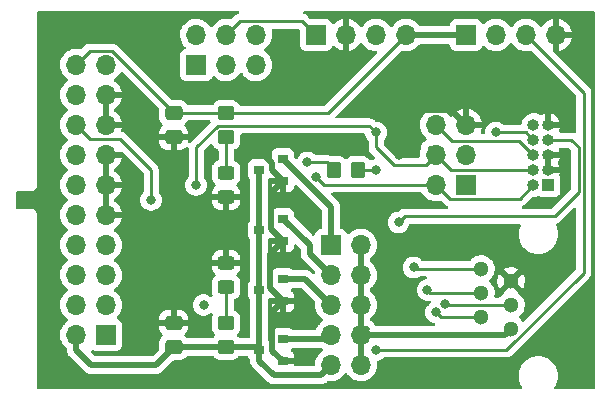
<source format=gbr>
G04 #@! TF.GenerationSoftware,KiCad,Pcbnew,(6.0.2)*
G04 #@! TF.CreationDate,2022-03-04T18:35:00+01:00*
G04 #@! TF.ProjectId,LINK,4c494e4b-2e6b-4696-9361-645f70636258,rev?*
G04 #@! TF.SameCoordinates,Original*
G04 #@! TF.FileFunction,Copper,L1,Top*
G04 #@! TF.FilePolarity,Positive*
%FSLAX46Y46*%
G04 Gerber Fmt 4.6, Leading zero omitted, Abs format (unit mm)*
G04 Created by KiCad (PCBNEW (6.0.2)) date 2022-03-04 18:35:00*
%MOMM*%
%LPD*%
G01*
G04 APERTURE LIST*
G04 Aperture macros list*
%AMRoundRect*
0 Rectangle with rounded corners*
0 $1 Rounding radius*
0 $2 $3 $4 $5 $6 $7 $8 $9 X,Y pos of 4 corners*
0 Add a 4 corners polygon primitive as box body*
4,1,4,$2,$3,$4,$5,$6,$7,$8,$9,$2,$3,0*
0 Add four circle primitives for the rounded corners*
1,1,$1+$1,$2,$3*
1,1,$1+$1,$4,$5*
1,1,$1+$1,$6,$7*
1,1,$1+$1,$8,$9*
0 Add four rect primitives between the rounded corners*
20,1,$1+$1,$2,$3,$4,$5,0*
20,1,$1+$1,$4,$5,$6,$7,0*
20,1,$1+$1,$6,$7,$8,$9,0*
20,1,$1+$1,$8,$9,$2,$3,0*%
G04 Aperture macros list end*
G04 #@! TA.AperFunction,SMDPad,CuDef*
%ADD10RoundRect,0.250000X-0.450000X0.350000X-0.450000X-0.350000X0.450000X-0.350000X0.450000X0.350000X0*%
G04 #@! TD*
G04 #@! TA.AperFunction,SMDPad,CuDef*
%ADD11RoundRect,0.250000X-0.450000X0.325000X-0.450000X-0.325000X0.450000X-0.325000X0.450000X0.325000X0*%
G04 #@! TD*
G04 #@! TA.AperFunction,SMDPad,CuDef*
%ADD12RoundRect,0.250000X0.450000X-0.325000X0.450000X0.325000X-0.450000X0.325000X-0.450000X-0.325000X0*%
G04 #@! TD*
G04 #@! TA.AperFunction,ComponentPad*
%ADD13O,1.700000X1.700000*%
G04 #@! TD*
G04 #@! TA.AperFunction,ComponentPad*
%ADD14R,1.700000X1.700000*%
G04 #@! TD*
G04 #@! TA.AperFunction,ComponentPad*
%ADD15R,1.000000X1.000000*%
G04 #@! TD*
G04 #@! TA.AperFunction,ComponentPad*
%ADD16O,1.000000X1.000000*%
G04 #@! TD*
G04 #@! TA.AperFunction,SMDPad,CuDef*
%ADD17RoundRect,0.250000X0.475000X-0.337500X0.475000X0.337500X-0.475000X0.337500X-0.475000X-0.337500X0*%
G04 #@! TD*
G04 #@! TA.AperFunction,SMDPad,CuDef*
%ADD18RoundRect,0.250000X-0.475000X0.337500X-0.475000X-0.337500X0.475000X-0.337500X0.475000X0.337500X0*%
G04 #@! TD*
G04 #@! TA.AperFunction,SMDPad,CuDef*
%ADD19RoundRect,0.250000X0.450000X-0.350000X0.450000X0.350000X-0.450000X0.350000X-0.450000X-0.350000X0*%
G04 #@! TD*
G04 #@! TA.AperFunction,ComponentPad*
%ADD20C,1.300000*%
G04 #@! TD*
G04 #@! TA.AperFunction,SMDPad,CuDef*
%ADD21R,0.900000X0.800000*%
G04 #@! TD*
G04 #@! TA.AperFunction,SMDPad,CuDef*
%ADD22RoundRect,0.250000X0.350000X0.450000X-0.350000X0.450000X-0.350000X-0.450000X0.350000X-0.450000X0*%
G04 #@! TD*
G04 #@! TA.AperFunction,ViaPad*
%ADD23C,0.800000*%
G04 #@! TD*
G04 #@! TA.AperFunction,Conductor*
%ADD24C,0.500000*%
G04 #@! TD*
G04 #@! TA.AperFunction,Conductor*
%ADD25C,0.250000*%
G04 #@! TD*
G04 APERTURE END LIST*
D10*
X137160000Y-72660000D03*
X137160000Y-74660000D03*
D11*
X137160000Y-85335000D03*
X137160000Y-87385000D03*
D12*
X137160000Y-79765000D03*
X137160000Y-77715000D03*
D13*
X124460000Y-68580000D03*
X127000000Y-68580000D03*
X124460000Y-71120000D03*
X127000000Y-71120000D03*
X124460000Y-73660000D03*
X127000000Y-73660000D03*
X124460000Y-76200000D03*
X127000000Y-76200000D03*
X124460000Y-78740000D03*
X127000000Y-78740000D03*
X124460000Y-81280000D03*
X127000000Y-81280000D03*
X124460000Y-83820000D03*
X127000000Y-83820000D03*
X124460000Y-86360000D03*
X127000000Y-86360000D03*
X124460000Y-88900000D03*
X127000000Y-88900000D03*
X124460000Y-91440000D03*
D14*
X127000000Y-91440000D03*
X144780000Y-66040000D03*
D13*
X147320000Y-66040000D03*
X149860000Y-66040000D03*
X152400000Y-66040000D03*
D15*
X164455000Y-78750000D03*
D16*
X163185000Y-78750000D03*
X164455000Y-77480000D03*
X163185000Y-77480000D03*
X164455000Y-76210000D03*
X163185000Y-76210000D03*
X164455000Y-74940000D03*
X163185000Y-74940000D03*
X164455000Y-73670000D03*
X163185000Y-73670000D03*
D17*
X132715000Y-92477500D03*
X132715000Y-90402500D03*
D18*
X132715000Y-72622500D03*
X132715000Y-74697500D03*
D14*
X157480000Y-66040000D03*
D13*
X160020000Y-66040000D03*
X162560000Y-66040000D03*
X165100000Y-66040000D03*
D19*
X137160000Y-92440000D03*
X137160000Y-90440000D03*
D20*
X158750000Y-85840000D03*
X161290000Y-86860000D03*
X158750000Y-87880000D03*
X161290000Y-88900000D03*
X158750000Y-89920000D03*
X161290000Y-90940000D03*
D14*
X157480000Y-78740000D03*
D13*
X154940000Y-78740000D03*
X157480000Y-76200000D03*
X154940000Y-76200000D03*
X157480000Y-73660000D03*
X154940000Y-73660000D03*
D14*
X146050000Y-83820000D03*
D13*
X148590000Y-83820000D03*
X146050000Y-86360000D03*
X148590000Y-86360000D03*
X146050000Y-88900000D03*
X148590000Y-88900000D03*
X146050000Y-91440000D03*
X148590000Y-91440000D03*
X146050000Y-93980000D03*
X148590000Y-93980000D03*
D21*
X141970000Y-93660000D03*
X141970000Y-91760000D03*
X139970000Y-92710000D03*
X141970000Y-88580000D03*
X141970000Y-86680000D03*
X139970000Y-87630000D03*
X141970000Y-83500000D03*
X141970000Y-81600000D03*
X139970000Y-82550000D03*
X141970000Y-78420000D03*
X141970000Y-76520000D03*
X139970000Y-77470000D03*
D14*
X134635000Y-68585000D03*
D13*
X134635000Y-66045000D03*
X137175000Y-68585000D03*
X137175000Y-66045000D03*
X139715000Y-68585000D03*
X139715000Y-66045000D03*
D22*
X148320000Y-77470000D03*
X146320000Y-77470000D03*
D23*
X143510000Y-81280000D03*
X143510000Y-89535000D03*
X137160000Y-83185000D03*
X164465000Y-85725000D03*
X130175000Y-67310000D03*
X139065000Y-75565000D03*
X137160000Y-81280000D03*
X151765000Y-76200000D03*
X137795000Y-94615000D03*
X151765000Y-80010000D03*
X149860000Y-74295000D03*
X154215500Y-87630000D03*
X134620000Y-78740000D03*
X153035000Y-85725000D03*
X149860000Y-77470000D03*
X130810000Y-80010000D03*
X160020000Y-74295000D03*
X151765000Y-81915000D03*
X155664500Y-88828245D03*
X135255000Y-88900000D03*
X149860000Y-92710000D03*
X144055500Y-76835000D03*
X154940000Y-89535000D03*
X144780000Y-78105000D03*
D24*
X124460000Y-91440000D02*
X124460000Y-92710000D01*
X124460000Y-92710000D02*
X125730000Y-93980000D01*
X125730000Y-93980000D02*
X131212500Y-93980000D01*
X131212500Y-93980000D02*
X132715000Y-92477500D01*
D25*
X124460000Y-73660000D02*
X125634511Y-74834511D01*
X125634511Y-74834511D02*
X128174511Y-74834511D01*
X128174511Y-74834511D02*
X130810000Y-77470000D01*
X130810000Y-77470000D02*
X130810000Y-80010000D01*
X132715000Y-72622500D02*
X127497989Y-67405489D01*
X127497989Y-67405489D02*
X125634511Y-67405489D01*
X125634511Y-67405489D02*
X124460000Y-68580000D01*
D24*
X141970000Y-93660000D02*
X141070489Y-92760489D01*
X139700000Y-75565000D02*
X139065000Y-75565000D01*
X141970000Y-78420000D02*
X141020000Y-77470000D01*
X140869511Y-84600489D02*
X141970000Y-83500000D01*
X141070489Y-92760489D02*
X141070489Y-89479511D01*
X156180489Y-72360489D02*
X151794511Y-72360489D01*
X140970000Y-82500000D02*
X140970000Y-79420000D01*
X141020000Y-77470000D02*
X141020000Y-76885000D01*
X151794511Y-72360489D02*
X151765000Y-72390000D01*
X140970000Y-79420000D02*
X141970000Y-78420000D01*
X141020000Y-76885000D02*
X139700000Y-75565000D01*
X141070489Y-89479511D02*
X141970000Y-88580000D01*
X141970000Y-83500000D02*
X140970000Y-82500000D01*
X140869511Y-87479511D02*
X140869511Y-84600489D01*
X141970000Y-88580000D02*
X140869511Y-87479511D01*
X157480000Y-73660000D02*
X156180489Y-72360489D01*
D25*
X149860000Y-74295000D02*
X149300480Y-73735480D01*
X149860000Y-75565000D02*
X149860000Y-74295000D01*
X151345000Y-77050000D02*
X149860000Y-75565000D01*
X149300480Y-73735480D02*
X136449520Y-73735480D01*
X158750000Y-87880000D02*
X154465500Y-87880000D01*
X134620000Y-75565000D02*
X134620000Y-78740000D01*
X154940000Y-76200000D02*
X154090000Y-77050000D01*
X154940000Y-76200000D02*
X154305000Y-75565000D01*
X163185000Y-77480000D02*
X156220000Y-77480000D01*
X154090000Y-77050000D02*
X151345000Y-77050000D01*
X154465500Y-87880000D02*
X154215500Y-87630000D01*
X156220000Y-77480000D02*
X154940000Y-76200000D01*
X136449520Y-73735480D02*
X134620000Y-75565000D01*
D24*
X145730000Y-91760000D02*
X146050000Y-91440000D01*
X141970000Y-91760000D02*
X145730000Y-91760000D01*
D25*
X163185000Y-76210000D02*
X162000489Y-75025489D01*
X158750000Y-85840000D02*
X153150000Y-85840000D01*
X162000489Y-75025489D02*
X156305489Y-75025489D01*
X153150000Y-85840000D02*
X153035000Y-85725000D01*
X156305489Y-75025489D02*
X154940000Y-73660000D01*
X162540000Y-74295000D02*
X160020000Y-74295000D01*
X148320000Y-77470000D02*
X149860000Y-77470000D01*
X163185000Y-74940000D02*
X162540000Y-74295000D01*
X145780000Y-72660000D02*
X152400000Y-66040000D01*
X137122500Y-72622500D02*
X137160000Y-72660000D01*
X132715000Y-72622500D02*
X137122500Y-72622500D01*
X137160000Y-72660000D02*
X145780000Y-72660000D01*
D24*
X148590000Y-93980000D02*
X148590000Y-83820000D01*
X152400000Y-66040000D02*
X157480000Y-66040000D01*
X160790000Y-91440000D02*
X161290000Y-90940000D01*
X148590000Y-91440000D02*
X160790000Y-91440000D01*
X149090000Y-90940000D02*
X148590000Y-91440000D01*
D25*
X137160000Y-77715000D02*
X137160000Y-74660000D01*
X137160000Y-90440000D02*
X137160000Y-87385000D01*
D24*
X141185000Y-94830000D02*
X139970000Y-93615000D01*
X137160000Y-92440000D02*
X139700000Y-92440000D01*
X139970000Y-92710000D02*
X139970000Y-77470000D01*
X145200000Y-94830000D02*
X141185000Y-94830000D01*
X139970000Y-93615000D02*
X139970000Y-92710000D01*
X137122500Y-92477500D02*
X137160000Y-92440000D01*
X132715000Y-92477500D02*
X137122500Y-92477500D01*
X146050000Y-93980000D02*
X145200000Y-94830000D01*
X139700000Y-92440000D02*
X139970000Y-92710000D01*
X144240000Y-84550000D02*
X146050000Y-86360000D01*
X141970000Y-81600000D02*
X142020000Y-81600000D01*
X144240000Y-83820000D02*
X144240000Y-84550000D01*
X142020000Y-81600000D02*
X144240000Y-83820000D01*
X141970000Y-76520000D02*
X146050000Y-80600000D01*
X146050000Y-80600000D02*
X146050000Y-83820000D01*
X141970000Y-86680000D02*
X143830000Y-86680000D01*
X143830000Y-86680000D02*
X146050000Y-88900000D01*
D25*
X166360000Y-74940000D02*
X164455000Y-74940000D01*
X167005000Y-75565000D02*
X166370000Y-74930000D01*
X165004521Y-81375479D02*
X167005000Y-79375000D01*
X166370000Y-74930000D02*
X166360000Y-74940000D01*
X167005000Y-79375000D02*
X167005000Y-75565000D01*
X152304521Y-81375479D02*
X165004521Y-81375479D01*
X151765000Y-81915000D02*
X152304521Y-81375479D01*
X161290000Y-88900000D02*
X155736255Y-88900000D01*
X155736255Y-88900000D02*
X155664500Y-88828245D01*
X149860000Y-92710000D02*
X160898168Y-92710000D01*
X167454520Y-86153648D02*
X167454520Y-85275480D01*
X167454520Y-85941516D02*
X167454520Y-70934520D01*
X160898168Y-92710000D02*
X167454520Y-86153648D01*
X167454520Y-70934520D02*
X162560000Y-66040000D01*
X145685000Y-76835000D02*
X144055500Y-76835000D01*
X146320000Y-77470000D02*
X145685000Y-76835000D01*
X158750000Y-89920000D02*
X155325000Y-89920000D01*
X144780000Y-78105000D02*
X145415000Y-78740000D01*
X143610489Y-64870489D02*
X144780000Y-66040000D01*
X137175000Y-66045000D02*
X138349511Y-64870489D01*
X163185000Y-78750000D02*
X162020489Y-79914511D01*
X156114511Y-79914511D02*
X154940000Y-78740000D01*
X145415000Y-78740000D02*
X154940000Y-78740000D01*
X155325000Y-89920000D02*
X154940000Y-89535000D01*
X162020489Y-79914511D02*
X156114511Y-79914511D01*
X138349511Y-64870489D02*
X143610489Y-64870489D01*
G04 #@! TA.AperFunction,Conductor*
G36*
X138215815Y-64028002D02*
G01*
X138262308Y-64081658D01*
X138272412Y-64151932D01*
X138242918Y-64216512D01*
X138189696Y-64249441D01*
X138190715Y-64252015D01*
X138190714Y-64252015D01*
X138149597Y-64268295D01*
X138138396Y-64272130D01*
X138095917Y-64284471D01*
X138089098Y-64288504D01*
X138089093Y-64288506D01*
X138078482Y-64294782D01*
X138060732Y-64303479D01*
X138041894Y-64310937D01*
X138035478Y-64315598D01*
X138035477Y-64315599D01*
X138006136Y-64336917D01*
X137996212Y-64343436D01*
X137964971Y-64361911D01*
X137964966Y-64361915D01*
X137958148Y-64365947D01*
X137943824Y-64380271D01*
X137928792Y-64393110D01*
X137912404Y-64405017D01*
X137884223Y-64439082D01*
X137876233Y-64447862D01*
X137632345Y-64691750D01*
X137570033Y-64725776D01*
X137521154Y-64726702D01*
X137308373Y-64688800D01*
X137308367Y-64688799D01*
X137303284Y-64687894D01*
X137229452Y-64686992D01*
X137085081Y-64685228D01*
X137085079Y-64685228D01*
X137079911Y-64685165D01*
X136859091Y-64718955D01*
X136646756Y-64788357D01*
X136616443Y-64804137D01*
X136461987Y-64884542D01*
X136448607Y-64891507D01*
X136444474Y-64894610D01*
X136444471Y-64894612D01*
X136280260Y-65017905D01*
X136269965Y-65025635D01*
X136115629Y-65187138D01*
X136008201Y-65344621D01*
X135953293Y-65389621D01*
X135882768Y-65397792D01*
X135819021Y-65366538D01*
X135798324Y-65342054D01*
X135717822Y-65217617D01*
X135717820Y-65217614D01*
X135715014Y-65213277D01*
X135564670Y-65048051D01*
X135560619Y-65044852D01*
X135560615Y-65044848D01*
X135393414Y-64912800D01*
X135393410Y-64912798D01*
X135389359Y-64909598D01*
X135380302Y-64904598D01*
X135252266Y-64833919D01*
X135193789Y-64801638D01*
X135188920Y-64799914D01*
X135188916Y-64799912D01*
X134988087Y-64728795D01*
X134988083Y-64728794D01*
X134983212Y-64727069D01*
X134978119Y-64726162D01*
X134978116Y-64726161D01*
X134768373Y-64688800D01*
X134768367Y-64688799D01*
X134763284Y-64687894D01*
X134689452Y-64686992D01*
X134545081Y-64685228D01*
X134545079Y-64685228D01*
X134539911Y-64685165D01*
X134319091Y-64718955D01*
X134106756Y-64788357D01*
X134076443Y-64804137D01*
X133921987Y-64884542D01*
X133908607Y-64891507D01*
X133904474Y-64894610D01*
X133904471Y-64894612D01*
X133740260Y-65017905D01*
X133729965Y-65025635D01*
X133575629Y-65187138D01*
X133572720Y-65191403D01*
X133572714Y-65191411D01*
X133557798Y-65213277D01*
X133449743Y-65371680D01*
X133402715Y-65472993D01*
X133388016Y-65504661D01*
X133355688Y-65574305D01*
X133295989Y-65789570D01*
X133272251Y-66011695D01*
X133272548Y-66016848D01*
X133272548Y-66016851D01*
X133278011Y-66111590D01*
X133285110Y-66234715D01*
X133286247Y-66239761D01*
X133286248Y-66239767D01*
X133307275Y-66333069D01*
X133334222Y-66452639D01*
X133418266Y-66659616D01*
X133465799Y-66737183D01*
X133532291Y-66845688D01*
X133534987Y-66850088D01*
X133681250Y-67018938D01*
X133685230Y-67022242D01*
X133689981Y-67026187D01*
X133729616Y-67085090D01*
X133731113Y-67156071D01*
X133693997Y-67216593D01*
X133653725Y-67241112D01*
X133606964Y-67258642D01*
X133538295Y-67284385D01*
X133421739Y-67371739D01*
X133334385Y-67488295D01*
X133283255Y-67624684D01*
X133276500Y-67686866D01*
X133276500Y-69483134D01*
X133283255Y-69545316D01*
X133334385Y-69681705D01*
X133421739Y-69798261D01*
X133538295Y-69885615D01*
X133674684Y-69936745D01*
X133736866Y-69943500D01*
X135533134Y-69943500D01*
X135595316Y-69936745D01*
X135731705Y-69885615D01*
X135848261Y-69798261D01*
X135935615Y-69681705D01*
X135957799Y-69622529D01*
X135979598Y-69564382D01*
X136022240Y-69507618D01*
X136088802Y-69482918D01*
X136158150Y-69498126D01*
X136192817Y-69526114D01*
X136221250Y-69558938D01*
X136296213Y-69621173D01*
X136383123Y-69693327D01*
X136393126Y-69701632D01*
X136586000Y-69814338D01*
X136794692Y-69894030D01*
X136799760Y-69895061D01*
X136799763Y-69895062D01*
X136907017Y-69916883D01*
X137013597Y-69938567D01*
X137018772Y-69938757D01*
X137018774Y-69938757D01*
X137231673Y-69946564D01*
X137231677Y-69946564D01*
X137236837Y-69946753D01*
X137241957Y-69946097D01*
X137241959Y-69946097D01*
X137453288Y-69919025D01*
X137453289Y-69919025D01*
X137458416Y-69918368D01*
X137480685Y-69911687D01*
X137667429Y-69855661D01*
X137667434Y-69855659D01*
X137672384Y-69854174D01*
X137872994Y-69755896D01*
X138054860Y-69626173D01*
X138213096Y-69468489D01*
X138270222Y-69388990D01*
X138343453Y-69287077D01*
X138344776Y-69288028D01*
X138391645Y-69244857D01*
X138461580Y-69232625D01*
X138527026Y-69260144D01*
X138554875Y-69291994D01*
X138614987Y-69390088D01*
X138761250Y-69558938D01*
X138836213Y-69621173D01*
X138923123Y-69693327D01*
X138933126Y-69701632D01*
X139126000Y-69814338D01*
X139334692Y-69894030D01*
X139339760Y-69895061D01*
X139339763Y-69895062D01*
X139447017Y-69916883D01*
X139553597Y-69938567D01*
X139558772Y-69938757D01*
X139558774Y-69938757D01*
X139771673Y-69946564D01*
X139771677Y-69946564D01*
X139776837Y-69946753D01*
X139781957Y-69946097D01*
X139781959Y-69946097D01*
X139993288Y-69919025D01*
X139993289Y-69919025D01*
X139998416Y-69918368D01*
X140020685Y-69911687D01*
X140207429Y-69855661D01*
X140207434Y-69855659D01*
X140212384Y-69854174D01*
X140412994Y-69755896D01*
X140594860Y-69626173D01*
X140753096Y-69468489D01*
X140810222Y-69388990D01*
X140880435Y-69291277D01*
X140883453Y-69287077D01*
X140904320Y-69244857D01*
X140980136Y-69091453D01*
X140980137Y-69091451D01*
X140982430Y-69086811D01*
X141047370Y-68873069D01*
X141076529Y-68651590D01*
X141078156Y-68585000D01*
X141059852Y-68362361D01*
X141005431Y-68145702D01*
X140916354Y-67940840D01*
X140795014Y-67753277D01*
X140644670Y-67588051D01*
X140640619Y-67584852D01*
X140640615Y-67584848D01*
X140473414Y-67452800D01*
X140473410Y-67452798D01*
X140469359Y-67449598D01*
X140428053Y-67426796D01*
X140378084Y-67376364D01*
X140363312Y-67306921D01*
X140388428Y-67240516D01*
X140415780Y-67213909D01*
X140459603Y-67182650D01*
X140594860Y-67086173D01*
X140753096Y-66928489D01*
X140810222Y-66848990D01*
X140880435Y-66751277D01*
X140883453Y-66747077D01*
X140899466Y-66714678D01*
X140980136Y-66551453D01*
X140980137Y-66551451D01*
X140982430Y-66546811D01*
X141047370Y-66333069D01*
X141076529Y-66111590D01*
X141078156Y-66045000D01*
X141059852Y-65822361D01*
X141052906Y-65794707D01*
X141019242Y-65660684D01*
X141022046Y-65589743D01*
X141062759Y-65531580D01*
X141128455Y-65504661D01*
X141141446Y-65503989D01*
X143295500Y-65503989D01*
X143363621Y-65523991D01*
X143410114Y-65577647D01*
X143421500Y-65629989D01*
X143421500Y-66938134D01*
X143428255Y-67000316D01*
X143479385Y-67136705D01*
X143566739Y-67253261D01*
X143683295Y-67340615D01*
X143819684Y-67391745D01*
X143881866Y-67398500D01*
X145678134Y-67398500D01*
X145740316Y-67391745D01*
X145876705Y-67340615D01*
X145993261Y-67253261D01*
X146080615Y-67136705D01*
X146119595Y-67032727D01*
X146124798Y-67018848D01*
X146167440Y-66962084D01*
X146234001Y-66937384D01*
X146303350Y-66952592D01*
X146338017Y-66980580D01*
X146363218Y-67009673D01*
X146370580Y-67016883D01*
X146534434Y-67152916D01*
X146542881Y-67158831D01*
X146726756Y-67266279D01*
X146736042Y-67270729D01*
X146935001Y-67346703D01*
X146944899Y-67349579D01*
X147048250Y-67370606D01*
X147062299Y-67369410D01*
X147066000Y-67359065D01*
X147066000Y-64723102D01*
X147062082Y-64709758D01*
X147047806Y-64707771D01*
X147009324Y-64713660D01*
X146999288Y-64716051D01*
X146796868Y-64782212D01*
X146787359Y-64786209D01*
X146598463Y-64884542D01*
X146589738Y-64890036D01*
X146419433Y-65017905D01*
X146411726Y-65024748D01*
X146334478Y-65105584D01*
X146272954Y-65141014D01*
X146202042Y-65137557D01*
X146144255Y-65096311D01*
X146125402Y-65062763D01*
X146083767Y-64951703D01*
X146080615Y-64943295D01*
X145993261Y-64826739D01*
X145876705Y-64739385D01*
X145740316Y-64688255D01*
X145678134Y-64681500D01*
X144369595Y-64681500D01*
X144301474Y-64661498D01*
X144280500Y-64644595D01*
X144114141Y-64478236D01*
X144106601Y-64469950D01*
X144102489Y-64463471D01*
X144052837Y-64416845D01*
X144049996Y-64414091D01*
X144030259Y-64394354D01*
X144027062Y-64391874D01*
X144018040Y-64384169D01*
X144004605Y-64371553D01*
X143985810Y-64353903D01*
X143978864Y-64350084D01*
X143978861Y-64350082D01*
X143968055Y-64344141D01*
X143951536Y-64333290D01*
X143951072Y-64332930D01*
X143935530Y-64320875D01*
X143928261Y-64317730D01*
X143928257Y-64317727D01*
X143894952Y-64303315D01*
X143884302Y-64298098D01*
X143845549Y-64276794D01*
X143825926Y-64271756D01*
X143807223Y-64265352D01*
X143795909Y-64260456D01*
X143795908Y-64260456D01*
X143788634Y-64257308D01*
X143780808Y-64256068D01*
X143777117Y-64254996D01*
X143717282Y-64216781D01*
X143687607Y-64152284D01*
X143697512Y-64081982D01*
X143743853Y-64028195D01*
X143812273Y-64008000D01*
X168276000Y-64008000D01*
X168344121Y-64028002D01*
X168390614Y-64081658D01*
X168402000Y-64134000D01*
X168402000Y-95886000D01*
X168381998Y-95954121D01*
X168328342Y-96000614D01*
X168276000Y-96012000D01*
X165078689Y-96012000D01*
X165010568Y-95991998D01*
X164964075Y-95938342D01*
X164953971Y-95868068D01*
X164971256Y-95820165D01*
X165069717Y-95659491D01*
X165072303Y-95655271D01*
X165099942Y-95588546D01*
X165170310Y-95418662D01*
X165170311Y-95418660D01*
X165172204Y-95414089D01*
X165196742Y-95311883D01*
X165231991Y-95165062D01*
X165231992Y-95165056D01*
X165233146Y-95160249D01*
X165253628Y-94900000D01*
X165233146Y-94639751D01*
X165231992Y-94634944D01*
X165231991Y-94634938D01*
X165173359Y-94390723D01*
X165172204Y-94385911D01*
X165123392Y-94268069D01*
X165074198Y-94149303D01*
X165074196Y-94149299D01*
X165072303Y-94144729D01*
X164935903Y-93922144D01*
X164766363Y-93723637D01*
X164567856Y-93554097D01*
X164345271Y-93417697D01*
X164340701Y-93415804D01*
X164340697Y-93415802D01*
X164108662Y-93319690D01*
X164108660Y-93319689D01*
X164104089Y-93317796D01*
X163970430Y-93285707D01*
X163855062Y-93258009D01*
X163855056Y-93258008D01*
X163850249Y-93256854D01*
X163759116Y-93249682D01*
X163657615Y-93241693D01*
X163657606Y-93241693D01*
X163655158Y-93241500D01*
X163524842Y-93241500D01*
X163522394Y-93241693D01*
X163522385Y-93241693D01*
X163420884Y-93249682D01*
X163329751Y-93256854D01*
X163324944Y-93258008D01*
X163324938Y-93258009D01*
X163209570Y-93285707D01*
X163075911Y-93317796D01*
X163071340Y-93319689D01*
X163071338Y-93319690D01*
X162839303Y-93415802D01*
X162839299Y-93415804D01*
X162834729Y-93417697D01*
X162612144Y-93554097D01*
X162413637Y-93723637D01*
X162244097Y-93922144D01*
X162107697Y-94144729D01*
X162105804Y-94149299D01*
X162105802Y-94149303D01*
X162056608Y-94268069D01*
X162007796Y-94385911D01*
X162006641Y-94390723D01*
X161948009Y-94634938D01*
X161948008Y-94634944D01*
X161946854Y-94639751D01*
X161926372Y-94900000D01*
X161946854Y-95160249D01*
X161948008Y-95165056D01*
X161948009Y-95165062D01*
X161983258Y-95311883D01*
X162007796Y-95414089D01*
X162009689Y-95418660D01*
X162009690Y-95418662D01*
X162080059Y-95588546D01*
X162107697Y-95655271D01*
X162110283Y-95659491D01*
X162208744Y-95820165D01*
X162227282Y-95888699D01*
X162205826Y-95956375D01*
X162151186Y-96001708D01*
X162101311Y-96012000D01*
X121284000Y-96012000D01*
X121215879Y-95991998D01*
X121169386Y-95938342D01*
X121158000Y-95886000D01*
X121158000Y-91406695D01*
X123097251Y-91406695D01*
X123097548Y-91411848D01*
X123097548Y-91411851D01*
X123105324Y-91546704D01*
X123110110Y-91629715D01*
X123111247Y-91634761D01*
X123111248Y-91634767D01*
X123135304Y-91741508D01*
X123159222Y-91847639D01*
X123243266Y-92054616D01*
X123280685Y-92115678D01*
X123357291Y-92240688D01*
X123359987Y-92245088D01*
X123506250Y-92413938D01*
X123653347Y-92536060D01*
X123655985Y-92538250D01*
X123695620Y-92597152D01*
X123701500Y-92635194D01*
X123701500Y-92642930D01*
X123700067Y-92661880D01*
X123696801Y-92683349D01*
X123697394Y-92690641D01*
X123697394Y-92690644D01*
X123701085Y-92736018D01*
X123701500Y-92746233D01*
X123701500Y-92754293D01*
X123701925Y-92757937D01*
X123704789Y-92782507D01*
X123705222Y-92786882D01*
X123709917Y-92844598D01*
X123711140Y-92859637D01*
X123713396Y-92866601D01*
X123714587Y-92872560D01*
X123715971Y-92878415D01*
X123716818Y-92885681D01*
X123741735Y-92954327D01*
X123743152Y-92958455D01*
X123765649Y-93027899D01*
X123769445Y-93034154D01*
X123771951Y-93039628D01*
X123774670Y-93045058D01*
X123777167Y-93051937D01*
X123781180Y-93058057D01*
X123781180Y-93058058D01*
X123817186Y-93112976D01*
X123819523Y-93116680D01*
X123857405Y-93179107D01*
X123861121Y-93183315D01*
X123861122Y-93183316D01*
X123864803Y-93187484D01*
X123864776Y-93187508D01*
X123867429Y-93190500D01*
X123870132Y-93193733D01*
X123874144Y-93199852D01*
X123879456Y-93204884D01*
X123930383Y-93253128D01*
X123932825Y-93255506D01*
X125146230Y-94468911D01*
X125158616Y-94483323D01*
X125167149Y-94494918D01*
X125167154Y-94494923D01*
X125171492Y-94500818D01*
X125177070Y-94505557D01*
X125177073Y-94505560D01*
X125211768Y-94535035D01*
X125219284Y-94541965D01*
X125224979Y-94547660D01*
X125227861Y-94549940D01*
X125247251Y-94565281D01*
X125250655Y-94568072D01*
X125300703Y-94610591D01*
X125306285Y-94615333D01*
X125312801Y-94618661D01*
X125317850Y-94622028D01*
X125322979Y-94625195D01*
X125328716Y-94629734D01*
X125394875Y-94660655D01*
X125398769Y-94662558D01*
X125463808Y-94695769D01*
X125470916Y-94697508D01*
X125476559Y-94699607D01*
X125482322Y-94701524D01*
X125488950Y-94704622D01*
X125496112Y-94706112D01*
X125496113Y-94706112D01*
X125560412Y-94719486D01*
X125564696Y-94720456D01*
X125635610Y-94737808D01*
X125641212Y-94738156D01*
X125641215Y-94738156D01*
X125646764Y-94738500D01*
X125646762Y-94738536D01*
X125650755Y-94738775D01*
X125654947Y-94739149D01*
X125662115Y-94740640D01*
X125739520Y-94738546D01*
X125742928Y-94738500D01*
X131145430Y-94738500D01*
X131164380Y-94739933D01*
X131178615Y-94742099D01*
X131178619Y-94742099D01*
X131185849Y-94743199D01*
X131193141Y-94742606D01*
X131193144Y-94742606D01*
X131238518Y-94738915D01*
X131248733Y-94738500D01*
X131256793Y-94738500D01*
X131274180Y-94736473D01*
X131285007Y-94735211D01*
X131289382Y-94734778D01*
X131354839Y-94729454D01*
X131354842Y-94729453D01*
X131362137Y-94728860D01*
X131369101Y-94726604D01*
X131375060Y-94725413D01*
X131380915Y-94724029D01*
X131388181Y-94723182D01*
X131456827Y-94698265D01*
X131460955Y-94696848D01*
X131523436Y-94676607D01*
X131523438Y-94676606D01*
X131530399Y-94674351D01*
X131536654Y-94670555D01*
X131542128Y-94668049D01*
X131547558Y-94665330D01*
X131554437Y-94662833D01*
X131596984Y-94634938D01*
X131615476Y-94622814D01*
X131619180Y-94620477D01*
X131681607Y-94582595D01*
X131689984Y-94575197D01*
X131690008Y-94575224D01*
X131693000Y-94572571D01*
X131696233Y-94569868D01*
X131702352Y-94565856D01*
X131755628Y-94509617D01*
X131758006Y-94507175D01*
X132654776Y-93610405D01*
X132717088Y-93576379D01*
X132743871Y-93573500D01*
X133240400Y-93573500D01*
X133243646Y-93573163D01*
X133243650Y-93573163D01*
X133339308Y-93563238D01*
X133339312Y-93563237D01*
X133346166Y-93562526D01*
X133352702Y-93560345D01*
X133352704Y-93560345D01*
X133506998Y-93508868D01*
X133513946Y-93506550D01*
X133664348Y-93413478D01*
X133789305Y-93288303D01*
X133792261Y-93283507D01*
X133849614Y-93242845D01*
X133890578Y-93236000D01*
X136030998Y-93236000D01*
X136099119Y-93256002D01*
X136120015Y-93272826D01*
X136236697Y-93389305D01*
X136242927Y-93393145D01*
X136242928Y-93393146D01*
X136380090Y-93477694D01*
X136387262Y-93482115D01*
X136415274Y-93491406D01*
X136548611Y-93535632D01*
X136548613Y-93535632D01*
X136555139Y-93537797D01*
X136561975Y-93538497D01*
X136561978Y-93538498D01*
X136605031Y-93542909D01*
X136659600Y-93548500D01*
X137660400Y-93548500D01*
X137663646Y-93548163D01*
X137663650Y-93548163D01*
X137759308Y-93538238D01*
X137759312Y-93538237D01*
X137766166Y-93537526D01*
X137772702Y-93535345D01*
X137772704Y-93535345D01*
X137923629Y-93484992D01*
X137933946Y-93481550D01*
X138084348Y-93388478D01*
X138144248Y-93328474D01*
X138204134Y-93268483D01*
X138209305Y-93263303D01*
X138213146Y-93257072D01*
X138217683Y-93251327D01*
X138219013Y-93252377D01*
X138265107Y-93210892D01*
X138319597Y-93198500D01*
X138922749Y-93198500D01*
X138990870Y-93218502D01*
X139037363Y-93272158D01*
X139040731Y-93280271D01*
X139066103Y-93347949D01*
X139069385Y-93356705D01*
X139156739Y-93473261D01*
X139163919Y-93478642D01*
X139170269Y-93484992D01*
X139167766Y-93487495D01*
X139200127Y-93530773D01*
X139207971Y-93579140D01*
X139207902Y-93581110D01*
X139206801Y-93588349D01*
X139209974Y-93627360D01*
X139211085Y-93641018D01*
X139211500Y-93651233D01*
X139211500Y-93659293D01*
X139211925Y-93662937D01*
X139214789Y-93687507D01*
X139215222Y-93691882D01*
X139219695Y-93746869D01*
X139221140Y-93764637D01*
X139223396Y-93771601D01*
X139224587Y-93777560D01*
X139225971Y-93783415D01*
X139226818Y-93790681D01*
X139251735Y-93859327D01*
X139253152Y-93863455D01*
X139269527Y-93914000D01*
X139275649Y-93932899D01*
X139279445Y-93939154D01*
X139281951Y-93944628D01*
X139284670Y-93950058D01*
X139287167Y-93956937D01*
X139291180Y-93963057D01*
X139291180Y-93963058D01*
X139327186Y-94017976D01*
X139329523Y-94021680D01*
X139367405Y-94084107D01*
X139371121Y-94088315D01*
X139371122Y-94088316D01*
X139374803Y-94092484D01*
X139374776Y-94092508D01*
X139377429Y-94095500D01*
X139380132Y-94098733D01*
X139384144Y-94104852D01*
X139389456Y-94109884D01*
X139440383Y-94158128D01*
X139442825Y-94160506D01*
X140601230Y-95318911D01*
X140613616Y-95333323D01*
X140622149Y-95344918D01*
X140622154Y-95344923D01*
X140626492Y-95350818D01*
X140632070Y-95355557D01*
X140632073Y-95355560D01*
X140666768Y-95385035D01*
X140674284Y-95391965D01*
X140679979Y-95397660D01*
X140682861Y-95399940D01*
X140702251Y-95415281D01*
X140705655Y-95418072D01*
X140755703Y-95460591D01*
X140761285Y-95465333D01*
X140767801Y-95468661D01*
X140772838Y-95472020D01*
X140777977Y-95475194D01*
X140783716Y-95479734D01*
X140790349Y-95482834D01*
X140849837Y-95510636D01*
X140853791Y-95512569D01*
X140918808Y-95545769D01*
X140925924Y-95547510D01*
X140931554Y-95549604D01*
X140937321Y-95551523D01*
X140943950Y-95554621D01*
X140951110Y-95556110D01*
X140951112Y-95556111D01*
X141015396Y-95569482D01*
X141019680Y-95570452D01*
X141090610Y-95587808D01*
X141096212Y-95588156D01*
X141096215Y-95588156D01*
X141101764Y-95588500D01*
X141101762Y-95588536D01*
X141105752Y-95588775D01*
X141109950Y-95589150D01*
X141117115Y-95590640D01*
X141194520Y-95588546D01*
X141197928Y-95588500D01*
X145132930Y-95588500D01*
X145151880Y-95589933D01*
X145166115Y-95592099D01*
X145166119Y-95592099D01*
X145173349Y-95593199D01*
X145180641Y-95592606D01*
X145180644Y-95592606D01*
X145226018Y-95588915D01*
X145236233Y-95588500D01*
X145244293Y-95588500D01*
X145261680Y-95586473D01*
X145272507Y-95585211D01*
X145276882Y-95584778D01*
X145342339Y-95579454D01*
X145342342Y-95579453D01*
X145349637Y-95578860D01*
X145356601Y-95576604D01*
X145362560Y-95575413D01*
X145368415Y-95574029D01*
X145375681Y-95573182D01*
X145444327Y-95548265D01*
X145448455Y-95546848D01*
X145510936Y-95526607D01*
X145510938Y-95526606D01*
X145517899Y-95524351D01*
X145524154Y-95520555D01*
X145529628Y-95518049D01*
X145535058Y-95515330D01*
X145541937Y-95512833D01*
X145602976Y-95472814D01*
X145606680Y-95470477D01*
X145669107Y-95432595D01*
X145677484Y-95425197D01*
X145677508Y-95425224D01*
X145680500Y-95422571D01*
X145683733Y-95419868D01*
X145689852Y-95415856D01*
X145700505Y-95404611D01*
X145739244Y-95363718D01*
X145800614Y-95328021D01*
X145855834Y-95326901D01*
X145888597Y-95333567D01*
X145893772Y-95333757D01*
X145893774Y-95333757D01*
X146106673Y-95341564D01*
X146106677Y-95341564D01*
X146111837Y-95341753D01*
X146116957Y-95341097D01*
X146116959Y-95341097D01*
X146328288Y-95314025D01*
X146328289Y-95314025D01*
X146333416Y-95313368D01*
X146338366Y-95311883D01*
X146542429Y-95250661D01*
X146542434Y-95250659D01*
X146547384Y-95249174D01*
X146747994Y-95150896D01*
X146929860Y-95021173D01*
X147088096Y-94863489D01*
X147176372Y-94740640D01*
X147218453Y-94682077D01*
X147219776Y-94683028D01*
X147266645Y-94639857D01*
X147336580Y-94627625D01*
X147402026Y-94655144D01*
X147429875Y-94686994D01*
X147441591Y-94706112D01*
X147489987Y-94785088D01*
X147636250Y-94953938D01*
X147808126Y-95096632D01*
X148001000Y-95209338D01*
X148209692Y-95289030D01*
X148214760Y-95290061D01*
X148214763Y-95290062D01*
X148322017Y-95311883D01*
X148428597Y-95333567D01*
X148433772Y-95333757D01*
X148433774Y-95333757D01*
X148646673Y-95341564D01*
X148646677Y-95341564D01*
X148651837Y-95341753D01*
X148656957Y-95341097D01*
X148656959Y-95341097D01*
X148868288Y-95314025D01*
X148868289Y-95314025D01*
X148873416Y-95313368D01*
X148878366Y-95311883D01*
X149082429Y-95250661D01*
X149082434Y-95250659D01*
X149087384Y-95249174D01*
X149287994Y-95150896D01*
X149469860Y-95021173D01*
X149628096Y-94863489D01*
X149716372Y-94740640D01*
X149755435Y-94686277D01*
X149758453Y-94682077D01*
X149761157Y-94676607D01*
X149855136Y-94486453D01*
X149855137Y-94486451D01*
X149857430Y-94481811D01*
X149922370Y-94268069D01*
X149951529Y-94046590D01*
X149953156Y-93980000D01*
X149934852Y-93757361D01*
X149933593Y-93752348D01*
X149932748Y-93747243D01*
X149935006Y-93746869D01*
X149937435Y-93685521D01*
X149978151Y-93627360D01*
X150030635Y-93602527D01*
X150135831Y-93580167D01*
X150135836Y-93580166D01*
X150142288Y-93578794D01*
X150154179Y-93573500D01*
X150310722Y-93503803D01*
X150310724Y-93503802D01*
X150316752Y-93501118D01*
X150330120Y-93491406D01*
X150465914Y-93392745D01*
X150471253Y-93388866D01*
X150475668Y-93383963D01*
X150480580Y-93379540D01*
X150481705Y-93380789D01*
X150535014Y-93347949D01*
X150568200Y-93343500D01*
X160819401Y-93343500D01*
X160830584Y-93344027D01*
X160838077Y-93345702D01*
X160846003Y-93345453D01*
X160846004Y-93345453D01*
X160906154Y-93343562D01*
X160910113Y-93343500D01*
X160938024Y-93343500D01*
X160941959Y-93343003D01*
X160942024Y-93342995D01*
X160953861Y-93342062D01*
X160986119Y-93341048D01*
X160990138Y-93340922D01*
X160998057Y-93340673D01*
X161017511Y-93335021D01*
X161036868Y-93331013D01*
X161049098Y-93329468D01*
X161049099Y-93329468D01*
X161056965Y-93328474D01*
X161064336Y-93325555D01*
X161064338Y-93325555D01*
X161098080Y-93312196D01*
X161109310Y-93308351D01*
X161144151Y-93298229D01*
X161144152Y-93298229D01*
X161151761Y-93296018D01*
X161158580Y-93291985D01*
X161158585Y-93291983D01*
X161169196Y-93285707D01*
X161186944Y-93277012D01*
X161205785Y-93269552D01*
X161241555Y-93243564D01*
X161251475Y-93237048D01*
X161282703Y-93218580D01*
X161282706Y-93218578D01*
X161289530Y-93214542D01*
X161303851Y-93200221D01*
X161318885Y-93187380D01*
X161322718Y-93184595D01*
X161335275Y-93175472D01*
X161363466Y-93141395D01*
X161371456Y-93132616D01*
X167846773Y-86657300D01*
X167855059Y-86649760D01*
X167861538Y-86645648D01*
X167908164Y-86595996D01*
X167910918Y-86593155D01*
X167930655Y-86573418D01*
X167933135Y-86570221D01*
X167940840Y-86561199D01*
X167965679Y-86534748D01*
X167971106Y-86528969D01*
X167974925Y-86522023D01*
X167974927Y-86522020D01*
X167980868Y-86511214D01*
X167991719Y-86494695D01*
X167999278Y-86484949D01*
X168004134Y-86478689D01*
X168007279Y-86471420D01*
X168007282Y-86471416D01*
X168021694Y-86438111D01*
X168026911Y-86427461D01*
X168048215Y-86388708D01*
X168053253Y-86369085D01*
X168059657Y-86350382D01*
X168064553Y-86339068D01*
X168064553Y-86339067D01*
X168067701Y-86331793D01*
X168068940Y-86323970D01*
X168068943Y-86323960D01*
X168074619Y-86288124D01*
X168077025Y-86276504D01*
X168086048Y-86241359D01*
X168086048Y-86241358D01*
X168088020Y-86233678D01*
X168088020Y-86213424D01*
X168089571Y-86193713D01*
X168091500Y-86181534D01*
X168092740Y-86173705D01*
X168088579Y-86129686D01*
X168088020Y-86117829D01*
X168088020Y-71013288D01*
X168088547Y-71002105D01*
X168090222Y-70994612D01*
X168088082Y-70926521D01*
X168088020Y-70922564D01*
X168088020Y-70894664D01*
X168087516Y-70890673D01*
X168086583Y-70878831D01*
X168086297Y-70869707D01*
X168085194Y-70834631D01*
X168079541Y-70815172D01*
X168075532Y-70795813D01*
X168075366Y-70794503D01*
X168072994Y-70775723D01*
X168070078Y-70768357D01*
X168070076Y-70768351D01*
X168056720Y-70734618D01*
X168052875Y-70723388D01*
X168042750Y-70688537D01*
X168042750Y-70688536D01*
X168040539Y-70680927D01*
X168030225Y-70663486D01*
X168021528Y-70645733D01*
X168016992Y-70634278D01*
X168014072Y-70626903D01*
X167988083Y-70591132D01*
X167981567Y-70581212D01*
X167963098Y-70549983D01*
X167959062Y-70543158D01*
X167944741Y-70528837D01*
X167931900Y-70513803D01*
X167924651Y-70503826D01*
X167919992Y-70497413D01*
X167885915Y-70469222D01*
X167877136Y-70461232D01*
X164882801Y-67466896D01*
X164848775Y-67404584D01*
X164845949Y-67374146D01*
X164846000Y-67372388D01*
X164846000Y-67358517D01*
X165354000Y-67358517D01*
X165358064Y-67372359D01*
X165371478Y-67374393D01*
X165378184Y-67373534D01*
X165388262Y-67371392D01*
X165592255Y-67310191D01*
X165601842Y-67306433D01*
X165793095Y-67212739D01*
X165801945Y-67207464D01*
X165975328Y-67083792D01*
X165983200Y-67077139D01*
X166134052Y-66926812D01*
X166140730Y-66918965D01*
X166265003Y-66746020D01*
X166270313Y-66737183D01*
X166364670Y-66546267D01*
X166368469Y-66536672D01*
X166430377Y-66332910D01*
X166432555Y-66322837D01*
X166433986Y-66311962D01*
X166431775Y-66297778D01*
X166418617Y-66294000D01*
X165372115Y-66294000D01*
X165356876Y-66298475D01*
X165355671Y-66299865D01*
X165354000Y-66307548D01*
X165354000Y-67358517D01*
X164846000Y-67358517D01*
X164846000Y-65767885D01*
X165354000Y-65767885D01*
X165358475Y-65783124D01*
X165359865Y-65784329D01*
X165367548Y-65786000D01*
X166418344Y-65786000D01*
X166431875Y-65782027D01*
X166433180Y-65772947D01*
X166391214Y-65605875D01*
X166387894Y-65596124D01*
X166302972Y-65400814D01*
X166298105Y-65391739D01*
X166182426Y-65212926D01*
X166176136Y-65204757D01*
X166032806Y-65047240D01*
X166025273Y-65040215D01*
X165858139Y-64908222D01*
X165849552Y-64902517D01*
X165663117Y-64799599D01*
X165653705Y-64795369D01*
X165452959Y-64724280D01*
X165442988Y-64721646D01*
X165371837Y-64708972D01*
X165358540Y-64710432D01*
X165354000Y-64724989D01*
X165354000Y-65767885D01*
X164846000Y-65767885D01*
X164846000Y-64723102D01*
X164842082Y-64709758D01*
X164827806Y-64707771D01*
X164789324Y-64713660D01*
X164779288Y-64716051D01*
X164576868Y-64782212D01*
X164567359Y-64786209D01*
X164378463Y-64884542D01*
X164369738Y-64890036D01*
X164199433Y-65017905D01*
X164191726Y-65024748D01*
X164044590Y-65178717D01*
X164038109Y-65186722D01*
X163933498Y-65340074D01*
X163878587Y-65385076D01*
X163808062Y-65393247D01*
X163744315Y-65361993D01*
X163723618Y-65337509D01*
X163642822Y-65212617D01*
X163642818Y-65212612D01*
X163640014Y-65208277D01*
X163489670Y-65043051D01*
X163485619Y-65039852D01*
X163485615Y-65039848D01*
X163318414Y-64907800D01*
X163318410Y-64907798D01*
X163314359Y-64904598D01*
X163296270Y-64894612D01*
X163262136Y-64875769D01*
X163118789Y-64796638D01*
X163113920Y-64794914D01*
X163113916Y-64794912D01*
X162913087Y-64723795D01*
X162913083Y-64723794D01*
X162908212Y-64722069D01*
X162903119Y-64721162D01*
X162903116Y-64721161D01*
X162693373Y-64683800D01*
X162693367Y-64683799D01*
X162688284Y-64682894D01*
X162614452Y-64681992D01*
X162470081Y-64680228D01*
X162470079Y-64680228D01*
X162464911Y-64680165D01*
X162244091Y-64713955D01*
X162031756Y-64783357D01*
X161833607Y-64886507D01*
X161829474Y-64889610D01*
X161829471Y-64889612D01*
X161659100Y-65017530D01*
X161654965Y-65020635D01*
X161629894Y-65046870D01*
X161543729Y-65137037D01*
X161500629Y-65182138D01*
X161393201Y-65339621D01*
X161338293Y-65384621D01*
X161267768Y-65392792D01*
X161204021Y-65361538D01*
X161183324Y-65337054D01*
X161102822Y-65212617D01*
X161102818Y-65212612D01*
X161100014Y-65208277D01*
X160949670Y-65043051D01*
X160945619Y-65039852D01*
X160945615Y-65039848D01*
X160778414Y-64907800D01*
X160778410Y-64907798D01*
X160774359Y-64904598D01*
X160756270Y-64894612D01*
X160722136Y-64875769D01*
X160578789Y-64796638D01*
X160573920Y-64794914D01*
X160573916Y-64794912D01*
X160373087Y-64723795D01*
X160373083Y-64723794D01*
X160368212Y-64722069D01*
X160363119Y-64721162D01*
X160363116Y-64721161D01*
X160153373Y-64683800D01*
X160153367Y-64683799D01*
X160148284Y-64682894D01*
X160074452Y-64681992D01*
X159930081Y-64680228D01*
X159930079Y-64680228D01*
X159924911Y-64680165D01*
X159704091Y-64713955D01*
X159491756Y-64783357D01*
X159293607Y-64886507D01*
X159289474Y-64889610D01*
X159289471Y-64889612D01*
X159119100Y-65017530D01*
X159114965Y-65020635D01*
X159042648Y-65096311D01*
X159034283Y-65105064D01*
X158972759Y-65140494D01*
X158901846Y-65137037D01*
X158844060Y-65095791D01*
X158825207Y-65062243D01*
X158783767Y-64951703D01*
X158780615Y-64943295D01*
X158693261Y-64826739D01*
X158576705Y-64739385D01*
X158440316Y-64688255D01*
X158378134Y-64681500D01*
X156581866Y-64681500D01*
X156519684Y-64688255D01*
X156383295Y-64739385D01*
X156266739Y-64826739D01*
X156179385Y-64943295D01*
X156128255Y-65079684D01*
X156121500Y-65141866D01*
X156121500Y-65155500D01*
X156101498Y-65223621D01*
X156047842Y-65270114D01*
X155995500Y-65281500D01*
X153595939Y-65281500D01*
X153527818Y-65261498D01*
X153490147Y-65223941D01*
X153483249Y-65213277D01*
X153480014Y-65208277D01*
X153329670Y-65043051D01*
X153325619Y-65039852D01*
X153325615Y-65039848D01*
X153158414Y-64907800D01*
X153158410Y-64907798D01*
X153154359Y-64904598D01*
X153136270Y-64894612D01*
X153102136Y-64875769D01*
X152958789Y-64796638D01*
X152953920Y-64794914D01*
X152953916Y-64794912D01*
X152753087Y-64723795D01*
X152753083Y-64723794D01*
X152748212Y-64722069D01*
X152743119Y-64721162D01*
X152743116Y-64721161D01*
X152533373Y-64683800D01*
X152533367Y-64683799D01*
X152528284Y-64682894D01*
X152454452Y-64681992D01*
X152310081Y-64680228D01*
X152310079Y-64680228D01*
X152304911Y-64680165D01*
X152084091Y-64713955D01*
X151871756Y-64783357D01*
X151673607Y-64886507D01*
X151669474Y-64889610D01*
X151669471Y-64889612D01*
X151499100Y-65017530D01*
X151494965Y-65020635D01*
X151469894Y-65046870D01*
X151383729Y-65137037D01*
X151340629Y-65182138D01*
X151233201Y-65339621D01*
X151178293Y-65384621D01*
X151107768Y-65392792D01*
X151044021Y-65361538D01*
X151023324Y-65337054D01*
X150942822Y-65212617D01*
X150942818Y-65212612D01*
X150940014Y-65208277D01*
X150789670Y-65043051D01*
X150785619Y-65039852D01*
X150785615Y-65039848D01*
X150618414Y-64907800D01*
X150618410Y-64907798D01*
X150614359Y-64904598D01*
X150596270Y-64894612D01*
X150562136Y-64875769D01*
X150418789Y-64796638D01*
X150413920Y-64794914D01*
X150413916Y-64794912D01*
X150213087Y-64723795D01*
X150213083Y-64723794D01*
X150208212Y-64722069D01*
X150203119Y-64721162D01*
X150203116Y-64721161D01*
X149993373Y-64683800D01*
X149993367Y-64683799D01*
X149988284Y-64682894D01*
X149914452Y-64681992D01*
X149770081Y-64680228D01*
X149770079Y-64680228D01*
X149764911Y-64680165D01*
X149544091Y-64713955D01*
X149331756Y-64783357D01*
X149133607Y-64886507D01*
X149129474Y-64889610D01*
X149129471Y-64889612D01*
X148959100Y-65017530D01*
X148954965Y-65020635D01*
X148929894Y-65046870D01*
X148843729Y-65137037D01*
X148800629Y-65182138D01*
X148693204Y-65339618D01*
X148692898Y-65340066D01*
X148637987Y-65385069D01*
X148567462Y-65393240D01*
X148503715Y-65361986D01*
X148483018Y-65337502D01*
X148402426Y-65212926D01*
X148396136Y-65204757D01*
X148252806Y-65047240D01*
X148245273Y-65040215D01*
X148078139Y-64908222D01*
X148069552Y-64902517D01*
X147883117Y-64799599D01*
X147873705Y-64795369D01*
X147672959Y-64724280D01*
X147662988Y-64721646D01*
X147591837Y-64708972D01*
X147578540Y-64710432D01*
X147574000Y-64724989D01*
X147574000Y-67358517D01*
X147578064Y-67372359D01*
X147591478Y-67374393D01*
X147598184Y-67373534D01*
X147608262Y-67371392D01*
X147812255Y-67310191D01*
X147821842Y-67306433D01*
X148013095Y-67212739D01*
X148021945Y-67207464D01*
X148195328Y-67083792D01*
X148203200Y-67077139D01*
X148354052Y-66926812D01*
X148360730Y-66918965D01*
X148488022Y-66741819D01*
X148489279Y-66742722D01*
X148536373Y-66699362D01*
X148606311Y-66687145D01*
X148671751Y-66714678D01*
X148699579Y-66746511D01*
X148759987Y-66845088D01*
X148906250Y-67013938D01*
X149078126Y-67156632D01*
X149271000Y-67269338D01*
X149275825Y-67271180D01*
X149275826Y-67271181D01*
X149348612Y-67298975D01*
X149479692Y-67349030D01*
X149484760Y-67350061D01*
X149484763Y-67350062D01*
X149564861Y-67366358D01*
X149698597Y-67393567D01*
X149703771Y-67393757D01*
X149703773Y-67393757D01*
X149765898Y-67396035D01*
X149845650Y-67398959D01*
X149912991Y-67421443D01*
X149957487Y-67476767D01*
X149965009Y-67547364D01*
X149930127Y-67613969D01*
X147740453Y-69803642D01*
X145554500Y-71989595D01*
X145492188Y-72023621D01*
X145465405Y-72026500D01*
X138396781Y-72026500D01*
X138328660Y-72006498D01*
X138289637Y-71966803D01*
X138266316Y-71929116D01*
X138208478Y-71835652D01*
X138083303Y-71710695D01*
X138042746Y-71685695D01*
X137938968Y-71621725D01*
X137938966Y-71621724D01*
X137932738Y-71617885D01*
X137772254Y-71564655D01*
X137771389Y-71564368D01*
X137771387Y-71564368D01*
X137764861Y-71562203D01*
X137758025Y-71561503D01*
X137758022Y-71561502D01*
X137714969Y-71557091D01*
X137660400Y-71551500D01*
X136659600Y-71551500D01*
X136656354Y-71551837D01*
X136656350Y-71551837D01*
X136560692Y-71561762D01*
X136560688Y-71561763D01*
X136553834Y-71562474D01*
X136547298Y-71564655D01*
X136547296Y-71564655D01*
X136415194Y-71608728D01*
X136386054Y-71618450D01*
X136235652Y-71711522D01*
X136110695Y-71836697D01*
X136106855Y-71842927D01*
X136106854Y-71842928D01*
X136053727Y-71929116D01*
X136000955Y-71976609D01*
X135946467Y-71989000D01*
X133969046Y-71989000D01*
X133900925Y-71968998D01*
X133861902Y-71929303D01*
X133792332Y-71816880D01*
X133788478Y-71810652D01*
X133663303Y-71685695D01*
X133657072Y-71681854D01*
X133518968Y-71596725D01*
X133518966Y-71596724D01*
X133512738Y-71592885D01*
X133418121Y-71561502D01*
X133351389Y-71539368D01*
X133351387Y-71539368D01*
X133344861Y-71537203D01*
X133338025Y-71536503D01*
X133338022Y-71536502D01*
X133294969Y-71532091D01*
X133240400Y-71526500D01*
X132567094Y-71526500D01*
X132498973Y-71506498D01*
X132477999Y-71489595D01*
X130248549Y-69260144D01*
X128001641Y-67013236D01*
X127994101Y-67004950D01*
X127989989Y-66998471D01*
X127940337Y-66951845D01*
X127937496Y-66949091D01*
X127917759Y-66929354D01*
X127914562Y-66926874D01*
X127905540Y-66919169D01*
X127892105Y-66906553D01*
X127873310Y-66888903D01*
X127866364Y-66885084D01*
X127866361Y-66885082D01*
X127855555Y-66879141D01*
X127839036Y-66868290D01*
X127838572Y-66867930D01*
X127823030Y-66855875D01*
X127815761Y-66852730D01*
X127815757Y-66852727D01*
X127782452Y-66838315D01*
X127771802Y-66833098D01*
X127733049Y-66811794D01*
X127713426Y-66806756D01*
X127694723Y-66800352D01*
X127683409Y-66795456D01*
X127683408Y-66795456D01*
X127676134Y-66792308D01*
X127668311Y-66791069D01*
X127668301Y-66791066D01*
X127632465Y-66785390D01*
X127620845Y-66782984D01*
X127585700Y-66773961D01*
X127585699Y-66773961D01*
X127578019Y-66771989D01*
X127557765Y-66771989D01*
X127538054Y-66770438D01*
X127535523Y-66770037D01*
X127518046Y-66767269D01*
X127510154Y-66768015D01*
X127474028Y-66771430D01*
X127462170Y-66771989D01*
X125713274Y-66771989D01*
X125702090Y-66771462D01*
X125694602Y-66769788D01*
X125686679Y-66770037D01*
X125626544Y-66771927D01*
X125622586Y-66771989D01*
X125594655Y-66771989D01*
X125590740Y-66772484D01*
X125590736Y-66772484D01*
X125590678Y-66772492D01*
X125590649Y-66772495D01*
X125578807Y-66773428D01*
X125534621Y-66774816D01*
X125517255Y-66779861D01*
X125515169Y-66780467D01*
X125495817Y-66784475D01*
X125483579Y-66786021D01*
X125483577Y-66786022D01*
X125475714Y-66787015D01*
X125434597Y-66803295D01*
X125423396Y-66807130D01*
X125380917Y-66819471D01*
X125374098Y-66823504D01*
X125374093Y-66823506D01*
X125363482Y-66829782D01*
X125345732Y-66838479D01*
X125326894Y-66845937D01*
X125320478Y-66850598D01*
X125320477Y-66850599D01*
X125291136Y-66871917D01*
X125281212Y-66878436D01*
X125249971Y-66896911D01*
X125249966Y-66896915D01*
X125243148Y-66900947D01*
X125228824Y-66915271D01*
X125213792Y-66928110D01*
X125197404Y-66940017D01*
X125179149Y-66962084D01*
X125169223Y-66974082D01*
X125161233Y-66982862D01*
X124917345Y-67226750D01*
X124855033Y-67260776D01*
X124806154Y-67261702D01*
X124593373Y-67223800D01*
X124593367Y-67223799D01*
X124588284Y-67222894D01*
X124514452Y-67221992D01*
X124370081Y-67220228D01*
X124370079Y-67220228D01*
X124364911Y-67220165D01*
X124144091Y-67253955D01*
X123931756Y-67323357D01*
X123864214Y-67358517D01*
X123775721Y-67404584D01*
X123733607Y-67426507D01*
X123729474Y-67429610D01*
X123729471Y-67429612D01*
X123572640Y-67547364D01*
X123554965Y-67560635D01*
X123400629Y-67722138D01*
X123274743Y-67906680D01*
X123180688Y-68109305D01*
X123120989Y-68324570D01*
X123097251Y-68546695D01*
X123097548Y-68551848D01*
X123097548Y-68551851D01*
X123103106Y-68648240D01*
X123110110Y-68769715D01*
X123111247Y-68774761D01*
X123111248Y-68774767D01*
X123132246Y-68867939D01*
X123159222Y-68987639D01*
X123243266Y-69194616D01*
X123294019Y-69277438D01*
X123357291Y-69380688D01*
X123359987Y-69385088D01*
X123506250Y-69553938D01*
X123678126Y-69696632D01*
X123686683Y-69701632D01*
X123751445Y-69739476D01*
X123800169Y-69791114D01*
X123813240Y-69860897D01*
X123786509Y-69926669D01*
X123746055Y-69960027D01*
X123733607Y-69966507D01*
X123729474Y-69969610D01*
X123729471Y-69969612D01*
X123705247Y-69987800D01*
X123554965Y-70100635D01*
X123400629Y-70262138D01*
X123274743Y-70446680D01*
X123258899Y-70480814D01*
X123191087Y-70626903D01*
X123180688Y-70649305D01*
X123120989Y-70864570D01*
X123097251Y-71086695D01*
X123097548Y-71091848D01*
X123097548Y-71091851D01*
X123106616Y-71249114D01*
X123110110Y-71309715D01*
X123111247Y-71314761D01*
X123111248Y-71314767D01*
X123124597Y-71374000D01*
X123159222Y-71527639D01*
X123220673Y-71678976D01*
X123233889Y-71711522D01*
X123243266Y-71734616D01*
X123359987Y-71925088D01*
X123506250Y-72093938D01*
X123678126Y-72236632D01*
X123748595Y-72277811D01*
X123751445Y-72279476D01*
X123800169Y-72331114D01*
X123813240Y-72400897D01*
X123786509Y-72466669D01*
X123746055Y-72500027D01*
X123733607Y-72506507D01*
X123729474Y-72509610D01*
X123729471Y-72509612D01*
X123705247Y-72527800D01*
X123554965Y-72640635D01*
X123400629Y-72802138D01*
X123397715Y-72806410D01*
X123397714Y-72806411D01*
X123338328Y-72893468D01*
X123274743Y-72986680D01*
X123258899Y-73020814D01*
X123183746Y-73182718D01*
X123180688Y-73189305D01*
X123120989Y-73404570D01*
X123120440Y-73409707D01*
X123119456Y-73418913D01*
X123097251Y-73626695D01*
X123097548Y-73631848D01*
X123097548Y-73631851D01*
X123101927Y-73707797D01*
X123110110Y-73849715D01*
X123111247Y-73854761D01*
X123111248Y-73854767D01*
X123122343Y-73903998D01*
X123159222Y-74067639D01*
X123208755Y-74189625D01*
X123232482Y-74248057D01*
X123243266Y-74274616D01*
X123288353Y-74348191D01*
X123353110Y-74453865D01*
X123359987Y-74465088D01*
X123506250Y-74633938D01*
X123678126Y-74776632D01*
X123738407Y-74811857D01*
X123751445Y-74819476D01*
X123800169Y-74871114D01*
X123813240Y-74940897D01*
X123786509Y-75006669D01*
X123746055Y-75040027D01*
X123733607Y-75046507D01*
X123729474Y-75049610D01*
X123729471Y-75049612D01*
X123559100Y-75177530D01*
X123554965Y-75180635D01*
X123551393Y-75184373D01*
X123416251Y-75325791D01*
X123400629Y-75342138D01*
X123397715Y-75346410D01*
X123397714Y-75346411D01*
X123370125Y-75386855D01*
X123274743Y-75526680D01*
X123231101Y-75620699D01*
X123183116Y-75724075D01*
X123180688Y-75729305D01*
X123120989Y-75944570D01*
X123120440Y-75949707D01*
X123119729Y-75956362D01*
X123097251Y-76166695D01*
X123097548Y-76171848D01*
X123097548Y-76171851D01*
X123106766Y-76331725D01*
X123110110Y-76389715D01*
X123111247Y-76394761D01*
X123111248Y-76394767D01*
X123128173Y-76469865D01*
X123159222Y-76607639D01*
X123220186Y-76757777D01*
X123233889Y-76791522D01*
X123243266Y-76814616D01*
X123263200Y-76847145D01*
X123337342Y-76968134D01*
X123359987Y-77005088D01*
X123506250Y-77173938D01*
X123678126Y-77316632D01*
X123723020Y-77342866D01*
X123751445Y-77359476D01*
X123800169Y-77411114D01*
X123813240Y-77480897D01*
X123786509Y-77546669D01*
X123746055Y-77580027D01*
X123733607Y-77586507D01*
X123729474Y-77589610D01*
X123729471Y-77589612D01*
X123559100Y-77717530D01*
X123554965Y-77720635D01*
X123400629Y-77882138D01*
X123397715Y-77886410D01*
X123397714Y-77886411D01*
X123328949Y-77987217D01*
X123274743Y-78066680D01*
X123243522Y-78133941D01*
X123190854Y-78247405D01*
X123180688Y-78269305D01*
X123120989Y-78484570D01*
X123097251Y-78706695D01*
X123097548Y-78711848D01*
X123097548Y-78711851D01*
X123106360Y-78864672D01*
X123110110Y-78929715D01*
X123111247Y-78934761D01*
X123111248Y-78934767D01*
X123119683Y-78972193D01*
X123159222Y-79147639D01*
X123206790Y-79264786D01*
X123232309Y-79327631D01*
X123243266Y-79354616D01*
X123267095Y-79393502D01*
X123357291Y-79540688D01*
X123359987Y-79545088D01*
X123506250Y-79713938D01*
X123678126Y-79856632D01*
X123748595Y-79897811D01*
X123751445Y-79899476D01*
X123800169Y-79951114D01*
X123813240Y-80020897D01*
X123786509Y-80086669D01*
X123746055Y-80120027D01*
X123733607Y-80126507D01*
X123729474Y-80129610D01*
X123729471Y-80129612D01*
X123559100Y-80257530D01*
X123554965Y-80260635D01*
X123551393Y-80264373D01*
X123415302Y-80406784D01*
X123400629Y-80422138D01*
X123397715Y-80426410D01*
X123397714Y-80426411D01*
X123323273Y-80535537D01*
X123274743Y-80606680D01*
X123230948Y-80701029D01*
X123186290Y-80797237D01*
X123180688Y-80809305D01*
X123120989Y-81024570D01*
X123097251Y-81246695D01*
X123097548Y-81251848D01*
X123097548Y-81251851D01*
X123099673Y-81288702D01*
X123110110Y-81469715D01*
X123111247Y-81474761D01*
X123111248Y-81474767D01*
X123124597Y-81534000D01*
X123159222Y-81687639D01*
X123218996Y-81834845D01*
X123237340Y-81880021D01*
X123243266Y-81894616D01*
X123291808Y-81973830D01*
X123337342Y-82048134D01*
X123359987Y-82085088D01*
X123506250Y-82253938D01*
X123637930Y-82363261D01*
X123671009Y-82390723D01*
X123678126Y-82396632D01*
X123747107Y-82436941D01*
X123751445Y-82439476D01*
X123800169Y-82491114D01*
X123813240Y-82560897D01*
X123786509Y-82626669D01*
X123746055Y-82660027D01*
X123733607Y-82666507D01*
X123729474Y-82669610D01*
X123729471Y-82669612D01*
X123573125Y-82787000D01*
X123554965Y-82800635D01*
X123551393Y-82804373D01*
X123443729Y-82917037D01*
X123400629Y-82962138D01*
X123397720Y-82966403D01*
X123397714Y-82966411D01*
X123328609Y-83067715D01*
X123274743Y-83146680D01*
X123259003Y-83180590D01*
X123191215Y-83326627D01*
X123180688Y-83349305D01*
X123120989Y-83564570D01*
X123097251Y-83786695D01*
X123097548Y-83791848D01*
X123097548Y-83791851D01*
X123106360Y-83944672D01*
X123110110Y-84009715D01*
X123111247Y-84014761D01*
X123111248Y-84014767D01*
X123111888Y-84017606D01*
X123159222Y-84227639D01*
X123197847Y-84322761D01*
X123232309Y-84407631D01*
X123243266Y-84434616D01*
X123284485Y-84501880D01*
X123357291Y-84620688D01*
X123359987Y-84625088D01*
X123506250Y-84793938D01*
X123631663Y-84898058D01*
X123671580Y-84931197D01*
X123678126Y-84936632D01*
X123723087Y-84962905D01*
X123751445Y-84979476D01*
X123800169Y-85031114D01*
X123813240Y-85100897D01*
X123786509Y-85166669D01*
X123746055Y-85200027D01*
X123733607Y-85206507D01*
X123729474Y-85209610D01*
X123729471Y-85209612D01*
X123694624Y-85235776D01*
X123554965Y-85340635D01*
X123400629Y-85502138D01*
X123397720Y-85506403D01*
X123397714Y-85506411D01*
X123379838Y-85532617D01*
X123274743Y-85686680D01*
X123230948Y-85781029D01*
X123203575Y-85840000D01*
X123180688Y-85889305D01*
X123120989Y-86104570D01*
X123097251Y-86326695D01*
X123097548Y-86331848D01*
X123097548Y-86331851D01*
X123106015Y-86478689D01*
X123110110Y-86549715D01*
X123111247Y-86554761D01*
X123111248Y-86554767D01*
X123128683Y-86632128D01*
X123159222Y-86767639D01*
X123243266Y-86974616D01*
X123287947Y-87047529D01*
X123357291Y-87160688D01*
X123359987Y-87165088D01*
X123506250Y-87333938D01*
X123678126Y-87476632D01*
X123697132Y-87487738D01*
X123751445Y-87519476D01*
X123800169Y-87571114D01*
X123813240Y-87640897D01*
X123786509Y-87706669D01*
X123746055Y-87740027D01*
X123733607Y-87746507D01*
X123729474Y-87749610D01*
X123729471Y-87749612D01*
X123565528Y-87872704D01*
X123554965Y-87880635D01*
X123551393Y-87884373D01*
X123416251Y-88025791D01*
X123400629Y-88042138D01*
X123397720Y-88046403D01*
X123397714Y-88046411D01*
X123328609Y-88147715D01*
X123274743Y-88226680D01*
X123259003Y-88260590D01*
X123185159Y-88419674D01*
X123180688Y-88429305D01*
X123120989Y-88644570D01*
X123097251Y-88866695D01*
X123097548Y-88871848D01*
X123097548Y-88871851D01*
X123106360Y-89024672D01*
X123110110Y-89089715D01*
X123111247Y-89094761D01*
X123111248Y-89094767D01*
X123111888Y-89097606D01*
X123159222Y-89307639D01*
X123199346Y-89406453D01*
X123233889Y-89491522D01*
X123243266Y-89514616D01*
X123293869Y-89597193D01*
X123357291Y-89700688D01*
X123359987Y-89705088D01*
X123506250Y-89873938D01*
X123678126Y-90016632D01*
X123723020Y-90042866D01*
X123751445Y-90059476D01*
X123800169Y-90111114D01*
X123813240Y-90180897D01*
X123786509Y-90246669D01*
X123746055Y-90280027D01*
X123733607Y-90286507D01*
X123729474Y-90289610D01*
X123729471Y-90289612D01*
X123559100Y-90417530D01*
X123554965Y-90420635D01*
X123505607Y-90472285D01*
X123423486Y-90558220D01*
X123400629Y-90582138D01*
X123397720Y-90586403D01*
X123397714Y-90586411D01*
X123352979Y-90651990D01*
X123274743Y-90766680D01*
X123230948Y-90861029D01*
X123191429Y-90946166D01*
X123180688Y-90969305D01*
X123120989Y-91184570D01*
X123097251Y-91406695D01*
X121158000Y-91406695D01*
X121158000Y-81288702D01*
X121158002Y-81287932D01*
X121158421Y-81219322D01*
X121158476Y-81210348D01*
X121156010Y-81201719D01*
X121156009Y-81201714D01*
X121150361Y-81181952D01*
X121146783Y-81165191D01*
X121143870Y-81144848D01*
X121143867Y-81144838D01*
X121142595Y-81135955D01*
X121131979Y-81112605D01*
X121125536Y-81095093D01*
X121120954Y-81079063D01*
X121118488Y-81070435D01*
X121102726Y-81045452D01*
X121094596Y-81030386D01*
X121082367Y-81003490D01*
X121065626Y-80984061D01*
X121054521Y-80969053D01*
X121045630Y-80954961D01*
X121040840Y-80947369D01*
X121018703Y-80927818D01*
X121006659Y-80915626D01*
X120993239Y-80900051D01*
X120993237Y-80900050D01*
X120987381Y-80893253D01*
X120979853Y-80888374D01*
X120979850Y-80888371D01*
X120965861Y-80879304D01*
X120950987Y-80868014D01*
X120938502Y-80856988D01*
X120931772Y-80851044D01*
X120923646Y-80847229D01*
X120923645Y-80847228D01*
X120916597Y-80843919D01*
X120905034Y-80838490D01*
X120890065Y-80830176D01*
X120865273Y-80814107D01*
X120840709Y-80806761D01*
X120823264Y-80800099D01*
X120800052Y-80789201D01*
X120770870Y-80784657D01*
X120754151Y-80780874D01*
X120734464Y-80774986D01*
X120734461Y-80774985D01*
X120725859Y-80772413D01*
X120716884Y-80772358D01*
X120716883Y-80772358D01*
X120710190Y-80772317D01*
X120691444Y-80772203D01*
X120690672Y-80772170D01*
X120689577Y-80772000D01*
X120658702Y-80772000D01*
X120657932Y-80771998D01*
X120657894Y-80771998D01*
X120650000Y-80771950D01*
X120650000Y-79248050D01*
X120719652Y-79248476D01*
X120728281Y-79246010D01*
X120728286Y-79246009D01*
X120748048Y-79240361D01*
X120764809Y-79236783D01*
X120785152Y-79233870D01*
X120785162Y-79233867D01*
X120794045Y-79232595D01*
X120817395Y-79221979D01*
X120834907Y-79215536D01*
X120850937Y-79210954D01*
X120859565Y-79208488D01*
X120884548Y-79192726D01*
X120899614Y-79184596D01*
X120926510Y-79172367D01*
X120945939Y-79155626D01*
X120960947Y-79144521D01*
X120975039Y-79135630D01*
X120982631Y-79130840D01*
X121002182Y-79108703D01*
X121014374Y-79096659D01*
X121029949Y-79083239D01*
X121029950Y-79083237D01*
X121036747Y-79077381D01*
X121041626Y-79069853D01*
X121041629Y-79069850D01*
X121050696Y-79055861D01*
X121061986Y-79040987D01*
X121073012Y-79028502D01*
X121078956Y-79021772D01*
X121091510Y-78995034D01*
X121099824Y-78980065D01*
X121115893Y-78955273D01*
X121123239Y-78930709D01*
X121129901Y-78913264D01*
X121136983Y-78898179D01*
X121140799Y-78890052D01*
X121145343Y-78860870D01*
X121149126Y-78844151D01*
X121155014Y-78824464D01*
X121155015Y-78824461D01*
X121157587Y-78815859D01*
X121157797Y-78781444D01*
X121157830Y-78780672D01*
X121158000Y-78779577D01*
X121158000Y-78748702D01*
X121158002Y-78747932D01*
X121158452Y-78674284D01*
X121158452Y-78674283D01*
X121158476Y-78670348D01*
X121158092Y-78669004D01*
X121158000Y-78667659D01*
X121158000Y-64134000D01*
X121178002Y-64065879D01*
X121231658Y-64019386D01*
X121284000Y-64008000D01*
X138147694Y-64008000D01*
X138215815Y-64028002D01*
G37*
G04 #@! TD.AperFunction*
G04 #@! TA.AperFunction,Conductor*
G36*
X145244830Y-92538502D02*
G01*
X145257194Y-92547556D01*
X145268126Y-92556632D01*
X145291501Y-92570291D01*
X145341445Y-92599476D01*
X145390169Y-92651114D01*
X145403240Y-92720897D01*
X145376509Y-92786669D01*
X145336055Y-92820027D01*
X145323607Y-92826507D01*
X145319474Y-92829610D01*
X145319471Y-92829612D01*
X145169824Y-92941970D01*
X145144965Y-92960635D01*
X144990629Y-93122138D01*
X144987720Y-93126403D01*
X144987714Y-93126411D01*
X144922849Y-93221500D01*
X144864743Y-93306680D01*
X144846745Y-93345453D01*
X144773757Y-93502694D01*
X144770688Y-93509305D01*
X144710989Y-93724570D01*
X144710440Y-93729707D01*
X144689875Y-93922144D01*
X144687251Y-93946695D01*
X144687401Y-93949288D01*
X144665968Y-94016190D01*
X144611193Y-94061358D01*
X144561666Y-94071500D01*
X143054000Y-94071500D01*
X142985879Y-94051498D01*
X142939386Y-93997842D01*
X142928000Y-93945500D01*
X142928000Y-93932115D01*
X142923525Y-93916876D01*
X142922135Y-93915671D01*
X142914452Y-93914000D01*
X141842000Y-93914000D01*
X141773879Y-93893998D01*
X141727386Y-93840342D01*
X141716000Y-93788000D01*
X141716000Y-93532000D01*
X141736002Y-93463879D01*
X141789658Y-93417386D01*
X141842000Y-93406000D01*
X142909884Y-93406000D01*
X142925123Y-93401525D01*
X142926328Y-93400135D01*
X142927999Y-93392452D01*
X142927999Y-93215331D01*
X142927629Y-93208510D01*
X142922105Y-93157648D01*
X142918479Y-93142396D01*
X142873324Y-93021946D01*
X142864786Y-93006351D01*
X142788285Y-92904276D01*
X142775724Y-92891715D01*
X142668211Y-92811139D01*
X142625696Y-92754280D01*
X142620670Y-92683462D01*
X142654730Y-92621168D01*
X142668210Y-92609487D01*
X142668981Y-92608909D01*
X142756025Y-92543673D01*
X142822530Y-92518826D01*
X142831589Y-92518500D01*
X145176709Y-92518500D01*
X145244830Y-92538502D01*
G37*
G04 #@! TD.AperFunction*
G04 #@! TA.AperFunction,Conductor*
G36*
X128377519Y-69183916D02*
G01*
X128395279Y-69198683D01*
X131444595Y-72247999D01*
X131478621Y-72310311D01*
X131481500Y-72337094D01*
X131481500Y-73010400D01*
X131481837Y-73013646D01*
X131481837Y-73013650D01*
X131491752Y-73109204D01*
X131492474Y-73116166D01*
X131494655Y-73122702D01*
X131494655Y-73122704D01*
X131515309Y-73184610D01*
X131548450Y-73283946D01*
X131641522Y-73434348D01*
X131766697Y-73559305D01*
X131771235Y-73562102D01*
X131811824Y-73619353D01*
X131815054Y-73690276D01*
X131779428Y-73751687D01*
X131770932Y-73759062D01*
X131760793Y-73767098D01*
X131646261Y-73881829D01*
X131637249Y-73893240D01*
X131552184Y-74031243D01*
X131546037Y-74044424D01*
X131494862Y-74198710D01*
X131491995Y-74212086D01*
X131482328Y-74306438D01*
X131482000Y-74312855D01*
X131482000Y-74425385D01*
X131486475Y-74440624D01*
X131487865Y-74441829D01*
X131495548Y-74443500D01*
X133929884Y-74443500D01*
X133945123Y-74439025D01*
X133946328Y-74437635D01*
X133947999Y-74429952D01*
X133947999Y-74312905D01*
X133947662Y-74306386D01*
X133937743Y-74210794D01*
X133934851Y-74197400D01*
X133883412Y-74043216D01*
X133877239Y-74030038D01*
X133791937Y-73892193D01*
X133782901Y-73880792D01*
X133668172Y-73766262D01*
X133659238Y-73759206D01*
X133618177Y-73701288D01*
X133614947Y-73630365D01*
X133650574Y-73568954D01*
X133658407Y-73562154D01*
X133664348Y-73558478D01*
X133789305Y-73433303D01*
X133794526Y-73424834D01*
X133830484Y-73366498D01*
X133861684Y-73315883D01*
X133914455Y-73268391D01*
X133968943Y-73256000D01*
X135728906Y-73256000D01*
X135797027Y-73276002D01*
X135843520Y-73329658D01*
X135853624Y-73399932D01*
X135824130Y-73464512D01*
X135818002Y-73471094D01*
X135021758Y-74267337D01*
X134227747Y-75061348D01*
X134219461Y-75068888D01*
X134212982Y-75073000D01*
X134207557Y-75078777D01*
X134166357Y-75122651D01*
X134163602Y-75125493D01*
X134163095Y-75126000D01*
X134100783Y-75160026D01*
X134029968Y-75154961D01*
X133973132Y-75112414D01*
X133948321Y-75045894D01*
X133948000Y-75036905D01*
X133948000Y-74969615D01*
X133943525Y-74954376D01*
X133942135Y-74953171D01*
X133934452Y-74951500D01*
X132987115Y-74951500D01*
X132971876Y-74955975D01*
X132970671Y-74957365D01*
X132969000Y-74965048D01*
X132969000Y-75774884D01*
X132973475Y-75790123D01*
X132974865Y-75791328D01*
X132982548Y-75792999D01*
X133237095Y-75792999D01*
X133243614Y-75792662D01*
X133339206Y-75782743D01*
X133352600Y-75779851D01*
X133506784Y-75728412D01*
X133519962Y-75722239D01*
X133657807Y-75636937D01*
X133669208Y-75627901D01*
X133771327Y-75525605D01*
X133833610Y-75491526D01*
X133904430Y-75496529D01*
X133961303Y-75539027D01*
X133986171Y-75605525D01*
X133986500Y-75614623D01*
X133986500Y-78037476D01*
X133966498Y-78105597D01*
X133954142Y-78121779D01*
X133880960Y-78203056D01*
X133785473Y-78368444D01*
X133726458Y-78550072D01*
X133725768Y-78556633D01*
X133725768Y-78556635D01*
X133712962Y-78678475D01*
X133706496Y-78740000D01*
X133707186Y-78746565D01*
X133725662Y-78922351D01*
X133726458Y-78929928D01*
X133785473Y-79111556D01*
X133788776Y-79117278D01*
X133788777Y-79117279D01*
X133807381Y-79149501D01*
X133880960Y-79276944D01*
X133885378Y-79281851D01*
X133885379Y-79281852D01*
X134004325Y-79413955D01*
X134008747Y-79418866D01*
X134083333Y-79473056D01*
X134131600Y-79508124D01*
X134163248Y-79531118D01*
X134169276Y-79533802D01*
X134169278Y-79533803D01*
X134203389Y-79548990D01*
X134337712Y-79608794D01*
X134422480Y-79626812D01*
X134518056Y-79647128D01*
X134518061Y-79647128D01*
X134524513Y-79648500D01*
X134715487Y-79648500D01*
X134721939Y-79647128D01*
X134721944Y-79647128D01*
X134817520Y-79626812D01*
X134902288Y-79608794D01*
X135036611Y-79548990D01*
X135070722Y-79533803D01*
X135070724Y-79533802D01*
X135076752Y-79531118D01*
X135108401Y-79508124D01*
X135156667Y-79473056D01*
X135231253Y-79418866D01*
X135235675Y-79413955D01*
X135354621Y-79281852D01*
X135354622Y-79281851D01*
X135359040Y-79276944D01*
X135432619Y-79149501D01*
X135451223Y-79117279D01*
X135451224Y-79117278D01*
X135454527Y-79111556D01*
X135513542Y-78929928D01*
X135514339Y-78922351D01*
X135532814Y-78746565D01*
X135533504Y-78740000D01*
X135527038Y-78678475D01*
X135514232Y-78556635D01*
X135514232Y-78556633D01*
X135513542Y-78550072D01*
X135454527Y-78368444D01*
X135359040Y-78203056D01*
X135285863Y-78121785D01*
X135255147Y-78057779D01*
X135253500Y-78037476D01*
X135253500Y-75879595D01*
X135273502Y-75811474D01*
X135290405Y-75790499D01*
X135806416Y-75274489D01*
X135868728Y-75240464D01*
X135939544Y-75245529D01*
X135996379Y-75288076D01*
X136015035Y-75323710D01*
X136018450Y-75333946D01*
X136111522Y-75484348D01*
X136116704Y-75489521D01*
X136122251Y-75495058D01*
X136236697Y-75609305D01*
X136242927Y-75613145D01*
X136242928Y-75613146D01*
X136377170Y-75695894D01*
X136387262Y-75702115D01*
X136439417Y-75719414D01*
X136440168Y-75719663D01*
X136498527Y-75760094D01*
X136525764Y-75825658D01*
X136526500Y-75839256D01*
X136526500Y-76560803D01*
X136506498Y-76628924D01*
X136452842Y-76675417D01*
X136440377Y-76680326D01*
X136392998Y-76696133D01*
X136392996Y-76696134D01*
X136386054Y-76698450D01*
X136379830Y-76702301D01*
X136379829Y-76702302D01*
X136330810Y-76732636D01*
X136235652Y-76791522D01*
X136110695Y-76916697D01*
X136106855Y-76922927D01*
X136106854Y-76922928D01*
X136028971Y-77049278D01*
X136017885Y-77067262D01*
X136013895Y-77079292D01*
X135981526Y-77176883D01*
X135962203Y-77235139D01*
X135961503Y-77241975D01*
X135961502Y-77241978D01*
X135958659Y-77269731D01*
X135951500Y-77339600D01*
X135951500Y-78090400D01*
X135951837Y-78093646D01*
X135951837Y-78093650D01*
X135960535Y-78177474D01*
X135962474Y-78196166D01*
X135964655Y-78202702D01*
X135964655Y-78202704D01*
X135966680Y-78208774D01*
X136018450Y-78363946D01*
X136111522Y-78514348D01*
X136236697Y-78639305D01*
X136241235Y-78642102D01*
X136281824Y-78699353D01*
X136285054Y-78770276D01*
X136249428Y-78831687D01*
X136240932Y-78839062D01*
X136230793Y-78847098D01*
X136116261Y-78961829D01*
X136107249Y-78973240D01*
X136022184Y-79111243D01*
X136016037Y-79124424D01*
X135964862Y-79278710D01*
X135961995Y-79292086D01*
X135952328Y-79386438D01*
X135952000Y-79392855D01*
X135952000Y-79492885D01*
X135956475Y-79508124D01*
X135957865Y-79509329D01*
X135965548Y-79511000D01*
X138349884Y-79511000D01*
X138365123Y-79506525D01*
X138366328Y-79505135D01*
X138367999Y-79497452D01*
X138367999Y-79392905D01*
X138367662Y-79386386D01*
X138357743Y-79290794D01*
X138354851Y-79277400D01*
X138303412Y-79123216D01*
X138297239Y-79110038D01*
X138211937Y-78972193D01*
X138202901Y-78960792D01*
X138088172Y-78846262D01*
X138079238Y-78839206D01*
X138038177Y-78781288D01*
X138034947Y-78710365D01*
X138070574Y-78648954D01*
X138078407Y-78642154D01*
X138084348Y-78638478D01*
X138209305Y-78513303D01*
X138226135Y-78486000D01*
X138298275Y-78368968D01*
X138298276Y-78368966D01*
X138302115Y-78362738D01*
X138342991Y-78239500D01*
X138355632Y-78201389D01*
X138355632Y-78201387D01*
X138357797Y-78194861D01*
X138358587Y-78187158D01*
X138364554Y-78128915D01*
X138368500Y-78090400D01*
X138368500Y-77339600D01*
X138368163Y-77336350D01*
X138358238Y-77240692D01*
X138358237Y-77240688D01*
X138357526Y-77233834D01*
X138354913Y-77226000D01*
X138303868Y-77073002D01*
X138301550Y-77066054D01*
X138208478Y-76915652D01*
X138083303Y-76790695D01*
X138031813Y-76758956D01*
X137938968Y-76701725D01*
X137938966Y-76701724D01*
X137932738Y-76697885D01*
X137879832Y-76680337D01*
X137821473Y-76639906D01*
X137794236Y-76574342D01*
X137793500Y-76560744D01*
X137793500Y-75839197D01*
X137813502Y-75771076D01*
X137867158Y-75724583D01*
X137879623Y-75719674D01*
X137927002Y-75703867D01*
X137927004Y-75703866D01*
X137933946Y-75701550D01*
X137991018Y-75666233D01*
X138078120Y-75612332D01*
X138084348Y-75608478D01*
X138209305Y-75483303D01*
X138215822Y-75472730D01*
X138298275Y-75338968D01*
X138298276Y-75338966D01*
X138302115Y-75332738D01*
X138357797Y-75164861D01*
X138358812Y-75154961D01*
X138363171Y-75112414D01*
X138368500Y-75060400D01*
X138368500Y-74494980D01*
X138388502Y-74426859D01*
X138442158Y-74380366D01*
X138494500Y-74368980D01*
X148840820Y-74368980D01*
X148908941Y-74388982D01*
X148955434Y-74442638D01*
X148963479Y-74472095D01*
X148964394Y-74471900D01*
X148965768Y-74478364D01*
X148966458Y-74484928D01*
X149025473Y-74666556D01*
X149120960Y-74831944D01*
X149194137Y-74913215D01*
X149224853Y-74977221D01*
X149226500Y-74997524D01*
X149226500Y-75486233D01*
X149225973Y-75497416D01*
X149224298Y-75504909D01*
X149224547Y-75512835D01*
X149224547Y-75512836D01*
X149226438Y-75572986D01*
X149226500Y-75576945D01*
X149226500Y-75604856D01*
X149226997Y-75608790D01*
X149226997Y-75608791D01*
X149227005Y-75608856D01*
X149227938Y-75620693D01*
X149229327Y-75664889D01*
X149233424Y-75678991D01*
X149234978Y-75684339D01*
X149238987Y-75703700D01*
X149239961Y-75711406D01*
X149241526Y-75723797D01*
X149244445Y-75731168D01*
X149244445Y-75731170D01*
X149257804Y-75764912D01*
X149261649Y-75776142D01*
X149266451Y-75792672D01*
X149273982Y-75818593D01*
X149278015Y-75825412D01*
X149278017Y-75825417D01*
X149284293Y-75836028D01*
X149292988Y-75853776D01*
X149300448Y-75872617D01*
X149305110Y-75879033D01*
X149305110Y-75879034D01*
X149326436Y-75908387D01*
X149332952Y-75918307D01*
X149349330Y-75946000D01*
X149355458Y-75956362D01*
X149369779Y-75970683D01*
X149382619Y-75985716D01*
X149394528Y-76002107D01*
X149408758Y-76013879D01*
X149428605Y-76030298D01*
X149437384Y-76038288D01*
X149762130Y-76363034D01*
X149796156Y-76425346D01*
X149791091Y-76496161D01*
X149748544Y-76552997D01*
X149699232Y-76575376D01*
X149577712Y-76601206D01*
X149571682Y-76603891D01*
X149571681Y-76603891D01*
X149515456Y-76628924D01*
X149464541Y-76651593D01*
X149462728Y-76652400D01*
X149392361Y-76661834D01*
X149328064Y-76631728D01*
X149304335Y-76603596D01*
X149272332Y-76551880D01*
X149268478Y-76545652D01*
X149143303Y-76420695D01*
X149137072Y-76416854D01*
X148998968Y-76331725D01*
X148998966Y-76331724D01*
X148992738Y-76327885D01*
X148832254Y-76274655D01*
X148831389Y-76274368D01*
X148831387Y-76274368D01*
X148824861Y-76272203D01*
X148818025Y-76271503D01*
X148818022Y-76271502D01*
X148770078Y-76266590D01*
X148720400Y-76261500D01*
X147919600Y-76261500D01*
X147916354Y-76261837D01*
X147916350Y-76261837D01*
X147820692Y-76271762D01*
X147820688Y-76271763D01*
X147813834Y-76272474D01*
X147807298Y-76274655D01*
X147807296Y-76274655D01*
X147675194Y-76318728D01*
X147646054Y-76328450D01*
X147495652Y-76421522D01*
X147490479Y-76426704D01*
X147409216Y-76508109D01*
X147346934Y-76542188D01*
X147276114Y-76537185D01*
X147231025Y-76508264D01*
X147148483Y-76425866D01*
X147143303Y-76420695D01*
X147137072Y-76416854D01*
X146998968Y-76331725D01*
X146998966Y-76331724D01*
X146992738Y-76327885D01*
X146832254Y-76274655D01*
X146831389Y-76274368D01*
X146831387Y-76274368D01*
X146824861Y-76272203D01*
X146818025Y-76271503D01*
X146818022Y-76271502D01*
X146770078Y-76266590D01*
X146720400Y-76261500D01*
X145989146Y-76261500D01*
X145934595Y-76247494D01*
X145934378Y-76248042D01*
X145930043Y-76246326D01*
X145928447Y-76245916D01*
X145927003Y-76245122D01*
X145927004Y-76245122D01*
X145920060Y-76241305D01*
X145900437Y-76236267D01*
X145881734Y-76229863D01*
X145870420Y-76224967D01*
X145870419Y-76224967D01*
X145863145Y-76221819D01*
X145855322Y-76220580D01*
X145855312Y-76220577D01*
X145819476Y-76214901D01*
X145807856Y-76212495D01*
X145772711Y-76203472D01*
X145772710Y-76203472D01*
X145765030Y-76201500D01*
X145744776Y-76201500D01*
X145725065Y-76199949D01*
X145712886Y-76198020D01*
X145705057Y-76196780D01*
X145697165Y-76197526D01*
X145661039Y-76200941D01*
X145649181Y-76201500D01*
X144763700Y-76201500D01*
X144695579Y-76181498D01*
X144676353Y-76165157D01*
X144676080Y-76165460D01*
X144671168Y-76161037D01*
X144666753Y-76156134D01*
X144620415Y-76122467D01*
X144517594Y-76047763D01*
X144517593Y-76047762D01*
X144512252Y-76043882D01*
X144506224Y-76041198D01*
X144506222Y-76041197D01*
X144343819Y-75968891D01*
X144343818Y-75968891D01*
X144337788Y-75966206D01*
X144235355Y-75944433D01*
X144157444Y-75927872D01*
X144157439Y-75927872D01*
X144150987Y-75926500D01*
X143960013Y-75926500D01*
X143953561Y-75927872D01*
X143953556Y-75927872D01*
X143875645Y-75944433D01*
X143773212Y-75966206D01*
X143767182Y-75968891D01*
X143767181Y-75968891D01*
X143604778Y-76041197D01*
X143604776Y-76041198D01*
X143598748Y-76043882D01*
X143444247Y-76156134D01*
X143439826Y-76161044D01*
X143439825Y-76161045D01*
X143341805Y-76269908D01*
X143316460Y-76298056D01*
X143300250Y-76326132D01*
X143224272Y-76457729D01*
X143224270Y-76457733D01*
X143220973Y-76463444D01*
X143220270Y-76463038D01*
X143177729Y-76513084D01*
X143109801Y-76533730D01*
X143041494Y-76514375D01*
X143019512Y-76496831D01*
X142965405Y-76442724D01*
X142931379Y-76380412D01*
X142928500Y-76353629D01*
X142928500Y-76071866D01*
X142921745Y-76009684D01*
X142870615Y-75873295D01*
X142783261Y-75756739D01*
X142666705Y-75669385D01*
X142530316Y-75618255D01*
X142468134Y-75611500D01*
X141471866Y-75611500D01*
X141409684Y-75618255D01*
X141273295Y-75669385D01*
X141156739Y-75756739D01*
X141069385Y-75873295D01*
X141018255Y-76009684D01*
X141011500Y-76071866D01*
X141011500Y-76633059D01*
X140991498Y-76701180D01*
X140937842Y-76747673D01*
X140867568Y-76757777D01*
X140802988Y-76728283D01*
X140795266Y-76719995D01*
X140794992Y-76720269D01*
X140788642Y-76713919D01*
X140783261Y-76706739D01*
X140666705Y-76619385D01*
X140530316Y-76568255D01*
X140468134Y-76561500D01*
X139471866Y-76561500D01*
X139409684Y-76568255D01*
X139273295Y-76619385D01*
X139156739Y-76706739D01*
X139069385Y-76823295D01*
X139018255Y-76959684D01*
X139011500Y-77021866D01*
X139011500Y-77918134D01*
X139018255Y-77980316D01*
X139069385Y-78116705D01*
X139156739Y-78233261D01*
X139163919Y-78238642D01*
X139170269Y-78244992D01*
X139168634Y-78246627D01*
X139203579Y-78293359D01*
X139211500Y-78337329D01*
X139211500Y-81682671D01*
X139191498Y-81750792D01*
X139169593Y-81774332D01*
X139170269Y-81775008D01*
X139163919Y-81781358D01*
X139156739Y-81786739D01*
X139069385Y-81903295D01*
X139018255Y-82039684D01*
X139011500Y-82101866D01*
X139011500Y-82998134D01*
X139018255Y-83060316D01*
X139069385Y-83196705D01*
X139156739Y-83313261D01*
X139163919Y-83318642D01*
X139170269Y-83324992D01*
X139168634Y-83326627D01*
X139203579Y-83373359D01*
X139211500Y-83417329D01*
X139211500Y-86762671D01*
X139191498Y-86830792D01*
X139169593Y-86854332D01*
X139170269Y-86855008D01*
X139163919Y-86861358D01*
X139156739Y-86866739D01*
X139069385Y-86983295D01*
X139018255Y-87119684D01*
X139011500Y-87181866D01*
X139011500Y-88078134D01*
X139018255Y-88140316D01*
X139069385Y-88276705D01*
X139156739Y-88393261D01*
X139163919Y-88398642D01*
X139170269Y-88404992D01*
X139168634Y-88406627D01*
X139203579Y-88453359D01*
X139211500Y-88497329D01*
X139211500Y-91555500D01*
X139191498Y-91623621D01*
X139137842Y-91670114D01*
X139085500Y-91681500D01*
X138319428Y-91681500D01*
X138251307Y-91661498D01*
X138217505Y-91627112D01*
X138216875Y-91627612D01*
X138212332Y-91621880D01*
X138208478Y-91615652D01*
X138121891Y-91529216D01*
X138087812Y-91466934D01*
X138092815Y-91396114D01*
X138121736Y-91351025D01*
X138204134Y-91268483D01*
X138209305Y-91263303D01*
X138237125Y-91218171D01*
X138298275Y-91118968D01*
X138298276Y-91118966D01*
X138302115Y-91112738D01*
X138328564Y-91032995D01*
X138355632Y-90951389D01*
X138355632Y-90951387D01*
X138357797Y-90944861D01*
X138368500Y-90840400D01*
X138368500Y-90039600D01*
X138367269Y-90027738D01*
X138358238Y-89940692D01*
X138358237Y-89940688D01*
X138357526Y-89933834D01*
X138354147Y-89923704D01*
X138303868Y-89773002D01*
X138301550Y-89766054D01*
X138208478Y-89615652D01*
X138083303Y-89490695D01*
X138077072Y-89486854D01*
X137938968Y-89401725D01*
X137938966Y-89401724D01*
X137932738Y-89397885D01*
X137879832Y-89380337D01*
X137821473Y-89339906D01*
X137794236Y-89274342D01*
X137793500Y-89260744D01*
X137793500Y-88539197D01*
X137813502Y-88471076D01*
X137867158Y-88424583D01*
X137879623Y-88419674D01*
X137927002Y-88403867D01*
X137927004Y-88403866D01*
X137933946Y-88401550D01*
X138084348Y-88308478D01*
X138095534Y-88297273D01*
X138204134Y-88188483D01*
X138209305Y-88183303D01*
X138235803Y-88140316D01*
X138298275Y-88038968D01*
X138298276Y-88038966D01*
X138302115Y-88032738D01*
X138346191Y-87899853D01*
X138355632Y-87871389D01*
X138355632Y-87871387D01*
X138357797Y-87864861D01*
X138358955Y-87853566D01*
X138366883Y-87776181D01*
X138368500Y-87760400D01*
X138368500Y-87009600D01*
X138364870Y-86974616D01*
X138358238Y-86910692D01*
X138358237Y-86910688D01*
X138357526Y-86903834D01*
X138343296Y-86861180D01*
X138303868Y-86743002D01*
X138301550Y-86736054D01*
X138208478Y-86585652D01*
X138083303Y-86460695D01*
X138078765Y-86457898D01*
X138038176Y-86400647D01*
X138034946Y-86329724D01*
X138070572Y-86268313D01*
X138079068Y-86260938D01*
X138089207Y-86252902D01*
X138203739Y-86138171D01*
X138212751Y-86126760D01*
X138297816Y-85988757D01*
X138303963Y-85975576D01*
X138355138Y-85821290D01*
X138358005Y-85807914D01*
X138367672Y-85713562D01*
X138368000Y-85707146D01*
X138368000Y-85607115D01*
X138363525Y-85591876D01*
X138362135Y-85590671D01*
X138354452Y-85589000D01*
X135970116Y-85589000D01*
X135954877Y-85593475D01*
X135953672Y-85594865D01*
X135952001Y-85602548D01*
X135952001Y-85707095D01*
X135952338Y-85713614D01*
X135962257Y-85809206D01*
X135965149Y-85822600D01*
X136016588Y-85976784D01*
X136022761Y-85989962D01*
X136108063Y-86127807D01*
X136117099Y-86139208D01*
X136231828Y-86253738D01*
X136240762Y-86260794D01*
X136281823Y-86318712D01*
X136285053Y-86389635D01*
X136249426Y-86451046D01*
X136241593Y-86457846D01*
X136235652Y-86461522D01*
X136110695Y-86586697D01*
X136106855Y-86592927D01*
X136106854Y-86592928D01*
X136072865Y-86648069D01*
X136017885Y-86737262D01*
X136007807Y-86767647D01*
X135974940Y-86866739D01*
X135962203Y-86905139D01*
X135961503Y-86911975D01*
X135961502Y-86911978D01*
X135960908Y-86917777D01*
X135951500Y-87009600D01*
X135951500Y-87760400D01*
X135951837Y-87763646D01*
X135951837Y-87763650D01*
X135961167Y-87853566D01*
X135962474Y-87866166D01*
X135964655Y-87872702D01*
X135964655Y-87872704D01*
X135987404Y-87940891D01*
X136018450Y-88033946D01*
X136022305Y-88040175D01*
X136023896Y-88043572D01*
X136034682Y-88113745D01*
X136005817Y-88178609D01*
X135946467Y-88217571D01*
X135875473Y-88218260D01*
X135835735Y-88198961D01*
X135717094Y-88112763D01*
X135717093Y-88112762D01*
X135711752Y-88108882D01*
X135705724Y-88106198D01*
X135705722Y-88106197D01*
X135543319Y-88033891D01*
X135543318Y-88033891D01*
X135537288Y-88031206D01*
X135424721Y-88007279D01*
X135356944Y-87992872D01*
X135356939Y-87992872D01*
X135350487Y-87991500D01*
X135159513Y-87991500D01*
X135153061Y-87992872D01*
X135153056Y-87992872D01*
X135085279Y-88007279D01*
X134972712Y-88031206D01*
X134966682Y-88033891D01*
X134966681Y-88033891D01*
X134804278Y-88106197D01*
X134804276Y-88106198D01*
X134798248Y-88108882D01*
X134792907Y-88112762D01*
X134792906Y-88112763D01*
X134786286Y-88117573D01*
X134643747Y-88221134D01*
X134639326Y-88226044D01*
X134639325Y-88226045D01*
X134533792Y-88343252D01*
X134515960Y-88363056D01*
X134420473Y-88528444D01*
X134361458Y-88710072D01*
X134360768Y-88716633D01*
X134360768Y-88716635D01*
X134347962Y-88838475D01*
X134341496Y-88900000D01*
X134342186Y-88906565D01*
X134360662Y-89082351D01*
X134361458Y-89089928D01*
X134420473Y-89271556D01*
X134423776Y-89277278D01*
X134423777Y-89277279D01*
X134448528Y-89320149D01*
X134515960Y-89436944D01*
X134520378Y-89441851D01*
X134520379Y-89441852D01*
X134620909Y-89553502D01*
X134643747Y-89578866D01*
X134798248Y-89691118D01*
X134804276Y-89693802D01*
X134804278Y-89693803D01*
X134966681Y-89766109D01*
X134972712Y-89768794D01*
X135059009Y-89787137D01*
X135153056Y-89807128D01*
X135153061Y-89807128D01*
X135159513Y-89808500D01*
X135350487Y-89808500D01*
X135356939Y-89807128D01*
X135356944Y-89807128D01*
X135450991Y-89787137D01*
X135537288Y-89768794D01*
X135543319Y-89766109D01*
X135705722Y-89693803D01*
X135705724Y-89693802D01*
X135711752Y-89691118D01*
X135776328Y-89644201D01*
X135835699Y-89601065D01*
X135902567Y-89577207D01*
X135971718Y-89593287D01*
X136021198Y-89644201D01*
X136035298Y-89713783D01*
X136023955Y-89756249D01*
X136021723Y-89761035D01*
X136017885Y-89767262D01*
X136015582Y-89774206D01*
X135967698Y-89918573D01*
X135962203Y-89935139D01*
X135961503Y-89941975D01*
X135961502Y-89941978D01*
X135959613Y-89960419D01*
X135951500Y-90039600D01*
X135951500Y-90840400D01*
X135951837Y-90843646D01*
X135951837Y-90843650D01*
X135959217Y-90914771D01*
X135962474Y-90946166D01*
X135964655Y-90952702D01*
X135964655Y-90952704D01*
X135980935Y-91001500D01*
X136018450Y-91113946D01*
X136111522Y-91264348D01*
X136195634Y-91348313D01*
X136198109Y-91350784D01*
X136232188Y-91413066D01*
X136227185Y-91483886D01*
X136198264Y-91528975D01*
X136180566Y-91546704D01*
X136110695Y-91616697D01*
X136106853Y-91622929D01*
X136106852Y-91622931D01*
X136084546Y-91659117D01*
X136031774Y-91706610D01*
X135977287Y-91719000D01*
X133890590Y-91719000D01*
X133822469Y-91698998D01*
X133792086Y-91671482D01*
X133788478Y-91665652D01*
X133663303Y-91540695D01*
X133658765Y-91537898D01*
X133618176Y-91480647D01*
X133614946Y-91409724D01*
X133650572Y-91348313D01*
X133659068Y-91340938D01*
X133669207Y-91332902D01*
X133783739Y-91218171D01*
X133792751Y-91206760D01*
X133877816Y-91068757D01*
X133883963Y-91055576D01*
X133935138Y-90901290D01*
X133938005Y-90887914D01*
X133947672Y-90793562D01*
X133948000Y-90787146D01*
X133948000Y-90674615D01*
X133943525Y-90659376D01*
X133942135Y-90658171D01*
X133934452Y-90656500D01*
X131500116Y-90656500D01*
X131484877Y-90660975D01*
X131483672Y-90662365D01*
X131482001Y-90670048D01*
X131482001Y-90787095D01*
X131482338Y-90793614D01*
X131492257Y-90889206D01*
X131495149Y-90902600D01*
X131546588Y-91056784D01*
X131552761Y-91069962D01*
X131638063Y-91207807D01*
X131647099Y-91219208D01*
X131761828Y-91333738D01*
X131770762Y-91340794D01*
X131811823Y-91398712D01*
X131815053Y-91469635D01*
X131779426Y-91531046D01*
X131771593Y-91537846D01*
X131765652Y-91541522D01*
X131640695Y-91666697D01*
X131547885Y-91817262D01*
X131536222Y-91852425D01*
X131504940Y-91946739D01*
X131492203Y-91985139D01*
X131481500Y-92089600D01*
X131481500Y-92586129D01*
X131461498Y-92654250D01*
X131444595Y-92675224D01*
X130935224Y-93184595D01*
X130872912Y-93218621D01*
X130846129Y-93221500D01*
X126096371Y-93221500D01*
X126028250Y-93201498D01*
X126007276Y-93184595D01*
X125770615Y-92947934D01*
X125736589Y-92885622D01*
X125741654Y-92814807D01*
X125784201Y-92757971D01*
X125850721Y-92733160D01*
X125903939Y-92740857D01*
X126032282Y-92788971D01*
X126032288Y-92788973D01*
X126039684Y-92791745D01*
X126101866Y-92798500D01*
X127898134Y-92798500D01*
X127960316Y-92791745D01*
X128096705Y-92740615D01*
X128213261Y-92653261D01*
X128300615Y-92536705D01*
X128351745Y-92400316D01*
X128358500Y-92338134D01*
X128358500Y-90541866D01*
X128351745Y-90479684D01*
X128300615Y-90343295D01*
X128213261Y-90226739D01*
X128096705Y-90139385D01*
X128072698Y-90130385D01*
X131482000Y-90130385D01*
X131486475Y-90145624D01*
X131487865Y-90146829D01*
X131495548Y-90148500D01*
X132442885Y-90148500D01*
X132458124Y-90144025D01*
X132459329Y-90142635D01*
X132461000Y-90134952D01*
X132461000Y-90130385D01*
X132969000Y-90130385D01*
X132973475Y-90145624D01*
X132974865Y-90146829D01*
X132982548Y-90148500D01*
X133929884Y-90148500D01*
X133945123Y-90144025D01*
X133946328Y-90142635D01*
X133947999Y-90134952D01*
X133947999Y-90017905D01*
X133947662Y-90011386D01*
X133937743Y-89915794D01*
X133934851Y-89902400D01*
X133883412Y-89748216D01*
X133877239Y-89735038D01*
X133791937Y-89597193D01*
X133782901Y-89585792D01*
X133668171Y-89471261D01*
X133656760Y-89462249D01*
X133518757Y-89377184D01*
X133505576Y-89371037D01*
X133351290Y-89319862D01*
X133337914Y-89316995D01*
X133243562Y-89307328D01*
X133237145Y-89307000D01*
X132987115Y-89307000D01*
X132971876Y-89311475D01*
X132970671Y-89312865D01*
X132969000Y-89320548D01*
X132969000Y-90130385D01*
X132461000Y-90130385D01*
X132461000Y-89325116D01*
X132456525Y-89309877D01*
X132455135Y-89308672D01*
X132447452Y-89307001D01*
X132192905Y-89307001D01*
X132186386Y-89307338D01*
X132090794Y-89317257D01*
X132077400Y-89320149D01*
X131923216Y-89371588D01*
X131910038Y-89377761D01*
X131772193Y-89463063D01*
X131760792Y-89472099D01*
X131646261Y-89586829D01*
X131637249Y-89598240D01*
X131552184Y-89736243D01*
X131546037Y-89749424D01*
X131494862Y-89903710D01*
X131491995Y-89917086D01*
X131482328Y-90011438D01*
X131482000Y-90017855D01*
X131482000Y-90130385D01*
X128072698Y-90130385D01*
X128069905Y-90129338D01*
X127978203Y-90094960D01*
X127921439Y-90052318D01*
X127896739Y-89985756D01*
X127911947Y-89916408D01*
X127933493Y-89887727D01*
X127951251Y-89870031D01*
X128038096Y-89783489D01*
X128044767Y-89774206D01*
X128165435Y-89606277D01*
X128168453Y-89602077D01*
X128172798Y-89593287D01*
X128265136Y-89406453D01*
X128265137Y-89406451D01*
X128267430Y-89401811D01*
X128332370Y-89188069D01*
X128361529Y-88966590D01*
X128362996Y-88906565D01*
X128363074Y-88903365D01*
X128363074Y-88903361D01*
X128363156Y-88900000D01*
X128344852Y-88677361D01*
X128290431Y-88460702D01*
X128201354Y-88255840D01*
X128143845Y-88166944D01*
X128082822Y-88072617D01*
X128082820Y-88072614D01*
X128080014Y-88068277D01*
X127929670Y-87903051D01*
X127925619Y-87899852D01*
X127925615Y-87899848D01*
X127758414Y-87767800D01*
X127758410Y-87767798D01*
X127754359Y-87764598D01*
X127713053Y-87741796D01*
X127663084Y-87691364D01*
X127648312Y-87621921D01*
X127673428Y-87555516D01*
X127700780Y-87528909D01*
X127763024Y-87484511D01*
X127879860Y-87401173D01*
X127888842Y-87392223D01*
X128014036Y-87267465D01*
X128038096Y-87243489D01*
X128070420Y-87198506D01*
X128165435Y-87066277D01*
X128168453Y-87062077D01*
X128181263Y-87036159D01*
X128265136Y-86866453D01*
X128265137Y-86866451D01*
X128267430Y-86861811D01*
X128322057Y-86682012D01*
X128330865Y-86653023D01*
X128330865Y-86653021D01*
X128332370Y-86648069D01*
X128361529Y-86426590D01*
X128361678Y-86420479D01*
X128363074Y-86363365D01*
X128363074Y-86363361D01*
X128363156Y-86360000D01*
X128344852Y-86137361D01*
X128290431Y-85920702D01*
X128201354Y-85715840D01*
X128123092Y-85594865D01*
X128082822Y-85532617D01*
X128082820Y-85532614D01*
X128080014Y-85528277D01*
X127929670Y-85363051D01*
X127925619Y-85359852D01*
X127925615Y-85359848D01*
X127758414Y-85227800D01*
X127758410Y-85227798D01*
X127754359Y-85224598D01*
X127713053Y-85201796D01*
X127663084Y-85151364D01*
X127648312Y-85081921D01*
X127655512Y-85062885D01*
X135952000Y-85062885D01*
X135956475Y-85078124D01*
X135957865Y-85079329D01*
X135965548Y-85081000D01*
X136887885Y-85081000D01*
X136903124Y-85076525D01*
X136904329Y-85075135D01*
X136906000Y-85067452D01*
X136906000Y-85062885D01*
X137414000Y-85062885D01*
X137418475Y-85078124D01*
X137419865Y-85079329D01*
X137427548Y-85081000D01*
X138349884Y-85081000D01*
X138365123Y-85076525D01*
X138366328Y-85075135D01*
X138367999Y-85067452D01*
X138367999Y-84962905D01*
X138367662Y-84956386D01*
X138357743Y-84860794D01*
X138354851Y-84847400D01*
X138303412Y-84693216D01*
X138297239Y-84680038D01*
X138211937Y-84542193D01*
X138202901Y-84530792D01*
X138088171Y-84416261D01*
X138076760Y-84407249D01*
X137938757Y-84322184D01*
X137925576Y-84316037D01*
X137771290Y-84264862D01*
X137757914Y-84261995D01*
X137663562Y-84252328D01*
X137657145Y-84252000D01*
X137432115Y-84252000D01*
X137416876Y-84256475D01*
X137415671Y-84257865D01*
X137414000Y-84265548D01*
X137414000Y-85062885D01*
X136906000Y-85062885D01*
X136906000Y-84270116D01*
X136901525Y-84254877D01*
X136900135Y-84253672D01*
X136892452Y-84252001D01*
X136662905Y-84252001D01*
X136656386Y-84252338D01*
X136560794Y-84262257D01*
X136547400Y-84265149D01*
X136393216Y-84316588D01*
X136380038Y-84322761D01*
X136242193Y-84408063D01*
X136230792Y-84417099D01*
X136116261Y-84531829D01*
X136107249Y-84543240D01*
X136022184Y-84681243D01*
X136016037Y-84694424D01*
X135964862Y-84848710D01*
X135961995Y-84862086D01*
X135952328Y-84956438D01*
X135952000Y-84962855D01*
X135952000Y-85062885D01*
X127655512Y-85062885D01*
X127673428Y-85015516D01*
X127700780Y-84988909D01*
X127763024Y-84944511D01*
X127879860Y-84861173D01*
X127884845Y-84856206D01*
X128015826Y-84725681D01*
X128038096Y-84703489D01*
X128054886Y-84680124D01*
X128165435Y-84526277D01*
X128168453Y-84522077D01*
X128188160Y-84482204D01*
X128265136Y-84326453D01*
X128265137Y-84326451D01*
X128267430Y-84321811D01*
X128332370Y-84108069D01*
X128361529Y-83886590D01*
X128361611Y-83883240D01*
X128363074Y-83823365D01*
X128363074Y-83823361D01*
X128363156Y-83820000D01*
X128344852Y-83597361D01*
X128290431Y-83380702D01*
X128201354Y-83175840D01*
X128099683Y-83018680D01*
X128082822Y-82992617D01*
X128082820Y-82992614D01*
X128080014Y-82988277D01*
X127929670Y-82823051D01*
X127925619Y-82819852D01*
X127925615Y-82819848D01*
X127758414Y-82687800D01*
X127758410Y-82687798D01*
X127754359Y-82684598D01*
X127712569Y-82661529D01*
X127662598Y-82611097D01*
X127647826Y-82541654D01*
X127672942Y-82475248D01*
X127700294Y-82448641D01*
X127875328Y-82323792D01*
X127883200Y-82317139D01*
X128034052Y-82166812D01*
X128040730Y-82158965D01*
X128165003Y-81986020D01*
X128170313Y-81977183D01*
X128264670Y-81786267D01*
X128268469Y-81776672D01*
X128330377Y-81572910D01*
X128332555Y-81562837D01*
X128333986Y-81551962D01*
X128331775Y-81537778D01*
X128318617Y-81534000D01*
X126872000Y-81534000D01*
X126803879Y-81513998D01*
X126757386Y-81460342D01*
X126746000Y-81408000D01*
X126746000Y-81007885D01*
X127254000Y-81007885D01*
X127258475Y-81023124D01*
X127259865Y-81024329D01*
X127267548Y-81026000D01*
X128318344Y-81026000D01*
X128331875Y-81022027D01*
X128333180Y-81012947D01*
X128291214Y-80845875D01*
X128287894Y-80836124D01*
X128202972Y-80640814D01*
X128198105Y-80631739D01*
X128082426Y-80452926D01*
X128076136Y-80444757D01*
X127932806Y-80287240D01*
X127925273Y-80280215D01*
X127758139Y-80148222D01*
X127749552Y-80142517D01*
X127712116Y-80121851D01*
X127662146Y-80071419D01*
X127647374Y-80001976D01*
X127672490Y-79935571D01*
X127699842Y-79908964D01*
X127875327Y-79783792D01*
X127883200Y-79777139D01*
X128034052Y-79626812D01*
X128040730Y-79618965D01*
X128165003Y-79446020D01*
X128170313Y-79437183D01*
X128264670Y-79246267D01*
X128268469Y-79236672D01*
X128330377Y-79032910D01*
X128332555Y-79022837D01*
X128333986Y-79011962D01*
X128331775Y-78997778D01*
X128318617Y-78994000D01*
X127272115Y-78994000D01*
X127256876Y-78998475D01*
X127255671Y-78999865D01*
X127254000Y-79007548D01*
X127254000Y-81007885D01*
X126746000Y-81007885D01*
X126746000Y-78467885D01*
X127254000Y-78467885D01*
X127258475Y-78483124D01*
X127259865Y-78484329D01*
X127267548Y-78486000D01*
X128318344Y-78486000D01*
X128331875Y-78482027D01*
X128333180Y-78472947D01*
X128291214Y-78305875D01*
X128287894Y-78296124D01*
X128202972Y-78100814D01*
X128198105Y-78091739D01*
X128082426Y-77912926D01*
X128076136Y-77904757D01*
X127932806Y-77747240D01*
X127925273Y-77740215D01*
X127758139Y-77608222D01*
X127749552Y-77602517D01*
X127712116Y-77581851D01*
X127662146Y-77531419D01*
X127647374Y-77461976D01*
X127672490Y-77395571D01*
X127699842Y-77368964D01*
X127875327Y-77243792D01*
X127883200Y-77237139D01*
X128034052Y-77086812D01*
X128040730Y-77078965D01*
X128165003Y-76906020D01*
X128170313Y-76897183D01*
X128264670Y-76706267D01*
X128268469Y-76696672D01*
X128330377Y-76492910D01*
X128332555Y-76482837D01*
X128333986Y-76471962D01*
X128331775Y-76457778D01*
X128318617Y-76454000D01*
X127272115Y-76454000D01*
X127256876Y-76458475D01*
X127255671Y-76459865D01*
X127254000Y-76467548D01*
X127254000Y-78467885D01*
X126746000Y-78467885D01*
X126746000Y-75594011D01*
X126766002Y-75525890D01*
X126819658Y-75479397D01*
X126872000Y-75468011D01*
X127128000Y-75468011D01*
X127196121Y-75488013D01*
X127242614Y-75541669D01*
X127254000Y-75594011D01*
X127254000Y-75927885D01*
X127258475Y-75943124D01*
X127259865Y-75944329D01*
X127267548Y-75946000D01*
X128336459Y-75946000D01*
X128336459Y-75950775D01*
X128373133Y-75950792D01*
X128426673Y-75982577D01*
X130139595Y-77695499D01*
X130173621Y-77757811D01*
X130176500Y-77784594D01*
X130176500Y-79307476D01*
X130156498Y-79375597D01*
X130144142Y-79391779D01*
X130070960Y-79473056D01*
X129975473Y-79638444D01*
X129916458Y-79820072D01*
X129896496Y-80010000D01*
X129897186Y-80016565D01*
X129915763Y-80193312D01*
X129916458Y-80199928D01*
X129975473Y-80381556D01*
X129978776Y-80387278D01*
X129978777Y-80387279D01*
X129996928Y-80418717D01*
X130070960Y-80546944D01*
X130075378Y-80551851D01*
X130075379Y-80551852D01*
X130180248Y-80668321D01*
X130198747Y-80688866D01*
X130275740Y-80744805D01*
X130337204Y-80789461D01*
X130353248Y-80801118D01*
X130359276Y-80803802D01*
X130359278Y-80803803D01*
X130517425Y-80874214D01*
X130527712Y-80878794D01*
X130618534Y-80898099D01*
X130708056Y-80917128D01*
X130708061Y-80917128D01*
X130714513Y-80918500D01*
X130905487Y-80918500D01*
X130911939Y-80917128D01*
X130911944Y-80917128D01*
X131001466Y-80898099D01*
X131092288Y-80878794D01*
X131102575Y-80874214D01*
X131260722Y-80803803D01*
X131260724Y-80803802D01*
X131266752Y-80801118D01*
X131282797Y-80789461D01*
X131344260Y-80744805D01*
X131421253Y-80688866D01*
X131439752Y-80668321D01*
X131544621Y-80551852D01*
X131544622Y-80551851D01*
X131549040Y-80546944D01*
X131623072Y-80418717D01*
X131641223Y-80387279D01*
X131641224Y-80387278D01*
X131644527Y-80381556D01*
X131703542Y-80199928D01*
X131704238Y-80193312D01*
X131710146Y-80137095D01*
X135952001Y-80137095D01*
X135952338Y-80143614D01*
X135962257Y-80239206D01*
X135965149Y-80252600D01*
X136016588Y-80406784D01*
X136022761Y-80419962D01*
X136108063Y-80557807D01*
X136117099Y-80569208D01*
X136231829Y-80683739D01*
X136243240Y-80692751D01*
X136381243Y-80777816D01*
X136394424Y-80783963D01*
X136548710Y-80835138D01*
X136562086Y-80838005D01*
X136656438Y-80847672D01*
X136662854Y-80848000D01*
X136887885Y-80848000D01*
X136903124Y-80843525D01*
X136904329Y-80842135D01*
X136906000Y-80834452D01*
X136906000Y-80829884D01*
X137414000Y-80829884D01*
X137418475Y-80845123D01*
X137419865Y-80846328D01*
X137427548Y-80847999D01*
X137657095Y-80847999D01*
X137663614Y-80847662D01*
X137759206Y-80837743D01*
X137772600Y-80834851D01*
X137926784Y-80783412D01*
X137939962Y-80777239D01*
X138077807Y-80691937D01*
X138089208Y-80682901D01*
X138203739Y-80568171D01*
X138212751Y-80556760D01*
X138297816Y-80418757D01*
X138303963Y-80405576D01*
X138355138Y-80251290D01*
X138358005Y-80237914D01*
X138367672Y-80143562D01*
X138368000Y-80137146D01*
X138368000Y-80037115D01*
X138363525Y-80021876D01*
X138362135Y-80020671D01*
X138354452Y-80019000D01*
X137432115Y-80019000D01*
X137416876Y-80023475D01*
X137415671Y-80024865D01*
X137414000Y-80032548D01*
X137414000Y-80829884D01*
X136906000Y-80829884D01*
X136906000Y-80037115D01*
X136901525Y-80021876D01*
X136900135Y-80020671D01*
X136892452Y-80019000D01*
X135970116Y-80019000D01*
X135954877Y-80023475D01*
X135953672Y-80024865D01*
X135952001Y-80032548D01*
X135952001Y-80137095D01*
X131710146Y-80137095D01*
X131722814Y-80016565D01*
X131723504Y-80010000D01*
X131703542Y-79820072D01*
X131644527Y-79638444D01*
X131549040Y-79473056D01*
X131475863Y-79391785D01*
X131445147Y-79327779D01*
X131443500Y-79307476D01*
X131443500Y-77548767D01*
X131444027Y-77537584D01*
X131445702Y-77530091D01*
X131444651Y-77496638D01*
X131443562Y-77462014D01*
X131443500Y-77458055D01*
X131443500Y-77430144D01*
X131442995Y-77426144D01*
X131442062Y-77414301D01*
X131440922Y-77378029D01*
X131440673Y-77370110D01*
X131435022Y-77350658D01*
X131431014Y-77331306D01*
X131429467Y-77319063D01*
X131428474Y-77311203D01*
X131425556Y-77303832D01*
X131412200Y-77270097D01*
X131408355Y-77258870D01*
X131403974Y-77243792D01*
X131396018Y-77216407D01*
X131391984Y-77209585D01*
X131391981Y-77209579D01*
X131385706Y-77198968D01*
X131377010Y-77181218D01*
X131372472Y-77169756D01*
X131372469Y-77169751D01*
X131369552Y-77162383D01*
X131343573Y-77126625D01*
X131337057Y-77116707D01*
X131319569Y-77087137D01*
X131314542Y-77078637D01*
X131300218Y-77064313D01*
X131287376Y-77049278D01*
X131275472Y-77032893D01*
X131241406Y-77004711D01*
X131232627Y-76996722D01*
X129318000Y-75082095D01*
X131482001Y-75082095D01*
X131482338Y-75088614D01*
X131492257Y-75184206D01*
X131495149Y-75197600D01*
X131546588Y-75351784D01*
X131552761Y-75364962D01*
X131638063Y-75502807D01*
X131647099Y-75514208D01*
X131761829Y-75628739D01*
X131773240Y-75637751D01*
X131911243Y-75722816D01*
X131924424Y-75728963D01*
X132078710Y-75780138D01*
X132092086Y-75783005D01*
X132186438Y-75792672D01*
X132192854Y-75793000D01*
X132442885Y-75793000D01*
X132458124Y-75788525D01*
X132459329Y-75787135D01*
X132461000Y-75779452D01*
X132461000Y-74969615D01*
X132456525Y-74954376D01*
X132455135Y-74953171D01*
X132447452Y-74951500D01*
X131500116Y-74951500D01*
X131484877Y-74955975D01*
X131483672Y-74957365D01*
X131482001Y-74965048D01*
X131482001Y-75082095D01*
X129318000Y-75082095D01*
X128678163Y-74442258D01*
X128670623Y-74433972D01*
X128666511Y-74427493D01*
X128616859Y-74380867D01*
X128614018Y-74378113D01*
X128594281Y-74358376D01*
X128591084Y-74355896D01*
X128582062Y-74348191D01*
X128565689Y-74332816D01*
X128549832Y-74317925D01*
X128542886Y-74314106D01*
X128542883Y-74314104D01*
X128532077Y-74308163D01*
X128515558Y-74297312D01*
X128510085Y-74293067D01*
X128499552Y-74284897D01*
X128492283Y-74281752D01*
X128492279Y-74281749D01*
X128458974Y-74267337D01*
X128448324Y-74262120D01*
X128409571Y-74240816D01*
X128389948Y-74235778D01*
X128371251Y-74229377D01*
X128364096Y-74226281D01*
X128309524Y-74180870D01*
X128288165Y-74113163D01*
X128293582Y-74074016D01*
X128330377Y-73952910D01*
X128332555Y-73942837D01*
X128333986Y-73931962D01*
X128331775Y-73917778D01*
X128318617Y-73914000D01*
X127272115Y-73914000D01*
X127256876Y-73918475D01*
X127255671Y-73919865D01*
X127254000Y-73927548D01*
X127254000Y-74075011D01*
X127233998Y-74143132D01*
X127180342Y-74189625D01*
X127128000Y-74201011D01*
X126872000Y-74201011D01*
X126803879Y-74181009D01*
X126757386Y-74127353D01*
X126746000Y-74075011D01*
X126746000Y-73387885D01*
X127254000Y-73387885D01*
X127258475Y-73403124D01*
X127259865Y-73404329D01*
X127267548Y-73406000D01*
X128318344Y-73406000D01*
X128331875Y-73402027D01*
X128333180Y-73392947D01*
X128291214Y-73225875D01*
X128287894Y-73216124D01*
X128202972Y-73020814D01*
X128198105Y-73011739D01*
X128082426Y-72832926D01*
X128076136Y-72824757D01*
X127932806Y-72667240D01*
X127925273Y-72660215D01*
X127758139Y-72528222D01*
X127749552Y-72522517D01*
X127712116Y-72501851D01*
X127662146Y-72451419D01*
X127647374Y-72381976D01*
X127672490Y-72315571D01*
X127699842Y-72288964D01*
X127875327Y-72163792D01*
X127883200Y-72157139D01*
X128034052Y-72006812D01*
X128040730Y-71998965D01*
X128165003Y-71826020D01*
X128170313Y-71817183D01*
X128264670Y-71626267D01*
X128268469Y-71616672D01*
X128330377Y-71412910D01*
X128332555Y-71402837D01*
X128333986Y-71391962D01*
X128331775Y-71377778D01*
X128318617Y-71374000D01*
X127272115Y-71374000D01*
X127256876Y-71378475D01*
X127255671Y-71379865D01*
X127254000Y-71387548D01*
X127254000Y-73387885D01*
X126746000Y-73387885D01*
X126746000Y-70992000D01*
X126766002Y-70923879D01*
X126819658Y-70877386D01*
X126872000Y-70866000D01*
X128318344Y-70866000D01*
X128331875Y-70862027D01*
X128333180Y-70852947D01*
X128291214Y-70685875D01*
X128287894Y-70676124D01*
X128202972Y-70480814D01*
X128198105Y-70471739D01*
X128082426Y-70292926D01*
X128076136Y-70284757D01*
X127932806Y-70127240D01*
X127925273Y-70120215D01*
X127758139Y-69988222D01*
X127749556Y-69982520D01*
X127712602Y-69962120D01*
X127662631Y-69911687D01*
X127647859Y-69842245D01*
X127672975Y-69775839D01*
X127700327Y-69749232D01*
X127767060Y-69701632D01*
X127879860Y-69621173D01*
X128038096Y-69463489D01*
X128097594Y-69380689D01*
X128165435Y-69286277D01*
X128168453Y-69282077D01*
X128186848Y-69244857D01*
X128193227Y-69231951D01*
X128241341Y-69179744D01*
X128310042Y-69161837D01*
X128377519Y-69183916D01*
G37*
G04 #@! TD.AperFunction*
G04 #@! TA.AperFunction,Conductor*
G36*
X141137012Y-92501717D02*
G01*
X141144734Y-92510005D01*
X141145008Y-92509731D01*
X141151358Y-92516081D01*
X141156739Y-92523261D01*
X141271019Y-92608909D01*
X141271790Y-92609487D01*
X141314304Y-92666347D01*
X141319329Y-92737165D01*
X141285270Y-92799458D01*
X141271789Y-92811139D01*
X141164276Y-92891715D01*
X141145365Y-92910626D01*
X141143236Y-92908497D01*
X141098474Y-92941970D01*
X141027656Y-92947000D01*
X140965360Y-92912944D01*
X140931366Y-92850615D01*
X140928500Y-92823893D01*
X140928500Y-92596941D01*
X140948502Y-92528820D01*
X141002158Y-92482327D01*
X141072432Y-92472223D01*
X141137012Y-92501717D01*
G37*
G04 #@! TD.AperFunction*
G04 #@! TA.AperFunction,Conductor*
G36*
X143531750Y-87458502D02*
G01*
X143552724Y-87475405D01*
X144669449Y-88592130D01*
X144703475Y-88654442D01*
X144705641Y-88694613D01*
X144687251Y-88866695D01*
X144687548Y-88871848D01*
X144687548Y-88871851D01*
X144696360Y-89024672D01*
X144700110Y-89089715D01*
X144701247Y-89094761D01*
X144701248Y-89094767D01*
X144701888Y-89097606D01*
X144749222Y-89307639D01*
X144789346Y-89406453D01*
X144823889Y-89491522D01*
X144833266Y-89514616D01*
X144883869Y-89597193D01*
X144947291Y-89700688D01*
X144949987Y-89705088D01*
X145096250Y-89873938D01*
X145268126Y-90016632D01*
X145313020Y-90042866D01*
X145341445Y-90059476D01*
X145390169Y-90111114D01*
X145403240Y-90180897D01*
X145376509Y-90246669D01*
X145336055Y-90280027D01*
X145323607Y-90286507D01*
X145319474Y-90289610D01*
X145319471Y-90289612D01*
X145149100Y-90417530D01*
X145144965Y-90420635D01*
X145095607Y-90472285D01*
X145013486Y-90558220D01*
X144990629Y-90582138D01*
X144987720Y-90586403D01*
X144987714Y-90586411D01*
X144942979Y-90651990D01*
X144864743Y-90766680D01*
X144799965Y-90906233D01*
X144789606Y-90928550D01*
X144742782Y-90981917D01*
X144675318Y-91001500D01*
X142831589Y-91001500D01*
X142763468Y-90981498D01*
X142756024Y-90976326D01*
X142722773Y-90951406D01*
X142666705Y-90909385D01*
X142530316Y-90858255D01*
X142468134Y-90851500D01*
X141471866Y-90851500D01*
X141409684Y-90858255D01*
X141273295Y-90909385D01*
X141156739Y-90996739D01*
X141069385Y-91113295D01*
X141018255Y-91249684D01*
X141011500Y-91311866D01*
X141011500Y-91873059D01*
X140991498Y-91941180D01*
X140937842Y-91987673D01*
X140867568Y-91997777D01*
X140802988Y-91968283D01*
X140795266Y-91959995D01*
X140794992Y-91960269D01*
X140788642Y-91953919D01*
X140783261Y-91946739D01*
X140776081Y-91941358D01*
X140769731Y-91935008D01*
X140771366Y-91933373D01*
X140736421Y-91886641D01*
X140728500Y-91842671D01*
X140728500Y-89024669D01*
X141012001Y-89024669D01*
X141012371Y-89031490D01*
X141017895Y-89082352D01*
X141021521Y-89097604D01*
X141066676Y-89218054D01*
X141075214Y-89233649D01*
X141151715Y-89335724D01*
X141164276Y-89348285D01*
X141266351Y-89424786D01*
X141281946Y-89433324D01*
X141402394Y-89478478D01*
X141417649Y-89482105D01*
X141468514Y-89487631D01*
X141475328Y-89488000D01*
X141697885Y-89488000D01*
X141713124Y-89483525D01*
X141714329Y-89482135D01*
X141716000Y-89474452D01*
X141716000Y-89469884D01*
X142224000Y-89469884D01*
X142228475Y-89485123D01*
X142229865Y-89486328D01*
X142237548Y-89487999D01*
X142464669Y-89487999D01*
X142471490Y-89487629D01*
X142522352Y-89482105D01*
X142537604Y-89478479D01*
X142658054Y-89433324D01*
X142673649Y-89424786D01*
X142775724Y-89348285D01*
X142788285Y-89335724D01*
X142864786Y-89233649D01*
X142873324Y-89218054D01*
X142918478Y-89097606D01*
X142922105Y-89082351D01*
X142927631Y-89031486D01*
X142928000Y-89024672D01*
X142928000Y-88852115D01*
X142923525Y-88836876D01*
X142922135Y-88835671D01*
X142914452Y-88834000D01*
X142242115Y-88834000D01*
X142226876Y-88838475D01*
X142225671Y-88839865D01*
X142224000Y-88847548D01*
X142224000Y-89469884D01*
X141716000Y-89469884D01*
X141716000Y-88852115D01*
X141711525Y-88836876D01*
X141710135Y-88835671D01*
X141702452Y-88834000D01*
X141030116Y-88834000D01*
X141014877Y-88838475D01*
X141013672Y-88839865D01*
X141012001Y-88847548D01*
X141012001Y-89024669D01*
X140728500Y-89024669D01*
X140728500Y-88497329D01*
X140748502Y-88429208D01*
X140770407Y-88405668D01*
X140769731Y-88404992D01*
X140776081Y-88398642D01*
X140783261Y-88393261D01*
X140825834Y-88336456D01*
X140882693Y-88293941D01*
X140953512Y-88288915D01*
X141009173Y-88316797D01*
X141017865Y-88324329D01*
X141025548Y-88326000D01*
X142909884Y-88326000D01*
X142925123Y-88321525D01*
X142926328Y-88320135D01*
X142927999Y-88312452D01*
X142927999Y-88135331D01*
X142927629Y-88128510D01*
X142922105Y-88077648D01*
X142918479Y-88062396D01*
X142873324Y-87941946D01*
X142864786Y-87926351D01*
X142788285Y-87824276D01*
X142775724Y-87811715D01*
X142668211Y-87731139D01*
X142625696Y-87674280D01*
X142620670Y-87603462D01*
X142654730Y-87541168D01*
X142668210Y-87529487D01*
X142668981Y-87528909D01*
X142756025Y-87463673D01*
X142822530Y-87438826D01*
X142831589Y-87438500D01*
X143463629Y-87438500D01*
X143531750Y-87458502D01*
G37*
G04 #@! TD.AperFunction*
G04 #@! TA.AperFunction,Conductor*
G36*
X153732395Y-79393502D02*
G01*
X153771707Y-79433665D01*
X153839987Y-79545088D01*
X153986250Y-79713938D01*
X154158126Y-79856632D01*
X154351000Y-79969338D01*
X154559692Y-80049030D01*
X154564760Y-80050061D01*
X154564763Y-80050062D01*
X154669466Y-80071364D01*
X154778597Y-80093567D01*
X154783772Y-80093757D01*
X154783774Y-80093757D01*
X154996673Y-80101564D01*
X154996677Y-80101564D01*
X155001837Y-80101753D01*
X155006957Y-80101097D01*
X155006959Y-80101097D01*
X155218288Y-80074025D01*
X155218289Y-80074025D01*
X155223416Y-80073368D01*
X155228367Y-80071883D01*
X155228370Y-80071882D01*
X155269829Y-80059444D01*
X155340825Y-80059028D01*
X155395131Y-80091035D01*
X155610854Y-80306758D01*
X155618398Y-80315048D01*
X155622511Y-80321529D01*
X155628288Y-80326954D01*
X155672178Y-80368169D01*
X155675020Y-80370924D01*
X155694741Y-80390645D01*
X155697936Y-80393123D01*
X155706958Y-80400829D01*
X155739190Y-80431097D01*
X155746139Y-80434917D01*
X155756943Y-80440857D01*
X155773467Y-80451710D01*
X155789470Y-80464124D01*
X155830054Y-80481687D01*
X155840684Y-80486894D01*
X155874647Y-80505565D01*
X155924704Y-80555910D01*
X155939598Y-80625326D01*
X155914597Y-80691776D01*
X155857640Y-80734160D01*
X155813945Y-80741979D01*
X152383288Y-80741979D01*
X152372105Y-80741452D01*
X152364612Y-80739777D01*
X152356686Y-80740026D01*
X152356685Y-80740026D01*
X152296522Y-80741917D01*
X152292564Y-80741979D01*
X152264665Y-80741979D01*
X152260675Y-80742483D01*
X152248841Y-80743415D01*
X152204632Y-80744805D01*
X152197018Y-80747017D01*
X152197013Y-80747018D01*
X152185180Y-80750456D01*
X152165817Y-80754467D01*
X152145724Y-80757005D01*
X152138357Y-80759922D01*
X152138352Y-80759923D01*
X152104613Y-80773281D01*
X152093386Y-80777125D01*
X152050928Y-80789461D01*
X152044102Y-80793498D01*
X152033493Y-80799772D01*
X152015745Y-80808467D01*
X151996904Y-80815927D01*
X151990488Y-80820589D01*
X151990487Y-80820589D01*
X151961134Y-80841915D01*
X151951214Y-80848431D01*
X151919986Y-80866899D01*
X151919983Y-80866901D01*
X151913159Y-80870937D01*
X151898838Y-80885258D01*
X151883805Y-80898098D01*
X151867414Y-80910007D01*
X151862361Y-80916115D01*
X151839229Y-80944077D01*
X151831239Y-80952857D01*
X151814501Y-80969595D01*
X151752189Y-81003621D01*
X151725406Y-81006500D01*
X151669513Y-81006500D01*
X151663061Y-81007872D01*
X151663056Y-81007872D01*
X151584501Y-81024570D01*
X151482712Y-81046206D01*
X151476682Y-81048891D01*
X151476681Y-81048891D01*
X151314278Y-81121197D01*
X151314276Y-81121198D01*
X151308248Y-81123882D01*
X151153747Y-81236134D01*
X151149326Y-81241044D01*
X151149325Y-81241045D01*
X151106415Y-81288702D01*
X151025960Y-81378056D01*
X150978452Y-81460342D01*
X150935926Y-81534000D01*
X150930473Y-81543444D01*
X150871458Y-81725072D01*
X150870768Y-81731633D01*
X150870768Y-81731635D01*
X150853176Y-81899020D01*
X150851496Y-81915000D01*
X150852186Y-81921565D01*
X150861690Y-82011986D01*
X150871458Y-82104928D01*
X150930473Y-82286556D01*
X151025960Y-82451944D01*
X151030378Y-82456851D01*
X151030379Y-82456852D01*
X151136681Y-82574912D01*
X151153747Y-82593866D01*
X151210278Y-82634938D01*
X151283036Y-82687800D01*
X151308248Y-82706118D01*
X151314276Y-82708802D01*
X151314278Y-82708803D01*
X151330688Y-82716109D01*
X151482712Y-82783794D01*
X151576112Y-82803647D01*
X151663056Y-82822128D01*
X151663061Y-82822128D01*
X151669513Y-82823500D01*
X151860487Y-82823500D01*
X151866939Y-82822128D01*
X151866944Y-82822128D01*
X151953888Y-82803647D01*
X152047288Y-82783794D01*
X152199312Y-82716109D01*
X152215722Y-82708803D01*
X152215724Y-82708802D01*
X152221752Y-82706118D01*
X152246965Y-82687800D01*
X152319722Y-82634938D01*
X152376253Y-82593866D01*
X152393319Y-82574912D01*
X152499621Y-82456852D01*
X152499622Y-82456851D01*
X152504040Y-82451944D01*
X152599527Y-82286556D01*
X152658542Y-82104928D01*
X152659014Y-82105081D01*
X152690750Y-82046304D01*
X152752901Y-82011986D01*
X152780264Y-82008979D01*
X161975354Y-82008979D01*
X162043475Y-82028981D01*
X162089968Y-82082637D01*
X162100072Y-82152911D01*
X162091763Y-82183197D01*
X162033370Y-82324171D01*
X162007796Y-82385911D01*
X161989969Y-82460165D01*
X161948009Y-82634938D01*
X161948008Y-82634944D01*
X161946854Y-82639751D01*
X161926372Y-82900000D01*
X161946854Y-83160249D01*
X161948008Y-83165056D01*
X161948009Y-83165062D01*
X161967040Y-83244329D01*
X162007796Y-83414089D01*
X162009689Y-83418660D01*
X162009690Y-83418662D01*
X162085848Y-83602522D01*
X162107697Y-83655271D01*
X162244097Y-83877856D01*
X162413637Y-84076363D01*
X162612144Y-84245903D01*
X162834729Y-84382303D01*
X162839299Y-84384196D01*
X162839303Y-84384198D01*
X163071338Y-84480310D01*
X163075911Y-84482204D01*
X163129810Y-84495144D01*
X163324938Y-84541991D01*
X163324944Y-84541992D01*
X163329751Y-84543146D01*
X163420884Y-84550318D01*
X163522385Y-84558307D01*
X163522394Y-84558307D01*
X163524842Y-84558500D01*
X163655158Y-84558500D01*
X163657606Y-84558307D01*
X163657615Y-84558307D01*
X163759116Y-84550318D01*
X163850249Y-84543146D01*
X163855056Y-84541992D01*
X163855062Y-84541991D01*
X164050190Y-84495144D01*
X164104089Y-84482204D01*
X164108662Y-84480310D01*
X164340697Y-84384198D01*
X164340701Y-84384196D01*
X164345271Y-84382303D01*
X164567856Y-84245903D01*
X164766363Y-84076363D01*
X164935903Y-83877856D01*
X165072303Y-83655271D01*
X165094153Y-83602522D01*
X165170310Y-83418662D01*
X165170311Y-83418660D01*
X165172204Y-83414089D01*
X165212960Y-83244329D01*
X165231991Y-83165062D01*
X165231992Y-83165056D01*
X165233146Y-83160249D01*
X165253628Y-82900000D01*
X165233146Y-82639751D01*
X165231992Y-82634944D01*
X165231991Y-82634938D01*
X165190031Y-82460165D01*
X165172204Y-82385911D01*
X165151323Y-82335500D01*
X165079785Y-82162791D01*
X165072196Y-82092201D01*
X165103975Y-82028714D01*
X165162239Y-81994089D01*
X165163318Y-81993953D01*
X165170689Y-81991034D01*
X165170691Y-81991034D01*
X165204433Y-81977675D01*
X165215663Y-81973830D01*
X165250504Y-81963708D01*
X165250505Y-81963708D01*
X165258114Y-81961497D01*
X165264933Y-81957464D01*
X165264938Y-81957462D01*
X165275549Y-81951186D01*
X165293297Y-81942491D01*
X165312138Y-81935031D01*
X165347908Y-81909043D01*
X165357828Y-81902527D01*
X165389056Y-81884059D01*
X165389059Y-81884057D01*
X165395883Y-81880021D01*
X165410204Y-81865700D01*
X165425238Y-81852859D01*
X165435215Y-81845610D01*
X165441628Y-81840951D01*
X165469819Y-81806874D01*
X165477809Y-81798095D01*
X166605925Y-80669979D01*
X166668237Y-80635953D01*
X166739052Y-80641018D01*
X166795888Y-80683565D01*
X166820699Y-80750085D01*
X166821020Y-80759074D01*
X166821020Y-85839054D01*
X166801018Y-85907175D01*
X166784115Y-85928149D01*
X162426923Y-90285340D01*
X162364611Y-90319366D01*
X162293795Y-90314301D01*
X162236870Y-90271634D01*
X162158075Y-90166115D01*
X162158074Y-90166114D01*
X162154622Y-90161491D01*
X162019244Y-90036350D01*
X162002511Y-90020882D01*
X162002509Y-90020880D01*
X161998271Y-90016963D01*
X161997509Y-90016482D01*
X161956576Y-89960419D01*
X161952357Y-89889548D01*
X161987124Y-89827647D01*
X161994580Y-89820926D01*
X162108255Y-89726384D01*
X162112693Y-89722693D01*
X162248840Y-89558993D01*
X162352876Y-89373223D01*
X162421316Y-89171605D01*
X162422500Y-89163444D01*
X162451337Y-88964561D01*
X162451337Y-88964559D01*
X162451869Y-88960891D01*
X162453463Y-88900000D01*
X162439118Y-88743882D01*
X162434510Y-88693730D01*
X162434509Y-88693727D01*
X162433981Y-88687976D01*
X162421077Y-88642222D01*
X162377754Y-88488611D01*
X162377753Y-88488609D01*
X162376186Y-88483052D01*
X162370281Y-88471076D01*
X162284570Y-88297273D01*
X162282015Y-88292092D01*
X162258492Y-88260590D01*
X162158074Y-88126114D01*
X162154622Y-88121491D01*
X161998271Y-87976963D01*
X161964817Y-87955855D01*
X161917880Y-87902590D01*
X161910413Y-87853566D01*
X161901676Y-87830886D01*
X161302812Y-87232022D01*
X161288868Y-87224408D01*
X161287035Y-87224539D01*
X161280420Y-87228790D01*
X160683212Y-87825998D01*
X160674049Y-87842778D01*
X160660276Y-87906093D01*
X160615723Y-87952322D01*
X160615772Y-87952390D01*
X160615388Y-87952669D01*
X160614113Y-87953992D01*
X160606134Y-87958739D01*
X160446054Y-88099125D01*
X160379694Y-88183303D01*
X160351942Y-88218506D01*
X160294061Y-88259619D01*
X160252992Y-88266500D01*
X160010244Y-88266500D01*
X159942123Y-88246498D01*
X159895630Y-88192842D01*
X159885548Y-88122419D01*
X159911337Y-87944561D01*
X159911337Y-87944559D01*
X159911869Y-87940891D01*
X159913463Y-87880000D01*
X159900610Y-87740124D01*
X159894510Y-87673730D01*
X159894509Y-87673727D01*
X159893981Y-87667976D01*
X159862173Y-87555194D01*
X159837754Y-87468611D01*
X159837753Y-87468609D01*
X159836186Y-87463052D01*
X159827874Y-87446195D01*
X159744570Y-87277273D01*
X159742015Y-87272092D01*
X159614622Y-87101491D01*
X159486757Y-86983295D01*
X159462511Y-86960882D01*
X159462509Y-86960880D01*
X159458271Y-86956963D01*
X159457509Y-86956482D01*
X159416576Y-86900419D01*
X159412701Y-86835323D01*
X160127816Y-86835323D01*
X160140979Y-87036159D01*
X160142780Y-87047529D01*
X160192323Y-87242604D01*
X160196164Y-87253451D01*
X160280429Y-87436238D01*
X160286178Y-87446195D01*
X160299912Y-87465628D01*
X160310501Y-87474016D01*
X160323802Y-87466988D01*
X160917978Y-86872812D01*
X160924356Y-86861132D01*
X161654408Y-86861132D01*
X161654539Y-86862965D01*
X161658790Y-86869580D01*
X162256971Y-87467761D01*
X162269351Y-87474521D01*
X162275931Y-87469595D01*
X162349595Y-87338060D01*
X162354276Y-87327547D01*
X162418972Y-87136957D01*
X162421657Y-87125774D01*
X162450834Y-86924539D01*
X162451464Y-86917157D01*
X162452864Y-86863704D01*
X162452621Y-86856305D01*
X162434016Y-86653824D01*
X162431918Y-86642503D01*
X162377287Y-86448797D01*
X162373163Y-86438050D01*
X162284141Y-86257534D01*
X162280617Y-86251784D01*
X162270595Y-86244262D01*
X162258176Y-86251034D01*
X161662022Y-86847188D01*
X161654408Y-86861132D01*
X160924356Y-86861132D01*
X160925592Y-86858868D01*
X160925461Y-86857035D01*
X160921210Y-86850420D01*
X160321520Y-86250730D01*
X160309140Y-86243970D01*
X160303174Y-86248436D01*
X160218257Y-86409836D01*
X160213848Y-86420479D01*
X160154167Y-86612684D01*
X160151773Y-86623946D01*
X160128117Y-86823821D01*
X160127816Y-86835323D01*
X159412701Y-86835323D01*
X159412357Y-86829548D01*
X159447124Y-86767647D01*
X159454580Y-86760926D01*
X159568255Y-86666384D01*
X159572693Y-86662693D01*
X159708840Y-86498993D01*
X159812876Y-86313223D01*
X159881316Y-86111605D01*
X159882669Y-86102279D01*
X159911337Y-85904561D01*
X159911337Y-85904559D01*
X159911869Y-85900891D01*
X159912358Y-85882196D01*
X160676307Y-85882196D01*
X160679793Y-85890583D01*
X161277188Y-86487978D01*
X161291132Y-86495592D01*
X161292965Y-86495461D01*
X161299580Y-86491210D01*
X161896533Y-85894257D01*
X161903293Y-85881877D01*
X161897263Y-85873822D01*
X161822857Y-85826875D01*
X161812609Y-85821654D01*
X161625663Y-85747070D01*
X161614635Y-85743803D01*
X161417230Y-85704537D01*
X161405784Y-85703334D01*
X161204537Y-85700700D01*
X161193057Y-85701603D01*
X160994701Y-85735687D01*
X160983581Y-85738667D01*
X160794748Y-85808331D01*
X160784370Y-85813281D01*
X160685906Y-85871861D01*
X160676307Y-85882196D01*
X159912358Y-85882196D01*
X159913463Y-85840000D01*
X159900663Y-85700700D01*
X159894510Y-85633730D01*
X159894509Y-85633727D01*
X159893981Y-85627976D01*
X159865863Y-85528277D01*
X159837754Y-85428611D01*
X159837753Y-85428609D01*
X159836186Y-85423052D01*
X159805018Y-85359848D01*
X159744570Y-85237273D01*
X159742015Y-85232092D01*
X159725229Y-85209612D01*
X159618074Y-85066114D01*
X159614622Y-85061491D01*
X159458271Y-84916963D01*
X159278201Y-84803347D01*
X159080441Y-84724449D01*
X159074781Y-84723323D01*
X159074777Y-84723322D01*
X158877282Y-84684038D01*
X158877280Y-84684038D01*
X158871615Y-84682911D01*
X158865840Y-84682835D01*
X158865836Y-84682835D01*
X158759161Y-84681439D01*
X158658716Y-84680124D01*
X158653019Y-84681103D01*
X158653018Y-84681103D01*
X158454564Y-84715203D01*
X158454561Y-84715204D01*
X158448874Y-84716181D01*
X158249116Y-84789875D01*
X158066134Y-84898739D01*
X157906054Y-85039125D01*
X157872317Y-85081921D01*
X157811942Y-85158506D01*
X157754061Y-85199619D01*
X157712992Y-85206500D01*
X153846745Y-85206500D01*
X153778624Y-85186498D01*
X153753109Y-85164810D01*
X153650675Y-85051045D01*
X153650674Y-85051044D01*
X153646253Y-85046134D01*
X153506382Y-84944511D01*
X153497094Y-84937763D01*
X153497093Y-84937762D01*
X153491752Y-84933882D01*
X153485724Y-84931198D01*
X153485722Y-84931197D01*
X153323319Y-84858891D01*
X153323318Y-84858891D01*
X153317288Y-84856206D01*
X153223888Y-84836353D01*
X153136944Y-84817872D01*
X153136939Y-84817872D01*
X153130487Y-84816500D01*
X152939513Y-84816500D01*
X152933061Y-84817872D01*
X152933056Y-84817872D01*
X152846112Y-84836353D01*
X152752712Y-84856206D01*
X152746682Y-84858891D01*
X152746681Y-84858891D01*
X152584278Y-84931197D01*
X152584276Y-84931198D01*
X152578248Y-84933882D01*
X152572907Y-84937762D01*
X152572906Y-84937763D01*
X152563618Y-84944511D01*
X152423747Y-85046134D01*
X152419326Y-85051044D01*
X152419325Y-85051045D01*
X152328998Y-85151364D01*
X152295960Y-85188056D01*
X152200473Y-85353444D01*
X152141458Y-85535072D01*
X152140768Y-85541633D01*
X152140768Y-85541635D01*
X152122916Y-85711492D01*
X152121496Y-85725000D01*
X152122186Y-85731565D01*
X152139983Y-85900891D01*
X152141458Y-85914928D01*
X152200473Y-86096556D01*
X152203776Y-86102278D01*
X152203777Y-86102279D01*
X152233892Y-86154440D01*
X152295960Y-86261944D01*
X152300378Y-86266851D01*
X152300379Y-86266852D01*
X152391858Y-86368450D01*
X152423747Y-86403866D01*
X152510236Y-86466704D01*
X152554678Y-86498993D01*
X152578248Y-86516118D01*
X152584276Y-86518802D01*
X152584278Y-86518803D01*
X152746681Y-86591109D01*
X152752712Y-86593794D01*
X152841582Y-86612684D01*
X152933056Y-86632128D01*
X152933061Y-86632128D01*
X152939513Y-86633500D01*
X153130487Y-86633500D01*
X153136939Y-86632128D01*
X153136944Y-86632128D01*
X153228418Y-86612684D01*
X153317288Y-86593794D01*
X153323319Y-86591109D01*
X153485722Y-86518803D01*
X153485724Y-86518802D01*
X153491752Y-86516118D01*
X153517290Y-86497563D01*
X153584156Y-86473706D01*
X153591350Y-86473500D01*
X154087949Y-86473500D01*
X154156070Y-86493502D01*
X154202563Y-86547158D01*
X154212667Y-86617432D01*
X154183173Y-86682012D01*
X154123447Y-86720396D01*
X154114144Y-86722747D01*
X153933212Y-86761206D01*
X153927182Y-86763891D01*
X153927181Y-86763891D01*
X153764778Y-86836197D01*
X153764776Y-86836198D01*
X153758748Y-86838882D01*
X153753407Y-86842762D01*
X153753406Y-86842763D01*
X153720800Y-86866453D01*
X153604247Y-86951134D01*
X153599826Y-86956044D01*
X153599825Y-86956045D01*
X153489004Y-87079125D01*
X153476460Y-87093056D01*
X153457570Y-87125774D01*
X153391842Y-87239619D01*
X153380973Y-87258444D01*
X153321958Y-87440072D01*
X153321268Y-87446633D01*
X153321268Y-87446635D01*
X153310128Y-87552632D01*
X153301996Y-87630000D01*
X153302686Y-87636565D01*
X153316038Y-87763598D01*
X153321958Y-87819928D01*
X153380973Y-88001556D01*
X153384276Y-88007278D01*
X153384277Y-88007279D01*
X153402573Y-88038968D01*
X153476460Y-88166944D01*
X153480878Y-88171851D01*
X153480879Y-88171852D01*
X153575289Y-88276705D01*
X153604247Y-88308866D01*
X153651575Y-88343252D01*
X153745381Y-88411406D01*
X153758748Y-88421118D01*
X153764776Y-88423802D01*
X153764778Y-88423803D01*
X153910340Y-88488611D01*
X153933212Y-88498794D01*
X154007931Y-88514676D01*
X154113556Y-88537128D01*
X154113561Y-88537128D01*
X154120013Y-88538500D01*
X154310987Y-88538500D01*
X154348827Y-88530457D01*
X154374243Y-88525055D01*
X154445033Y-88530457D01*
X154501666Y-88573274D01*
X154526159Y-88639912D01*
X154510738Y-88709214D01*
X154474500Y-88750238D01*
X154334279Y-88852115D01*
X154328747Y-88856134D01*
X154324326Y-88861044D01*
X154324325Y-88861045D01*
X154226305Y-88969908D01*
X154200960Y-88998056D01*
X154105473Y-89163444D01*
X154046458Y-89345072D01*
X154045768Y-89351633D01*
X154045768Y-89351635D01*
X154032055Y-89482105D01*
X154026496Y-89535000D01*
X154027186Y-89541565D01*
X154045757Y-89718255D01*
X154046458Y-89724928D01*
X154105473Y-89906556D01*
X154108776Y-89912278D01*
X154108777Y-89912279D01*
X154112411Y-89918573D01*
X154200960Y-90071944D01*
X154205378Y-90076851D01*
X154205379Y-90076852D01*
X154303557Y-90185890D01*
X154328747Y-90213866D01*
X154401574Y-90266778D01*
X154473955Y-90319366D01*
X154483248Y-90326118D01*
X154489276Y-90328802D01*
X154489278Y-90328803D01*
X154651681Y-90401109D01*
X154657712Y-90403794D01*
X154754528Y-90424373D01*
X154791600Y-90432253D01*
X154854073Y-90465982D01*
X154888395Y-90528131D01*
X154883667Y-90598970D01*
X154841391Y-90656008D01*
X154774990Y-90681135D01*
X154765403Y-90681500D01*
X149887453Y-90681500D01*
X149819332Y-90661498D01*
X149776357Y-90614945D01*
X149720535Y-90510619D01*
X149720534Y-90510618D01*
X149717082Y-90504166D01*
X149600000Y-90371596D01*
X149455560Y-90269516D01*
X149448773Y-90266781D01*
X149448768Y-90266778D01*
X149427399Y-90258166D01*
X149371694Y-90214150D01*
X149348500Y-90141301D01*
X149348500Y-90092632D01*
X149368502Y-90024511D01*
X149401331Y-89990054D01*
X149469860Y-89941173D01*
X149628096Y-89783489D01*
X149634767Y-89774206D01*
X149755435Y-89606277D01*
X149758453Y-89602077D01*
X149762798Y-89593287D01*
X149855136Y-89406453D01*
X149855137Y-89406451D01*
X149857430Y-89401811D01*
X149922370Y-89188069D01*
X149951529Y-88966590D01*
X149952996Y-88906565D01*
X149953074Y-88903365D01*
X149953074Y-88903361D01*
X149953156Y-88900000D01*
X149934852Y-88677361D01*
X149880431Y-88460702D01*
X149791354Y-88255840D01*
X149733845Y-88166944D01*
X149672822Y-88072617D01*
X149672820Y-88072614D01*
X149670014Y-88068277D01*
X149519670Y-87903051D01*
X149515615Y-87899848D01*
X149396407Y-87805703D01*
X149355345Y-87747785D01*
X149348500Y-87706821D01*
X149348500Y-87552632D01*
X149368502Y-87484511D01*
X149401331Y-87450054D01*
X149469860Y-87401173D01*
X149478842Y-87392223D01*
X149604036Y-87267465D01*
X149628096Y-87243489D01*
X149660420Y-87198506D01*
X149755435Y-87066277D01*
X149758453Y-87062077D01*
X149771263Y-87036159D01*
X149855136Y-86866453D01*
X149855137Y-86866451D01*
X149857430Y-86861811D01*
X149912057Y-86682012D01*
X149920865Y-86653023D01*
X149920865Y-86653021D01*
X149922370Y-86648069D01*
X149951529Y-86426590D01*
X149951678Y-86420479D01*
X149953074Y-86363365D01*
X149953074Y-86363361D01*
X149953156Y-86360000D01*
X149934852Y-86137361D01*
X149880431Y-85920702D01*
X149791354Y-85715840D01*
X149713092Y-85594865D01*
X149672822Y-85532617D01*
X149672820Y-85532614D01*
X149670014Y-85528277D01*
X149519670Y-85363051D01*
X149515615Y-85359848D01*
X149396407Y-85265703D01*
X149355345Y-85207785D01*
X149348500Y-85166821D01*
X149348500Y-85012632D01*
X149368502Y-84944511D01*
X149401331Y-84910054D01*
X149469860Y-84861173D01*
X149474845Y-84856206D01*
X149605826Y-84725681D01*
X149628096Y-84703489D01*
X149644886Y-84680124D01*
X149755435Y-84526277D01*
X149758453Y-84522077D01*
X149778160Y-84482204D01*
X149855136Y-84326453D01*
X149855137Y-84326451D01*
X149857430Y-84321811D01*
X149922370Y-84108069D01*
X149951529Y-83886590D01*
X149951611Y-83883240D01*
X149953074Y-83823365D01*
X149953074Y-83823361D01*
X149953156Y-83820000D01*
X149934852Y-83597361D01*
X149880431Y-83380702D01*
X149791354Y-83175840D01*
X149689683Y-83018680D01*
X149672822Y-82992617D01*
X149672820Y-82992614D01*
X149670014Y-82988277D01*
X149519670Y-82823051D01*
X149515619Y-82819852D01*
X149515615Y-82819848D01*
X149348414Y-82687800D01*
X149348410Y-82687798D01*
X149344359Y-82684598D01*
X149148789Y-82576638D01*
X149143920Y-82574914D01*
X149143916Y-82574912D01*
X148943087Y-82503795D01*
X148943083Y-82503794D01*
X148938212Y-82502069D01*
X148933119Y-82501162D01*
X148933116Y-82501161D01*
X148723373Y-82463800D01*
X148723367Y-82463799D01*
X148718284Y-82462894D01*
X148644452Y-82461992D01*
X148500081Y-82460228D01*
X148500079Y-82460228D01*
X148494911Y-82460165D01*
X148274091Y-82493955D01*
X148061756Y-82563357D01*
X148035231Y-82577165D01*
X147873170Y-82661529D01*
X147863607Y-82666507D01*
X147859474Y-82669610D01*
X147859471Y-82669612D01*
X147703125Y-82787000D01*
X147684965Y-82800635D01*
X147628537Y-82859684D01*
X147604283Y-82885064D01*
X147542759Y-82920494D01*
X147471846Y-82917037D01*
X147414060Y-82875791D01*
X147395207Y-82842243D01*
X147356182Y-82738146D01*
X147350615Y-82723295D01*
X147263261Y-82606739D01*
X147146705Y-82519385D01*
X147010316Y-82468255D01*
X146948134Y-82461500D01*
X146934500Y-82461500D01*
X146866379Y-82441498D01*
X146819886Y-82387842D01*
X146808500Y-82335500D01*
X146808500Y-80667063D01*
X146809933Y-80648114D01*
X146812097Y-80633886D01*
X146813198Y-80626651D01*
X146808915Y-80573990D01*
X146808500Y-80563777D01*
X146808500Y-80555707D01*
X146808078Y-80552087D01*
X146808077Y-80552069D01*
X146805208Y-80527461D01*
X146804775Y-80523086D01*
X146804079Y-80514521D01*
X146800409Y-80469401D01*
X146799454Y-80457661D01*
X146799453Y-80457658D01*
X146798860Y-80450363D01*
X146796604Y-80443399D01*
X146795413Y-80437440D01*
X146794029Y-80431585D01*
X146793182Y-80424319D01*
X146768265Y-80355673D01*
X146766848Y-80351545D01*
X146746607Y-80289064D01*
X146746606Y-80289062D01*
X146744351Y-80282101D01*
X146740555Y-80275846D01*
X146738049Y-80270372D01*
X146735330Y-80264942D01*
X146732833Y-80258063D01*
X146728393Y-80251290D01*
X146692819Y-80197032D01*
X146690472Y-80193312D01*
X146655509Y-80135693D01*
X146655505Y-80135688D01*
X146652595Y-80130892D01*
X146646987Y-80124542D01*
X146645197Y-80122516D01*
X146645223Y-80122493D01*
X146642574Y-80119503D01*
X146639866Y-80116264D01*
X146635856Y-80110148D01*
X146630549Y-80105121D01*
X146630546Y-80105117D01*
X146579617Y-80056872D01*
X146577175Y-80054494D01*
X146111276Y-79588595D01*
X146077250Y-79526283D01*
X146082315Y-79455468D01*
X146124862Y-79398632D01*
X146191382Y-79373821D01*
X146200371Y-79373500D01*
X153664274Y-79373500D01*
X153732395Y-79393502D01*
G37*
G04 #@! TD.AperFunction*
G04 #@! TA.AperFunction,Conductor*
G36*
X141137012Y-87421717D02*
G01*
X141144734Y-87430005D01*
X141145008Y-87429731D01*
X141151358Y-87436081D01*
X141156739Y-87443261D01*
X141258432Y-87519476D01*
X141271790Y-87529487D01*
X141314304Y-87586347D01*
X141319329Y-87657165D01*
X141285270Y-87719458D01*
X141271789Y-87731139D01*
X141164276Y-87811715D01*
X141145365Y-87830626D01*
X141143236Y-87828497D01*
X141098474Y-87861970D01*
X141027656Y-87867000D01*
X140965360Y-87832944D01*
X140931366Y-87770615D01*
X140928500Y-87743893D01*
X140928500Y-87516941D01*
X140948502Y-87448820D01*
X141002158Y-87402327D01*
X141072432Y-87392223D01*
X141137012Y-87421717D01*
G37*
G04 #@! TD.AperFunction*
G04 #@! TA.AperFunction,Conductor*
G36*
X141009173Y-83236797D02*
G01*
X141017865Y-83244329D01*
X141025548Y-83246000D01*
X142098000Y-83246000D01*
X142166121Y-83266002D01*
X142212614Y-83319658D01*
X142224000Y-83372000D01*
X142224000Y-84389884D01*
X142228475Y-84405123D01*
X142229865Y-84406328D01*
X142237548Y-84407999D01*
X142464669Y-84407999D01*
X142471490Y-84407629D01*
X142522352Y-84402105D01*
X142537604Y-84398479D01*
X142658054Y-84353324D01*
X142673649Y-84344786D01*
X142775724Y-84268285D01*
X142788285Y-84255724D01*
X142864786Y-84153649D01*
X142873324Y-84138054D01*
X142918478Y-84017606D01*
X142922105Y-84002351D01*
X142927631Y-83951486D01*
X142928000Y-83944672D01*
X142928000Y-83884871D01*
X142948002Y-83816750D01*
X143001658Y-83770257D01*
X143071932Y-83760153D01*
X143136512Y-83789647D01*
X143143095Y-83795776D01*
X143444595Y-84097276D01*
X143478621Y-84159588D01*
X143481500Y-84186371D01*
X143481500Y-84482930D01*
X143480067Y-84501880D01*
X143476801Y-84523349D01*
X143477394Y-84530641D01*
X143477394Y-84530644D01*
X143481085Y-84576018D01*
X143481500Y-84586233D01*
X143481500Y-84594293D01*
X143481925Y-84597937D01*
X143484789Y-84622507D01*
X143485222Y-84626882D01*
X143489780Y-84682911D01*
X143491140Y-84699637D01*
X143493396Y-84706601D01*
X143494587Y-84712560D01*
X143495971Y-84718415D01*
X143496818Y-84725681D01*
X143521735Y-84794327D01*
X143523152Y-84798455D01*
X143542290Y-84857529D01*
X143545649Y-84867899D01*
X143549445Y-84874154D01*
X143551951Y-84879628D01*
X143554670Y-84885058D01*
X143557167Y-84891937D01*
X143561180Y-84898057D01*
X143561180Y-84898058D01*
X143597186Y-84952976D01*
X143599523Y-84956680D01*
X143637405Y-85019107D01*
X143641121Y-85023315D01*
X143641122Y-85023316D01*
X143644803Y-85027484D01*
X143644776Y-85027508D01*
X143647429Y-85030500D01*
X143650132Y-85033733D01*
X143654144Y-85039852D01*
X143698553Y-85081921D01*
X143710383Y-85093128D01*
X143712825Y-85095506D01*
X144669449Y-86052130D01*
X144703475Y-86114442D01*
X144705641Y-86154614D01*
X144703601Y-86173705D01*
X144701947Y-86189179D01*
X144674819Y-86254788D01*
X144616526Y-86295316D01*
X144545576Y-86297895D01*
X144487565Y-86264884D01*
X144413770Y-86191089D01*
X144401384Y-86176677D01*
X144392851Y-86165082D01*
X144392846Y-86165077D01*
X144388508Y-86159182D01*
X144382930Y-86154443D01*
X144382927Y-86154440D01*
X144348232Y-86124965D01*
X144340716Y-86118035D01*
X144335021Y-86112340D01*
X144318903Y-86099588D01*
X144312749Y-86094719D01*
X144309345Y-86091928D01*
X144259297Y-86049409D01*
X144259295Y-86049408D01*
X144253715Y-86044667D01*
X144247199Y-86041339D01*
X144242150Y-86037972D01*
X144237021Y-86034805D01*
X144231284Y-86030266D01*
X144165125Y-85999345D01*
X144161225Y-85997439D01*
X144096192Y-85964231D01*
X144089084Y-85962492D01*
X144083441Y-85960393D01*
X144077678Y-85958476D01*
X144071050Y-85955378D01*
X143999583Y-85940513D01*
X143995299Y-85939543D01*
X143924390Y-85922192D01*
X143918788Y-85921844D01*
X143918785Y-85921844D01*
X143913236Y-85921500D01*
X143913238Y-85921464D01*
X143909245Y-85921225D01*
X143905053Y-85920851D01*
X143897885Y-85919360D01*
X143831675Y-85921151D01*
X143820479Y-85921454D01*
X143817072Y-85921500D01*
X142831589Y-85921500D01*
X142763468Y-85901498D01*
X142756024Y-85896326D01*
X142725997Y-85873822D01*
X142666705Y-85829385D01*
X142530316Y-85778255D01*
X142468134Y-85771500D01*
X141471866Y-85771500D01*
X141409684Y-85778255D01*
X141273295Y-85829385D01*
X141156739Y-85916739D01*
X141069385Y-86033295D01*
X141018255Y-86169684D01*
X141011500Y-86231866D01*
X141011500Y-86793059D01*
X140991498Y-86861180D01*
X140937842Y-86907673D01*
X140867568Y-86917777D01*
X140802988Y-86888283D01*
X140795266Y-86879995D01*
X140794992Y-86880269D01*
X140788642Y-86873919D01*
X140783261Y-86866739D01*
X140776081Y-86861358D01*
X140769731Y-86855008D01*
X140771366Y-86853373D01*
X140736421Y-86806641D01*
X140728500Y-86762671D01*
X140728500Y-83944669D01*
X141012001Y-83944669D01*
X141012371Y-83951490D01*
X141017895Y-84002352D01*
X141021521Y-84017604D01*
X141066676Y-84138054D01*
X141075214Y-84153649D01*
X141151715Y-84255724D01*
X141164276Y-84268285D01*
X141266351Y-84344786D01*
X141281946Y-84353324D01*
X141402394Y-84398478D01*
X141417649Y-84402105D01*
X141468514Y-84407631D01*
X141475328Y-84408000D01*
X141697885Y-84408000D01*
X141713124Y-84403525D01*
X141714329Y-84402135D01*
X141716000Y-84394452D01*
X141716000Y-83772115D01*
X141711525Y-83756876D01*
X141710135Y-83755671D01*
X141702452Y-83754000D01*
X141030116Y-83754000D01*
X141014877Y-83758475D01*
X141013672Y-83759865D01*
X141012001Y-83767548D01*
X141012001Y-83944669D01*
X140728500Y-83944669D01*
X140728500Y-83417329D01*
X140748502Y-83349208D01*
X140770407Y-83325668D01*
X140769731Y-83324992D01*
X140776081Y-83318642D01*
X140783261Y-83313261D01*
X140825834Y-83256456D01*
X140882693Y-83213941D01*
X140953512Y-83208915D01*
X141009173Y-83236797D01*
G37*
G04 #@! TD.AperFunction*
G04 #@! TA.AperFunction,Conductor*
G36*
X141009173Y-78156797D02*
G01*
X141017865Y-78164329D01*
X141025548Y-78166000D01*
X142098000Y-78166000D01*
X142166121Y-78186002D01*
X142212614Y-78239658D01*
X142224000Y-78292000D01*
X142224000Y-79309884D01*
X142228475Y-79325123D01*
X142229865Y-79326328D01*
X142237548Y-79327999D01*
X142464669Y-79327999D01*
X142471490Y-79327629D01*
X142522352Y-79322105D01*
X142537604Y-79318479D01*
X142658054Y-79273324D01*
X142673649Y-79264786D01*
X142775724Y-79188285D01*
X142788285Y-79175724D01*
X142864786Y-79073649D01*
X142873324Y-79058054D01*
X142918478Y-78937606D01*
X142922105Y-78922351D01*
X142927631Y-78871486D01*
X142928000Y-78864672D01*
X142928000Y-78854871D01*
X142948002Y-78786750D01*
X143001658Y-78740257D01*
X143071932Y-78730153D01*
X143136512Y-78759647D01*
X143143095Y-78765776D01*
X145254595Y-80877276D01*
X145288621Y-80939588D01*
X145291500Y-80966371D01*
X145291500Y-82335500D01*
X145271498Y-82403621D01*
X145217842Y-82450114D01*
X145165500Y-82461500D01*
X145151866Y-82461500D01*
X145089684Y-82468255D01*
X144953295Y-82519385D01*
X144836739Y-82606739D01*
X144749385Y-82723295D01*
X144698255Y-82859684D01*
X144695498Y-82885064D01*
X144692763Y-82910237D01*
X144665521Y-82975799D01*
X144607158Y-83016225D01*
X144536203Y-83018680D01*
X144478405Y-82985724D01*
X142965405Y-81472724D01*
X142931379Y-81410412D01*
X142928500Y-81383629D01*
X142928500Y-81151866D01*
X142921745Y-81089684D01*
X142870615Y-80953295D01*
X142783261Y-80836739D01*
X142666705Y-80749385D01*
X142530316Y-80698255D01*
X142468134Y-80691500D01*
X141471866Y-80691500D01*
X141409684Y-80698255D01*
X141273295Y-80749385D01*
X141156739Y-80836739D01*
X141069385Y-80953295D01*
X141018255Y-81089684D01*
X141011500Y-81151866D01*
X141011500Y-81713059D01*
X140991498Y-81781180D01*
X140937842Y-81827673D01*
X140867568Y-81837777D01*
X140802988Y-81808283D01*
X140795266Y-81799995D01*
X140794992Y-81800269D01*
X140788642Y-81793919D01*
X140783261Y-81786739D01*
X140776081Y-81781358D01*
X140769731Y-81775008D01*
X140771366Y-81773373D01*
X140736421Y-81726641D01*
X140728500Y-81682671D01*
X140728500Y-78864669D01*
X141012001Y-78864669D01*
X141012371Y-78871490D01*
X141017895Y-78922352D01*
X141021521Y-78937604D01*
X141066676Y-79058054D01*
X141075214Y-79073649D01*
X141151715Y-79175724D01*
X141164276Y-79188285D01*
X141266351Y-79264786D01*
X141281946Y-79273324D01*
X141402394Y-79318478D01*
X141417649Y-79322105D01*
X141468514Y-79327631D01*
X141475328Y-79328000D01*
X141697885Y-79328000D01*
X141713124Y-79323525D01*
X141714329Y-79322135D01*
X141716000Y-79314452D01*
X141716000Y-78692115D01*
X141711525Y-78676876D01*
X141710135Y-78675671D01*
X141702452Y-78674000D01*
X141030116Y-78674000D01*
X141014877Y-78678475D01*
X141013672Y-78679865D01*
X141012001Y-78687548D01*
X141012001Y-78864669D01*
X140728500Y-78864669D01*
X140728500Y-78337329D01*
X140748502Y-78269208D01*
X140770407Y-78245668D01*
X140769731Y-78244992D01*
X140776081Y-78238642D01*
X140783261Y-78233261D01*
X140825834Y-78176456D01*
X140882693Y-78133941D01*
X140953512Y-78128915D01*
X141009173Y-78156797D01*
G37*
G04 #@! TD.AperFunction*
G04 #@! TA.AperFunction,Conductor*
G36*
X141137012Y-82341717D02*
G01*
X141144734Y-82350005D01*
X141145008Y-82349731D01*
X141151358Y-82356081D01*
X141156739Y-82363261D01*
X141255050Y-82436941D01*
X141271790Y-82449487D01*
X141314304Y-82506347D01*
X141319329Y-82577165D01*
X141285270Y-82639458D01*
X141271789Y-82651139D01*
X141164276Y-82731715D01*
X141145365Y-82750626D01*
X141143236Y-82748497D01*
X141098474Y-82781970D01*
X141027656Y-82787000D01*
X140965360Y-82752944D01*
X140931366Y-82690615D01*
X140928500Y-82663893D01*
X140928500Y-82436941D01*
X140948502Y-82368820D01*
X141002158Y-82322327D01*
X141072432Y-82312223D01*
X141137012Y-82341717D01*
G37*
G04 #@! TD.AperFunction*
G04 #@! TA.AperFunction,Conductor*
G36*
X166133527Y-75593502D02*
G01*
X166154501Y-75610405D01*
X166334595Y-75790499D01*
X166368621Y-75852811D01*
X166371500Y-75879594D01*
X166371500Y-79060406D01*
X166351498Y-79128527D01*
X166334595Y-79149501D01*
X164779021Y-80705074D01*
X164716709Y-80739100D01*
X164689926Y-80741979D01*
X162322053Y-80741979D01*
X162253932Y-80721977D01*
X162207439Y-80668321D01*
X162197335Y-80598047D01*
X162226829Y-80533467D01*
X162270231Y-80501648D01*
X162274082Y-80500529D01*
X162291517Y-80490218D01*
X162309265Y-80481523D01*
X162328106Y-80474063D01*
X162348476Y-80459264D01*
X162363876Y-80448075D01*
X162373796Y-80441559D01*
X162405024Y-80423091D01*
X162405027Y-80423089D01*
X162411851Y-80419053D01*
X162426172Y-80404732D01*
X162441206Y-80391891D01*
X162442921Y-80390645D01*
X162457596Y-80379983D01*
X162485787Y-80345906D01*
X162493777Y-80337127D01*
X163034714Y-79796190D01*
X163097026Y-79762164D01*
X163138727Y-79760171D01*
X163163777Y-79763158D01*
X163169912Y-79762686D01*
X163169914Y-79762686D01*
X163354830Y-79748457D01*
X163354834Y-79748456D01*
X163360972Y-79747984D01*
X163551463Y-79694798D01*
X163556959Y-79692022D01*
X163556961Y-79692021D01*
X163570716Y-79685073D01*
X163640538Y-79672214D01*
X163692368Y-79692514D01*
X163693240Y-79690921D01*
X163701109Y-79695229D01*
X163708295Y-79700615D01*
X163844684Y-79751745D01*
X163906866Y-79758500D01*
X165003134Y-79758500D01*
X165065316Y-79751745D01*
X165201705Y-79700615D01*
X165318261Y-79613261D01*
X165405615Y-79496705D01*
X165456745Y-79360316D01*
X165463500Y-79298134D01*
X165463500Y-78201866D01*
X165456745Y-78139684D01*
X165405615Y-78003295D01*
X165400229Y-77996108D01*
X165395921Y-77988240D01*
X165397789Y-77987217D01*
X165377139Y-77931945D01*
X165383255Y-77883117D01*
X165427142Y-77751189D01*
X165427643Y-77737097D01*
X165421454Y-77734000D01*
X164327000Y-77734000D01*
X164258879Y-77713998D01*
X164212386Y-77660342D01*
X164201000Y-77608000D01*
X164201000Y-77207885D01*
X164709000Y-77207885D01*
X164713475Y-77223124D01*
X164714865Y-77224329D01*
X164722548Y-77226000D01*
X165413183Y-77226000D01*
X165426714Y-77222027D01*
X165427806Y-77214433D01*
X165393231Y-77099919D01*
X165388560Y-77088586D01*
X165301538Y-76924920D01*
X165294124Y-76913760D01*
X165273088Y-76845951D01*
X165289517Y-76781797D01*
X165377262Y-76627337D01*
X165382256Y-76616121D01*
X165427142Y-76481190D01*
X165427643Y-76467097D01*
X165421454Y-76464000D01*
X164727115Y-76464000D01*
X164711876Y-76468475D01*
X164710671Y-76469865D01*
X164709000Y-76477548D01*
X164709000Y-77207885D01*
X164201000Y-77207885D01*
X164201000Y-76082000D01*
X164221002Y-76013879D01*
X164274658Y-75967386D01*
X164327000Y-75956000D01*
X165413183Y-75956000D01*
X165426714Y-75952027D01*
X165427806Y-75944433D01*
X165393231Y-75829919D01*
X165388558Y-75818581D01*
X165356694Y-75758652D01*
X165342375Y-75689115D01*
X165367923Y-75622874D01*
X165425229Y-75580962D01*
X165467946Y-75573500D01*
X166065406Y-75573500D01*
X166133527Y-75593502D01*
G37*
G04 #@! TD.AperFunction*
G04 #@! TA.AperFunction,Conductor*
G36*
X141137012Y-77261717D02*
G01*
X141144734Y-77270005D01*
X141145008Y-77269731D01*
X141151358Y-77276081D01*
X141156739Y-77283261D01*
X141255050Y-77356941D01*
X141271790Y-77369487D01*
X141314304Y-77426347D01*
X141319329Y-77497165D01*
X141285270Y-77559458D01*
X141271789Y-77571139D01*
X141164276Y-77651715D01*
X141145365Y-77670626D01*
X141143236Y-77668497D01*
X141098474Y-77701970D01*
X141027656Y-77707000D01*
X140965360Y-77672944D01*
X140931366Y-77610615D01*
X140928500Y-77583893D01*
X140928500Y-77356941D01*
X140948502Y-77288820D01*
X141002158Y-77242327D01*
X141072432Y-77232223D01*
X141137012Y-77261717D01*
G37*
G04 #@! TD.AperFunction*
G04 #@! TA.AperFunction,Conductor*
G36*
X161372026Y-66715144D02*
G01*
X161399875Y-66746994D01*
X161459987Y-66845088D01*
X161606250Y-67013938D01*
X161778126Y-67156632D01*
X161971000Y-67269338D01*
X161975825Y-67271180D01*
X161975826Y-67271181D01*
X162048612Y-67298975D01*
X162179692Y-67349030D01*
X162184760Y-67350061D01*
X162184763Y-67350062D01*
X162264861Y-67366358D01*
X162398597Y-67393567D01*
X162403772Y-67393757D01*
X162403774Y-67393757D01*
X162616673Y-67401564D01*
X162616677Y-67401564D01*
X162621837Y-67401753D01*
X162626957Y-67401097D01*
X162626959Y-67401097D01*
X162838288Y-67374025D01*
X162838289Y-67374025D01*
X162843416Y-67373368D01*
X162848367Y-67371883D01*
X162848370Y-67371882D01*
X162889829Y-67359444D01*
X162960825Y-67359028D01*
X163015131Y-67391035D01*
X166784115Y-71160019D01*
X166818141Y-71222331D01*
X166821020Y-71249114D01*
X166821020Y-74243085D01*
X166801018Y-74311206D01*
X166747362Y-74357699D01*
X166677088Y-74367803D01*
X166645013Y-74358736D01*
X166643505Y-74358084D01*
X166636358Y-74354722D01*
X166586296Y-74329215D01*
X166578251Y-74327417D01*
X166555706Y-74320091D01*
X166548145Y-74316819D01*
X166492675Y-74308033D01*
X166484899Y-74306549D01*
X166451475Y-74299078D01*
X166430091Y-74294298D01*
X166422168Y-74294547D01*
X166422167Y-74294547D01*
X166422106Y-74294549D01*
X166421856Y-74294557D01*
X166398185Y-74293067D01*
X166397889Y-74293020D01*
X166397886Y-74293020D01*
X166390057Y-74291780D01*
X166382165Y-74292526D01*
X166382164Y-74292526D01*
X166334143Y-74297065D01*
X166326246Y-74297562D01*
X166292611Y-74298620D01*
X166270110Y-74299327D01*
X166262494Y-74301540D01*
X166254669Y-74302779D01*
X166254646Y-74302635D01*
X166227488Y-74306500D01*
X165469250Y-74306500D01*
X165401129Y-74286498D01*
X165354636Y-74232842D01*
X165344532Y-74162568D01*
X165359694Y-74118263D01*
X165377262Y-74087337D01*
X165382256Y-74076121D01*
X165427142Y-73941190D01*
X165427643Y-73927097D01*
X165421454Y-73924000D01*
X164327000Y-73924000D01*
X164258879Y-73903998D01*
X164212386Y-73850342D01*
X164201000Y-73798000D01*
X164201000Y-73397885D01*
X164709000Y-73397885D01*
X164713475Y-73413124D01*
X164714865Y-73414329D01*
X164722548Y-73416000D01*
X165413183Y-73416000D01*
X165426714Y-73412027D01*
X165427806Y-73404433D01*
X165393231Y-73289919D01*
X165388560Y-73278586D01*
X165301540Y-73114923D01*
X165294751Y-73104706D01*
X165177603Y-72961067D01*
X165168959Y-72952363D01*
X165026144Y-72834216D01*
X165015973Y-72827356D01*
X164852924Y-72739196D01*
X164841619Y-72734444D01*
X164726308Y-72698750D01*
X164712205Y-72698544D01*
X164709000Y-72705299D01*
X164709000Y-73397885D01*
X164201000Y-73397885D01*
X164201000Y-72712076D01*
X164197027Y-72698545D01*
X164189232Y-72697425D01*
X164081479Y-72729138D01*
X164070111Y-72733731D01*
X163905846Y-72819607D01*
X163890426Y-72829697D01*
X163889003Y-72827522D01*
X163833864Y-72850314D01*
X163764005Y-72837657D01*
X163754055Y-72831839D01*
X163751675Y-72829870D01*
X163577701Y-72735802D01*
X163388768Y-72677318D01*
X163382643Y-72676674D01*
X163382642Y-72676674D01*
X163198204Y-72657289D01*
X163198202Y-72657289D01*
X163192075Y-72656645D01*
X163121685Y-72663051D01*
X163001251Y-72674011D01*
X163001248Y-72674012D01*
X162995112Y-72674570D01*
X162989206Y-72676308D01*
X162989202Y-72676309D01*
X162912954Y-72698750D01*
X162805381Y-72730410D01*
X162799923Y-72733263D01*
X162799919Y-72733265D01*
X162709147Y-72780720D01*
X162630110Y-72822040D01*
X162475975Y-72945968D01*
X162348846Y-73097474D01*
X162345879Y-73102872D01*
X162345875Y-73102877D01*
X162311203Y-73165947D01*
X162253567Y-73270787D01*
X162251706Y-73276654D01*
X162251705Y-73276656D01*
X162204700Y-73424834D01*
X162193765Y-73459306D01*
X162189066Y-73501197D01*
X162183643Y-73549545D01*
X162156172Y-73615012D01*
X162097668Y-73655234D01*
X162058428Y-73661500D01*
X160728200Y-73661500D01*
X160660079Y-73641498D01*
X160640853Y-73625157D01*
X160640580Y-73625460D01*
X160635668Y-73621037D01*
X160631253Y-73616134D01*
X160544764Y-73553296D01*
X160482094Y-73507763D01*
X160482093Y-73507762D01*
X160476752Y-73503882D01*
X160470724Y-73501198D01*
X160470722Y-73501197D01*
X160308319Y-73428891D01*
X160308318Y-73428891D01*
X160302288Y-73426206D01*
X160199855Y-73404433D01*
X160121944Y-73387872D01*
X160121939Y-73387872D01*
X160115487Y-73386500D01*
X159924513Y-73386500D01*
X159918061Y-73387872D01*
X159918056Y-73387872D01*
X159840145Y-73404433D01*
X159737712Y-73426206D01*
X159731682Y-73428891D01*
X159731681Y-73428891D01*
X159569278Y-73501197D01*
X159569276Y-73501198D01*
X159563248Y-73503882D01*
X159408747Y-73616134D01*
X159404326Y-73621044D01*
X159404325Y-73621045D01*
X159286695Y-73751687D01*
X159280960Y-73758056D01*
X159275740Y-73767098D01*
X159190926Y-73914000D01*
X159185473Y-73923444D01*
X159126458Y-74105072D01*
X159125768Y-74111633D01*
X159125768Y-74111635D01*
X159115064Y-74213484D01*
X159109404Y-74267337D01*
X159108161Y-74279159D01*
X159081148Y-74344816D01*
X159022926Y-74385446D01*
X158982851Y-74391989D01*
X158835933Y-74391989D01*
X158767812Y-74371987D01*
X158721319Y-74318331D01*
X158711215Y-74248057D01*
X158722976Y-74210162D01*
X158744670Y-74166267D01*
X158748469Y-74156672D01*
X158810377Y-73952910D01*
X158812555Y-73942837D01*
X158813986Y-73931962D01*
X158811775Y-73917778D01*
X158798617Y-73914000D01*
X157352000Y-73914000D01*
X157283879Y-73893998D01*
X157237386Y-73840342D01*
X157226000Y-73788000D01*
X157226000Y-73387885D01*
X157734000Y-73387885D01*
X157738475Y-73403124D01*
X157739865Y-73404329D01*
X157747548Y-73406000D01*
X158798344Y-73406000D01*
X158811875Y-73402027D01*
X158813180Y-73392947D01*
X158771214Y-73225875D01*
X158767894Y-73216124D01*
X158682972Y-73020814D01*
X158678105Y-73011739D01*
X158562426Y-72832926D01*
X158556136Y-72824757D01*
X158412806Y-72667240D01*
X158405273Y-72660215D01*
X158238139Y-72528222D01*
X158229552Y-72522517D01*
X158043117Y-72419599D01*
X158033705Y-72415369D01*
X157832959Y-72344280D01*
X157822988Y-72341646D01*
X157751837Y-72328972D01*
X157738540Y-72330432D01*
X157734000Y-72344989D01*
X157734000Y-73387885D01*
X157226000Y-73387885D01*
X157226000Y-72343102D01*
X157222082Y-72329758D01*
X157207806Y-72327771D01*
X157169324Y-72333660D01*
X157159288Y-72336051D01*
X156956868Y-72402212D01*
X156947359Y-72406209D01*
X156758463Y-72504542D01*
X156749738Y-72510036D01*
X156579433Y-72637905D01*
X156571726Y-72644748D01*
X156424590Y-72798717D01*
X156418109Y-72806722D01*
X156313498Y-72960074D01*
X156258587Y-73005076D01*
X156188062Y-73013247D01*
X156124315Y-72981993D01*
X156103618Y-72957509D01*
X156022822Y-72832617D01*
X156022820Y-72832614D01*
X156020014Y-72828277D01*
X155869670Y-72663051D01*
X155865619Y-72659852D01*
X155865615Y-72659848D01*
X155698414Y-72527800D01*
X155698410Y-72527798D01*
X155694359Y-72524598D01*
X155658028Y-72504542D01*
X155642136Y-72495769D01*
X155498789Y-72416638D01*
X155493920Y-72414914D01*
X155493916Y-72414912D01*
X155293087Y-72343795D01*
X155293083Y-72343794D01*
X155288212Y-72342069D01*
X155283119Y-72341162D01*
X155283116Y-72341161D01*
X155073373Y-72303800D01*
X155073367Y-72303799D01*
X155068284Y-72302894D01*
X154994452Y-72301992D01*
X154850081Y-72300228D01*
X154850079Y-72300228D01*
X154844911Y-72300165D01*
X154624091Y-72333955D01*
X154411756Y-72403357D01*
X154213607Y-72506507D01*
X154209474Y-72509610D01*
X154209471Y-72509612D01*
X154185247Y-72527800D01*
X154034965Y-72640635D01*
X153880629Y-72802138D01*
X153877715Y-72806410D01*
X153877714Y-72806411D01*
X153818328Y-72893468D01*
X153754743Y-72986680D01*
X153738899Y-73020814D01*
X153663746Y-73182718D01*
X153660688Y-73189305D01*
X153600989Y-73404570D01*
X153600440Y-73409707D01*
X153599456Y-73418913D01*
X153577251Y-73626695D01*
X153577548Y-73631848D01*
X153577548Y-73631851D01*
X153581927Y-73707797D01*
X153590110Y-73849715D01*
X153591247Y-73854761D01*
X153591248Y-73854767D01*
X153602343Y-73903998D01*
X153639222Y-74067639D01*
X153688755Y-74189625D01*
X153712482Y-74248057D01*
X153723266Y-74274616D01*
X153768353Y-74348191D01*
X153833110Y-74453865D01*
X153839987Y-74465088D01*
X153986250Y-74633938D01*
X154129607Y-74752955D01*
X154169242Y-74811857D01*
X154170740Y-74882838D01*
X154133626Y-74943361D01*
X154091803Y-74968450D01*
X154022571Y-74993375D01*
X154022569Y-74993376D01*
X154015111Y-74996061D01*
X154008553Y-75000518D01*
X153915734Y-75063598D01*
X153882729Y-75086028D01*
X153877485Y-75091976D01*
X153877484Y-75091977D01*
X153796173Y-75184206D01*
X153776880Y-75206090D01*
X153773283Y-75213149D01*
X153773282Y-75213151D01*
X153742029Y-75274489D01*
X153704215Y-75348704D01*
X153702485Y-75356443D01*
X153702484Y-75356446D01*
X153671500Y-75495058D01*
X153669298Y-75504909D01*
X153669547Y-75512835D01*
X153669547Y-75512836D01*
X153674327Y-75664889D01*
X153671315Y-75664984D01*
X153663715Y-75719414D01*
X153664652Y-75719759D01*
X153663064Y-75724075D01*
X153663042Y-75724234D01*
X153660688Y-75729305D01*
X153600989Y-75944570D01*
X153600440Y-75949707D01*
X153599729Y-75956362D01*
X153577251Y-76166695D01*
X153577548Y-76171848D01*
X153577548Y-76171851D01*
X153583971Y-76283247D01*
X153567923Y-76352406D01*
X153517033Y-76401911D01*
X153458180Y-76416500D01*
X151659594Y-76416500D01*
X151591473Y-76396498D01*
X151570499Y-76379595D01*
X150530405Y-75339500D01*
X150496379Y-75277188D01*
X150493500Y-75250405D01*
X150493500Y-74997524D01*
X150513502Y-74929403D01*
X150525858Y-74913221D01*
X150599040Y-74831944D01*
X150694527Y-74666556D01*
X150753542Y-74484928D01*
X150758199Y-74440624D01*
X150772814Y-74301565D01*
X150773504Y-74295000D01*
X150765761Y-74221330D01*
X150754232Y-74111635D01*
X150754232Y-74111633D01*
X150753542Y-74105072D01*
X150694527Y-73923444D01*
X150689075Y-73914000D01*
X150604260Y-73767098D01*
X150599040Y-73758056D01*
X150593306Y-73751687D01*
X150475675Y-73621045D01*
X150475674Y-73621044D01*
X150471253Y-73616134D01*
X150316752Y-73503882D01*
X150310724Y-73501198D01*
X150310722Y-73501197D01*
X150148319Y-73428891D01*
X150148318Y-73428891D01*
X150142288Y-73426206D01*
X150039855Y-73404433D01*
X149961944Y-73387872D01*
X149961939Y-73387872D01*
X149955487Y-73386500D01*
X149899595Y-73386500D01*
X149831474Y-73366498D01*
X149810500Y-73349595D01*
X149804132Y-73343227D01*
X149796592Y-73334941D01*
X149792480Y-73328462D01*
X149742828Y-73281836D01*
X149739987Y-73279082D01*
X149720250Y-73259345D01*
X149717053Y-73256865D01*
X149708031Y-73249160D01*
X149681580Y-73224321D01*
X149675801Y-73218894D01*
X149668855Y-73215075D01*
X149668852Y-73215073D01*
X149658046Y-73209132D01*
X149641527Y-73198281D01*
X149641063Y-73197921D01*
X149625521Y-73185866D01*
X149618252Y-73182721D01*
X149618248Y-73182718D01*
X149584943Y-73168306D01*
X149574293Y-73163089D01*
X149535540Y-73141785D01*
X149515917Y-73136747D01*
X149497214Y-73130343D01*
X149485900Y-73125447D01*
X149485899Y-73125447D01*
X149478625Y-73122299D01*
X149470802Y-73121060D01*
X149470792Y-73121057D01*
X149434956Y-73115381D01*
X149423336Y-73112975D01*
X149388191Y-73103952D01*
X149388190Y-73103952D01*
X149380510Y-73101980D01*
X149360256Y-73101980D01*
X149340545Y-73100429D01*
X149328366Y-73098500D01*
X149320537Y-73097260D01*
X149312645Y-73098006D01*
X149276519Y-73101421D01*
X149264661Y-73101980D01*
X146538114Y-73101980D01*
X146469993Y-73081978D01*
X146423500Y-73028322D01*
X146413396Y-72958048D01*
X146442890Y-72893468D01*
X146449019Y-72886885D01*
X151944550Y-67391355D01*
X152006862Y-67357329D01*
X152058762Y-67356979D01*
X152238597Y-67393567D01*
X152243772Y-67393757D01*
X152243774Y-67393757D01*
X152456673Y-67401564D01*
X152456677Y-67401564D01*
X152461837Y-67401753D01*
X152466957Y-67401097D01*
X152466959Y-67401097D01*
X152678288Y-67374025D01*
X152678289Y-67374025D01*
X152683416Y-67373368D01*
X152688846Y-67371739D01*
X152892429Y-67310661D01*
X152892434Y-67310659D01*
X152897384Y-67309174D01*
X153097994Y-67210896D01*
X153279860Y-67081173D01*
X153335039Y-67026187D01*
X153362852Y-66998471D01*
X153438096Y-66923489D01*
X153462949Y-66888903D01*
X153490203Y-66850974D01*
X153546198Y-66807326D01*
X153592526Y-66798500D01*
X155995500Y-66798500D01*
X156063621Y-66818502D01*
X156110114Y-66872158D01*
X156121500Y-66924500D01*
X156121500Y-66938134D01*
X156128255Y-67000316D01*
X156179385Y-67136705D01*
X156266739Y-67253261D01*
X156383295Y-67340615D01*
X156519684Y-67391745D01*
X156581866Y-67398500D01*
X158378134Y-67398500D01*
X158440316Y-67391745D01*
X158576705Y-67340615D01*
X158693261Y-67253261D01*
X158780615Y-67136705D01*
X158802799Y-67077529D01*
X158824598Y-67019382D01*
X158867240Y-66962618D01*
X158933802Y-66937918D01*
X159003150Y-66953126D01*
X159037817Y-66981114D01*
X159066250Y-67013938D01*
X159238126Y-67156632D01*
X159431000Y-67269338D01*
X159435825Y-67271180D01*
X159435826Y-67271181D01*
X159508612Y-67298975D01*
X159639692Y-67349030D01*
X159644760Y-67350061D01*
X159644763Y-67350062D01*
X159724861Y-67366358D01*
X159858597Y-67393567D01*
X159863772Y-67393757D01*
X159863774Y-67393757D01*
X160076673Y-67401564D01*
X160076677Y-67401564D01*
X160081837Y-67401753D01*
X160086957Y-67401097D01*
X160086959Y-67401097D01*
X160298288Y-67374025D01*
X160298289Y-67374025D01*
X160303416Y-67373368D01*
X160308846Y-67371739D01*
X160512429Y-67310661D01*
X160512434Y-67310659D01*
X160517384Y-67309174D01*
X160717994Y-67210896D01*
X160899860Y-67081173D01*
X160955039Y-67026187D01*
X160982852Y-66998471D01*
X161058096Y-66923489D01*
X161082949Y-66888903D01*
X161188453Y-66742077D01*
X161189776Y-66743028D01*
X161236645Y-66699857D01*
X161306580Y-66687625D01*
X161372026Y-66715144D01*
G37*
G04 #@! TD.AperFunction*
G04 #@! TA.AperFunction,Conductor*
G36*
X138215815Y-64028002D02*
G01*
X138262308Y-64081658D01*
X138272412Y-64151932D01*
X138242918Y-64216512D01*
X138189696Y-64249441D01*
X138190715Y-64252015D01*
X138190714Y-64252015D01*
X138149597Y-64268295D01*
X138138396Y-64272130D01*
X138095917Y-64284471D01*
X138089098Y-64288504D01*
X138089093Y-64288506D01*
X138078482Y-64294782D01*
X138060732Y-64303479D01*
X138041894Y-64310937D01*
X138035478Y-64315598D01*
X138035477Y-64315599D01*
X138006136Y-64336917D01*
X137996212Y-64343436D01*
X137964971Y-64361911D01*
X137964966Y-64361915D01*
X137958148Y-64365947D01*
X137943824Y-64380271D01*
X137928792Y-64393110D01*
X137912404Y-64405017D01*
X137884223Y-64439082D01*
X137876233Y-64447862D01*
X137632345Y-64691750D01*
X137570033Y-64725776D01*
X137521154Y-64726702D01*
X137308373Y-64688800D01*
X137308367Y-64688799D01*
X137303284Y-64687894D01*
X137229452Y-64686992D01*
X137085081Y-64685228D01*
X137085079Y-64685228D01*
X137079911Y-64685165D01*
X136859091Y-64718955D01*
X136646756Y-64788357D01*
X136616443Y-64804137D01*
X136461987Y-64884542D01*
X136448607Y-64891507D01*
X136444474Y-64894610D01*
X136444471Y-64894612D01*
X136280260Y-65017905D01*
X136269965Y-65025635D01*
X136115629Y-65187138D01*
X136008201Y-65344621D01*
X135953293Y-65389621D01*
X135882768Y-65397792D01*
X135819021Y-65366538D01*
X135798324Y-65342054D01*
X135717822Y-65217617D01*
X135717820Y-65217614D01*
X135715014Y-65213277D01*
X135564670Y-65048051D01*
X135560619Y-65044852D01*
X135560615Y-65044848D01*
X135393414Y-64912800D01*
X135393410Y-64912798D01*
X135389359Y-64909598D01*
X135380302Y-64904598D01*
X135252266Y-64833919D01*
X135193789Y-64801638D01*
X135188920Y-64799914D01*
X135188916Y-64799912D01*
X134988087Y-64728795D01*
X134988083Y-64728794D01*
X134983212Y-64727069D01*
X134978119Y-64726162D01*
X134978116Y-64726161D01*
X134768373Y-64688800D01*
X134768367Y-64688799D01*
X134763284Y-64687894D01*
X134689452Y-64686992D01*
X134545081Y-64685228D01*
X134545079Y-64685228D01*
X134539911Y-64685165D01*
X134319091Y-64718955D01*
X134106756Y-64788357D01*
X134076443Y-64804137D01*
X133921987Y-64884542D01*
X133908607Y-64891507D01*
X133904474Y-64894610D01*
X133904471Y-64894612D01*
X133740260Y-65017905D01*
X133729965Y-65025635D01*
X133575629Y-65187138D01*
X133572720Y-65191403D01*
X133572714Y-65191411D01*
X133557798Y-65213277D01*
X133449743Y-65371680D01*
X133402715Y-65472993D01*
X133388016Y-65504661D01*
X133355688Y-65574305D01*
X133295989Y-65789570D01*
X133272251Y-66011695D01*
X133272548Y-66016848D01*
X133272548Y-66016851D01*
X133278011Y-66111590D01*
X133285110Y-66234715D01*
X133286247Y-66239761D01*
X133286248Y-66239767D01*
X133307275Y-66333069D01*
X133334222Y-66452639D01*
X133418266Y-66659616D01*
X133465799Y-66737183D01*
X133532291Y-66845688D01*
X133534987Y-66850088D01*
X133681250Y-67018938D01*
X133685230Y-67022242D01*
X133689981Y-67026187D01*
X133729616Y-67085090D01*
X133731113Y-67156071D01*
X133693997Y-67216593D01*
X133653725Y-67241112D01*
X133606964Y-67258642D01*
X133538295Y-67284385D01*
X133421739Y-67371739D01*
X133334385Y-67488295D01*
X133283255Y-67624684D01*
X133276500Y-67686866D01*
X133276500Y-69483134D01*
X133283255Y-69545316D01*
X133334385Y-69681705D01*
X133421739Y-69798261D01*
X133538295Y-69885615D01*
X133674684Y-69936745D01*
X133736866Y-69943500D01*
X135533134Y-69943500D01*
X135595316Y-69936745D01*
X135731705Y-69885615D01*
X135848261Y-69798261D01*
X135935615Y-69681705D01*
X135957799Y-69622529D01*
X135979598Y-69564382D01*
X136022240Y-69507618D01*
X136088802Y-69482918D01*
X136158150Y-69498126D01*
X136192817Y-69526114D01*
X136221250Y-69558938D01*
X136296213Y-69621173D01*
X136383123Y-69693327D01*
X136393126Y-69701632D01*
X136586000Y-69814338D01*
X136794692Y-69894030D01*
X136799760Y-69895061D01*
X136799763Y-69895062D01*
X136907017Y-69916883D01*
X137013597Y-69938567D01*
X137018772Y-69938757D01*
X137018774Y-69938757D01*
X137231673Y-69946564D01*
X137231677Y-69946564D01*
X137236837Y-69946753D01*
X137241957Y-69946097D01*
X137241959Y-69946097D01*
X137453288Y-69919025D01*
X137453289Y-69919025D01*
X137458416Y-69918368D01*
X137480685Y-69911687D01*
X137667429Y-69855661D01*
X137667434Y-69855659D01*
X137672384Y-69854174D01*
X137872994Y-69755896D01*
X138054860Y-69626173D01*
X138213096Y-69468489D01*
X138270222Y-69388990D01*
X138343453Y-69287077D01*
X138344776Y-69288028D01*
X138391645Y-69244857D01*
X138461580Y-69232625D01*
X138527026Y-69260144D01*
X138554875Y-69291994D01*
X138614987Y-69390088D01*
X138761250Y-69558938D01*
X138836213Y-69621173D01*
X138923123Y-69693327D01*
X138933126Y-69701632D01*
X139126000Y-69814338D01*
X139334692Y-69894030D01*
X139339760Y-69895061D01*
X139339763Y-69895062D01*
X139447017Y-69916883D01*
X139553597Y-69938567D01*
X139558772Y-69938757D01*
X139558774Y-69938757D01*
X139771673Y-69946564D01*
X139771677Y-69946564D01*
X139776837Y-69946753D01*
X139781957Y-69946097D01*
X139781959Y-69946097D01*
X139993288Y-69919025D01*
X139993289Y-69919025D01*
X139998416Y-69918368D01*
X140020685Y-69911687D01*
X140207429Y-69855661D01*
X140207434Y-69855659D01*
X140212384Y-69854174D01*
X140412994Y-69755896D01*
X140594860Y-69626173D01*
X140753096Y-69468489D01*
X140810222Y-69388990D01*
X140880435Y-69291277D01*
X140883453Y-69287077D01*
X140904320Y-69244857D01*
X140980136Y-69091453D01*
X140980137Y-69091451D01*
X140982430Y-69086811D01*
X141047370Y-68873069D01*
X141076529Y-68651590D01*
X141078156Y-68585000D01*
X141059852Y-68362361D01*
X141005431Y-68145702D01*
X140916354Y-67940840D01*
X140795014Y-67753277D01*
X140644670Y-67588051D01*
X140640619Y-67584852D01*
X140640615Y-67584848D01*
X140473414Y-67452800D01*
X140473410Y-67452798D01*
X140469359Y-67449598D01*
X140428053Y-67426796D01*
X140378084Y-67376364D01*
X140363312Y-67306921D01*
X140388428Y-67240516D01*
X140415780Y-67213909D01*
X140459603Y-67182650D01*
X140594860Y-67086173D01*
X140753096Y-66928489D01*
X140810222Y-66848990D01*
X140880435Y-66751277D01*
X140883453Y-66747077D01*
X140899466Y-66714678D01*
X140980136Y-66551453D01*
X140980137Y-66551451D01*
X140982430Y-66546811D01*
X141047370Y-66333069D01*
X141076529Y-66111590D01*
X141078156Y-66045000D01*
X141059852Y-65822361D01*
X141052906Y-65794707D01*
X141019242Y-65660684D01*
X141022046Y-65589743D01*
X141062759Y-65531580D01*
X141128455Y-65504661D01*
X141141446Y-65503989D01*
X143295500Y-65503989D01*
X143363621Y-65523991D01*
X143410114Y-65577647D01*
X143421500Y-65629989D01*
X143421500Y-66938134D01*
X143428255Y-67000316D01*
X143479385Y-67136705D01*
X143566739Y-67253261D01*
X143683295Y-67340615D01*
X143819684Y-67391745D01*
X143881866Y-67398500D01*
X145678134Y-67398500D01*
X145740316Y-67391745D01*
X145876705Y-67340615D01*
X145993261Y-67253261D01*
X146080615Y-67136705D01*
X146119595Y-67032727D01*
X146124798Y-67018848D01*
X146167440Y-66962084D01*
X146234001Y-66937384D01*
X146303350Y-66952592D01*
X146338017Y-66980580D01*
X146363218Y-67009673D01*
X146370580Y-67016883D01*
X146534434Y-67152916D01*
X146542881Y-67158831D01*
X146726756Y-67266279D01*
X146736042Y-67270729D01*
X146935001Y-67346703D01*
X146944899Y-67349579D01*
X147048250Y-67370606D01*
X147062299Y-67369410D01*
X147066000Y-67359065D01*
X147066000Y-64723102D01*
X147062082Y-64709758D01*
X147047806Y-64707771D01*
X147009324Y-64713660D01*
X146999288Y-64716051D01*
X146796868Y-64782212D01*
X146787359Y-64786209D01*
X146598463Y-64884542D01*
X146589738Y-64890036D01*
X146419433Y-65017905D01*
X146411726Y-65024748D01*
X146334478Y-65105584D01*
X146272954Y-65141014D01*
X146202042Y-65137557D01*
X146144255Y-65096311D01*
X146125402Y-65062763D01*
X146083767Y-64951703D01*
X146080615Y-64943295D01*
X145993261Y-64826739D01*
X145876705Y-64739385D01*
X145740316Y-64688255D01*
X145678134Y-64681500D01*
X144369595Y-64681500D01*
X144301474Y-64661498D01*
X144280500Y-64644595D01*
X144114141Y-64478236D01*
X144106601Y-64469950D01*
X144102489Y-64463471D01*
X144052837Y-64416845D01*
X144049996Y-64414091D01*
X144030259Y-64394354D01*
X144027062Y-64391874D01*
X144018040Y-64384169D01*
X144004605Y-64371553D01*
X143985810Y-64353903D01*
X143978864Y-64350084D01*
X143978861Y-64350082D01*
X143968055Y-64344141D01*
X143951536Y-64333290D01*
X143951072Y-64332930D01*
X143935530Y-64320875D01*
X143928261Y-64317730D01*
X143928257Y-64317727D01*
X143894952Y-64303315D01*
X143884302Y-64298098D01*
X143845549Y-64276794D01*
X143825926Y-64271756D01*
X143807223Y-64265352D01*
X143795909Y-64260456D01*
X143795908Y-64260456D01*
X143788634Y-64257308D01*
X143780808Y-64256068D01*
X143777117Y-64254996D01*
X143717282Y-64216781D01*
X143687607Y-64152284D01*
X143697512Y-64081982D01*
X143743853Y-64028195D01*
X143812273Y-64008000D01*
X168276000Y-64008000D01*
X168344121Y-64028002D01*
X168390614Y-64081658D01*
X168402000Y-64134000D01*
X168402000Y-95886000D01*
X168381998Y-95954121D01*
X168328342Y-96000614D01*
X168276000Y-96012000D01*
X165078689Y-96012000D01*
X165010568Y-95991998D01*
X164964075Y-95938342D01*
X164953971Y-95868068D01*
X164971256Y-95820165D01*
X165069717Y-95659491D01*
X165072303Y-95655271D01*
X165099942Y-95588546D01*
X165170310Y-95418662D01*
X165170311Y-95418660D01*
X165172204Y-95414089D01*
X165196742Y-95311883D01*
X165231991Y-95165062D01*
X165231992Y-95165056D01*
X165233146Y-95160249D01*
X165253628Y-94900000D01*
X165233146Y-94639751D01*
X165231992Y-94634944D01*
X165231991Y-94634938D01*
X165173359Y-94390723D01*
X165172204Y-94385911D01*
X165123392Y-94268069D01*
X165074198Y-94149303D01*
X165074196Y-94149299D01*
X165072303Y-94144729D01*
X164935903Y-93922144D01*
X164766363Y-93723637D01*
X164567856Y-93554097D01*
X164345271Y-93417697D01*
X164340701Y-93415804D01*
X164340697Y-93415802D01*
X164108662Y-93319690D01*
X164108660Y-93319689D01*
X164104089Y-93317796D01*
X163970430Y-93285707D01*
X163855062Y-93258009D01*
X163855056Y-93258008D01*
X163850249Y-93256854D01*
X163759116Y-93249682D01*
X163657615Y-93241693D01*
X163657606Y-93241693D01*
X163655158Y-93241500D01*
X163524842Y-93241500D01*
X163522394Y-93241693D01*
X163522385Y-93241693D01*
X163420884Y-93249682D01*
X163329751Y-93256854D01*
X163324944Y-93258008D01*
X163324938Y-93258009D01*
X163209570Y-93285707D01*
X163075911Y-93317796D01*
X163071340Y-93319689D01*
X163071338Y-93319690D01*
X162839303Y-93415802D01*
X162839299Y-93415804D01*
X162834729Y-93417697D01*
X162612144Y-93554097D01*
X162413637Y-93723637D01*
X162244097Y-93922144D01*
X162107697Y-94144729D01*
X162105804Y-94149299D01*
X162105802Y-94149303D01*
X162056608Y-94268069D01*
X162007796Y-94385911D01*
X162006641Y-94390723D01*
X161948009Y-94634938D01*
X161948008Y-94634944D01*
X161946854Y-94639751D01*
X161926372Y-94900000D01*
X161946854Y-95160249D01*
X161948008Y-95165056D01*
X161948009Y-95165062D01*
X161983258Y-95311883D01*
X162007796Y-95414089D01*
X162009689Y-95418660D01*
X162009690Y-95418662D01*
X162080059Y-95588546D01*
X162107697Y-95655271D01*
X162110283Y-95659491D01*
X162208744Y-95820165D01*
X162227282Y-95888699D01*
X162205826Y-95956375D01*
X162151186Y-96001708D01*
X162101311Y-96012000D01*
X121284000Y-96012000D01*
X121215879Y-95991998D01*
X121169386Y-95938342D01*
X121158000Y-95886000D01*
X121158000Y-91406695D01*
X123097251Y-91406695D01*
X123097548Y-91411848D01*
X123097548Y-91411851D01*
X123105324Y-91546704D01*
X123110110Y-91629715D01*
X123111247Y-91634761D01*
X123111248Y-91634767D01*
X123135304Y-91741508D01*
X123159222Y-91847639D01*
X123243266Y-92054616D01*
X123280685Y-92115678D01*
X123357291Y-92240688D01*
X123359987Y-92245088D01*
X123506250Y-92413938D01*
X123653347Y-92536060D01*
X123655985Y-92538250D01*
X123695620Y-92597152D01*
X123701500Y-92635194D01*
X123701500Y-92642930D01*
X123700067Y-92661880D01*
X123696801Y-92683349D01*
X123697394Y-92690641D01*
X123697394Y-92690644D01*
X123701085Y-92736018D01*
X123701500Y-92746233D01*
X123701500Y-92754293D01*
X123701925Y-92757937D01*
X123704789Y-92782507D01*
X123705222Y-92786882D01*
X123709917Y-92844598D01*
X123711140Y-92859637D01*
X123713396Y-92866601D01*
X123714587Y-92872560D01*
X123715971Y-92878415D01*
X123716818Y-92885681D01*
X123741735Y-92954327D01*
X123743152Y-92958455D01*
X123765649Y-93027899D01*
X123769445Y-93034154D01*
X123771951Y-93039628D01*
X123774670Y-93045058D01*
X123777167Y-93051937D01*
X123781180Y-93058057D01*
X123781180Y-93058058D01*
X123817186Y-93112976D01*
X123819523Y-93116680D01*
X123857405Y-93179107D01*
X123861121Y-93183315D01*
X123861122Y-93183316D01*
X123864803Y-93187484D01*
X123864776Y-93187508D01*
X123867429Y-93190500D01*
X123870132Y-93193733D01*
X123874144Y-93199852D01*
X123879456Y-93204884D01*
X123930383Y-93253128D01*
X123932825Y-93255506D01*
X125146230Y-94468911D01*
X125158616Y-94483323D01*
X125167149Y-94494918D01*
X125167154Y-94494923D01*
X125171492Y-94500818D01*
X125177070Y-94505557D01*
X125177073Y-94505560D01*
X125211768Y-94535035D01*
X125219284Y-94541965D01*
X125224979Y-94547660D01*
X125227861Y-94549940D01*
X125247251Y-94565281D01*
X125250655Y-94568072D01*
X125300703Y-94610591D01*
X125306285Y-94615333D01*
X125312801Y-94618661D01*
X125317850Y-94622028D01*
X125322979Y-94625195D01*
X125328716Y-94629734D01*
X125394875Y-94660655D01*
X125398769Y-94662558D01*
X125463808Y-94695769D01*
X125470916Y-94697508D01*
X125476559Y-94699607D01*
X125482322Y-94701524D01*
X125488950Y-94704622D01*
X125496112Y-94706112D01*
X125496113Y-94706112D01*
X125560412Y-94719486D01*
X125564696Y-94720456D01*
X125635610Y-94737808D01*
X125641212Y-94738156D01*
X125641215Y-94738156D01*
X125646764Y-94738500D01*
X125646762Y-94738536D01*
X125650755Y-94738775D01*
X125654947Y-94739149D01*
X125662115Y-94740640D01*
X125739520Y-94738546D01*
X125742928Y-94738500D01*
X131145430Y-94738500D01*
X131164380Y-94739933D01*
X131178615Y-94742099D01*
X131178619Y-94742099D01*
X131185849Y-94743199D01*
X131193141Y-94742606D01*
X131193144Y-94742606D01*
X131238518Y-94738915D01*
X131248733Y-94738500D01*
X131256793Y-94738500D01*
X131274180Y-94736473D01*
X131285007Y-94735211D01*
X131289382Y-94734778D01*
X131354839Y-94729454D01*
X131354842Y-94729453D01*
X131362137Y-94728860D01*
X131369101Y-94726604D01*
X131375060Y-94725413D01*
X131380915Y-94724029D01*
X131388181Y-94723182D01*
X131456827Y-94698265D01*
X131460955Y-94696848D01*
X131523436Y-94676607D01*
X131523438Y-94676606D01*
X131530399Y-94674351D01*
X131536654Y-94670555D01*
X131542128Y-94668049D01*
X131547558Y-94665330D01*
X131554437Y-94662833D01*
X131596984Y-94634938D01*
X131615476Y-94622814D01*
X131619180Y-94620477D01*
X131681607Y-94582595D01*
X131689984Y-94575197D01*
X131690008Y-94575224D01*
X131693000Y-94572571D01*
X131696233Y-94569868D01*
X131702352Y-94565856D01*
X131755628Y-94509617D01*
X131758006Y-94507175D01*
X132654776Y-93610405D01*
X132717088Y-93576379D01*
X132743871Y-93573500D01*
X133240400Y-93573500D01*
X133243646Y-93573163D01*
X133243650Y-93573163D01*
X133339308Y-93563238D01*
X133339312Y-93563237D01*
X133346166Y-93562526D01*
X133352702Y-93560345D01*
X133352704Y-93560345D01*
X133506998Y-93508868D01*
X133513946Y-93506550D01*
X133664348Y-93413478D01*
X133789305Y-93288303D01*
X133792261Y-93283507D01*
X133849614Y-93242845D01*
X133890578Y-93236000D01*
X136030998Y-93236000D01*
X136099119Y-93256002D01*
X136120015Y-93272826D01*
X136236697Y-93389305D01*
X136242927Y-93393145D01*
X136242928Y-93393146D01*
X136380090Y-93477694D01*
X136387262Y-93482115D01*
X136415274Y-93491406D01*
X136548611Y-93535632D01*
X136548613Y-93535632D01*
X136555139Y-93537797D01*
X136561975Y-93538497D01*
X136561978Y-93538498D01*
X136605031Y-93542909D01*
X136659600Y-93548500D01*
X137660400Y-93548500D01*
X137663646Y-93548163D01*
X137663650Y-93548163D01*
X137759308Y-93538238D01*
X137759312Y-93538237D01*
X137766166Y-93537526D01*
X137772702Y-93535345D01*
X137772704Y-93535345D01*
X137923629Y-93484992D01*
X137933946Y-93481550D01*
X138084348Y-93388478D01*
X138144248Y-93328474D01*
X138204134Y-93268483D01*
X138209305Y-93263303D01*
X138213146Y-93257072D01*
X138217683Y-93251327D01*
X138219013Y-93252377D01*
X138265107Y-93210892D01*
X138319597Y-93198500D01*
X138922749Y-93198500D01*
X138990870Y-93218502D01*
X139037363Y-93272158D01*
X139040731Y-93280271D01*
X139066103Y-93347949D01*
X139069385Y-93356705D01*
X139156739Y-93473261D01*
X139163919Y-93478642D01*
X139170269Y-93484992D01*
X139167766Y-93487495D01*
X139200127Y-93530773D01*
X139207971Y-93579140D01*
X139207902Y-93581110D01*
X139206801Y-93588349D01*
X139209974Y-93627360D01*
X139211085Y-93641018D01*
X139211500Y-93651233D01*
X139211500Y-93659293D01*
X139211925Y-93662937D01*
X139214789Y-93687507D01*
X139215222Y-93691882D01*
X139219695Y-93746869D01*
X139221140Y-93764637D01*
X139223396Y-93771601D01*
X139224587Y-93777560D01*
X139225971Y-93783415D01*
X139226818Y-93790681D01*
X139251735Y-93859327D01*
X139253152Y-93863455D01*
X139269527Y-93914000D01*
X139275649Y-93932899D01*
X139279445Y-93939154D01*
X139281951Y-93944628D01*
X139284670Y-93950058D01*
X139287167Y-93956937D01*
X139291180Y-93963057D01*
X139291180Y-93963058D01*
X139327186Y-94017976D01*
X139329523Y-94021680D01*
X139367405Y-94084107D01*
X139371121Y-94088315D01*
X139371122Y-94088316D01*
X139374803Y-94092484D01*
X139374776Y-94092508D01*
X139377429Y-94095500D01*
X139380132Y-94098733D01*
X139384144Y-94104852D01*
X139389456Y-94109884D01*
X139440383Y-94158128D01*
X139442825Y-94160506D01*
X140601230Y-95318911D01*
X140613616Y-95333323D01*
X140622149Y-95344918D01*
X140622154Y-95344923D01*
X140626492Y-95350818D01*
X140632070Y-95355557D01*
X140632073Y-95355560D01*
X140666768Y-95385035D01*
X140674284Y-95391965D01*
X140679979Y-95397660D01*
X140682861Y-95399940D01*
X140702251Y-95415281D01*
X140705655Y-95418072D01*
X140755703Y-95460591D01*
X140761285Y-95465333D01*
X140767801Y-95468661D01*
X140772838Y-95472020D01*
X140777977Y-95475194D01*
X140783716Y-95479734D01*
X140790349Y-95482834D01*
X140849837Y-95510636D01*
X140853791Y-95512569D01*
X140918808Y-95545769D01*
X140925924Y-95547510D01*
X140931554Y-95549604D01*
X140937321Y-95551523D01*
X140943950Y-95554621D01*
X140951110Y-95556110D01*
X140951112Y-95556111D01*
X141015396Y-95569482D01*
X141019680Y-95570452D01*
X141090610Y-95587808D01*
X141096212Y-95588156D01*
X141096215Y-95588156D01*
X141101764Y-95588500D01*
X141101762Y-95588536D01*
X141105752Y-95588775D01*
X141109950Y-95589150D01*
X141117115Y-95590640D01*
X141194520Y-95588546D01*
X141197928Y-95588500D01*
X145132930Y-95588500D01*
X145151880Y-95589933D01*
X145166115Y-95592099D01*
X145166119Y-95592099D01*
X145173349Y-95593199D01*
X145180641Y-95592606D01*
X145180644Y-95592606D01*
X145226018Y-95588915D01*
X145236233Y-95588500D01*
X145244293Y-95588500D01*
X145261680Y-95586473D01*
X145272507Y-95585211D01*
X145276882Y-95584778D01*
X145342339Y-95579454D01*
X145342342Y-95579453D01*
X145349637Y-95578860D01*
X145356601Y-95576604D01*
X145362560Y-95575413D01*
X145368415Y-95574029D01*
X145375681Y-95573182D01*
X145444327Y-95548265D01*
X145448455Y-95546848D01*
X145510936Y-95526607D01*
X145510938Y-95526606D01*
X145517899Y-95524351D01*
X145524154Y-95520555D01*
X145529628Y-95518049D01*
X145535058Y-95515330D01*
X145541937Y-95512833D01*
X145602976Y-95472814D01*
X145606680Y-95470477D01*
X145669107Y-95432595D01*
X145677484Y-95425197D01*
X145677508Y-95425224D01*
X145680500Y-95422571D01*
X145683733Y-95419868D01*
X145689852Y-95415856D01*
X145700505Y-95404611D01*
X145739244Y-95363718D01*
X145800614Y-95328021D01*
X145855834Y-95326901D01*
X145888597Y-95333567D01*
X145893772Y-95333757D01*
X145893774Y-95333757D01*
X146106673Y-95341564D01*
X146106677Y-95341564D01*
X146111837Y-95341753D01*
X146116957Y-95341097D01*
X146116959Y-95341097D01*
X146328288Y-95314025D01*
X146328289Y-95314025D01*
X146333416Y-95313368D01*
X146338366Y-95311883D01*
X146542429Y-95250661D01*
X146542434Y-95250659D01*
X146547384Y-95249174D01*
X146747994Y-95150896D01*
X146929860Y-95021173D01*
X147088096Y-94863489D01*
X147176372Y-94740640D01*
X147218453Y-94682077D01*
X147219776Y-94683028D01*
X147266645Y-94639857D01*
X147336580Y-94627625D01*
X147402026Y-94655144D01*
X147429875Y-94686994D01*
X147441591Y-94706112D01*
X147489987Y-94785088D01*
X147636250Y-94953938D01*
X147808126Y-95096632D01*
X148001000Y-95209338D01*
X148209692Y-95289030D01*
X148214760Y-95290061D01*
X148214763Y-95290062D01*
X148322017Y-95311883D01*
X148428597Y-95333567D01*
X148433772Y-95333757D01*
X148433774Y-95333757D01*
X148646673Y-95341564D01*
X148646677Y-95341564D01*
X148651837Y-95341753D01*
X148656957Y-95341097D01*
X148656959Y-95341097D01*
X148868288Y-95314025D01*
X148868289Y-95314025D01*
X148873416Y-95313368D01*
X148878366Y-95311883D01*
X149082429Y-95250661D01*
X149082434Y-95250659D01*
X149087384Y-95249174D01*
X149287994Y-95150896D01*
X149469860Y-95021173D01*
X149628096Y-94863489D01*
X149716372Y-94740640D01*
X149755435Y-94686277D01*
X149758453Y-94682077D01*
X149761157Y-94676607D01*
X149855136Y-94486453D01*
X149855137Y-94486451D01*
X149857430Y-94481811D01*
X149922370Y-94268069D01*
X149951529Y-94046590D01*
X149953156Y-93980000D01*
X149934852Y-93757361D01*
X149933593Y-93752348D01*
X149932748Y-93747243D01*
X149935006Y-93746869D01*
X149937435Y-93685521D01*
X149978151Y-93627360D01*
X150030635Y-93602527D01*
X150135831Y-93580167D01*
X150135836Y-93580166D01*
X150142288Y-93578794D01*
X150154179Y-93573500D01*
X150310722Y-93503803D01*
X150310724Y-93503802D01*
X150316752Y-93501118D01*
X150330120Y-93491406D01*
X150465914Y-93392745D01*
X150471253Y-93388866D01*
X150475668Y-93383963D01*
X150480580Y-93379540D01*
X150481705Y-93380789D01*
X150535014Y-93347949D01*
X150568200Y-93343500D01*
X160819401Y-93343500D01*
X160830584Y-93344027D01*
X160838077Y-93345702D01*
X160846003Y-93345453D01*
X160846004Y-93345453D01*
X160906154Y-93343562D01*
X160910113Y-93343500D01*
X160938024Y-93343500D01*
X160941959Y-93343003D01*
X160942024Y-93342995D01*
X160953861Y-93342062D01*
X160986119Y-93341048D01*
X160990138Y-93340922D01*
X160998057Y-93340673D01*
X161017511Y-93335021D01*
X161036868Y-93331013D01*
X161049098Y-93329468D01*
X161049099Y-93329468D01*
X161056965Y-93328474D01*
X161064336Y-93325555D01*
X161064338Y-93325555D01*
X161098080Y-93312196D01*
X161109310Y-93308351D01*
X161144151Y-93298229D01*
X161144152Y-93298229D01*
X161151761Y-93296018D01*
X161158580Y-93291985D01*
X161158585Y-93291983D01*
X161169196Y-93285707D01*
X161186944Y-93277012D01*
X161205785Y-93269552D01*
X161241555Y-93243564D01*
X161251475Y-93237048D01*
X161282703Y-93218580D01*
X161282706Y-93218578D01*
X161289530Y-93214542D01*
X161303851Y-93200221D01*
X161318885Y-93187380D01*
X161322718Y-93184595D01*
X161335275Y-93175472D01*
X161363466Y-93141395D01*
X161371456Y-93132616D01*
X167846773Y-86657300D01*
X167855059Y-86649760D01*
X167861538Y-86645648D01*
X167908164Y-86595996D01*
X167910918Y-86593155D01*
X167930655Y-86573418D01*
X167933135Y-86570221D01*
X167940840Y-86561199D01*
X167965679Y-86534748D01*
X167971106Y-86528969D01*
X167974925Y-86522023D01*
X167974927Y-86522020D01*
X167980868Y-86511214D01*
X167991719Y-86494695D01*
X167999278Y-86484949D01*
X168004134Y-86478689D01*
X168007279Y-86471420D01*
X168007282Y-86471416D01*
X168021694Y-86438111D01*
X168026911Y-86427461D01*
X168048215Y-86388708D01*
X168053253Y-86369085D01*
X168059657Y-86350382D01*
X168064553Y-86339068D01*
X168064553Y-86339067D01*
X168067701Y-86331793D01*
X168068940Y-86323970D01*
X168068943Y-86323960D01*
X168074619Y-86288124D01*
X168077025Y-86276504D01*
X168086048Y-86241359D01*
X168086048Y-86241358D01*
X168088020Y-86233678D01*
X168088020Y-86213424D01*
X168089571Y-86193713D01*
X168091500Y-86181534D01*
X168092740Y-86173705D01*
X168088579Y-86129686D01*
X168088020Y-86117829D01*
X168088020Y-71013288D01*
X168088547Y-71002105D01*
X168090222Y-70994612D01*
X168088082Y-70926521D01*
X168088020Y-70922564D01*
X168088020Y-70894664D01*
X168087516Y-70890673D01*
X168086583Y-70878831D01*
X168086297Y-70869707D01*
X168085194Y-70834631D01*
X168079541Y-70815172D01*
X168075532Y-70795813D01*
X168075366Y-70794503D01*
X168072994Y-70775723D01*
X168070078Y-70768357D01*
X168070076Y-70768351D01*
X168056720Y-70734618D01*
X168052875Y-70723388D01*
X168042750Y-70688537D01*
X168042750Y-70688536D01*
X168040539Y-70680927D01*
X168030225Y-70663486D01*
X168021528Y-70645733D01*
X168016992Y-70634278D01*
X168014072Y-70626903D01*
X167988083Y-70591132D01*
X167981567Y-70581212D01*
X167963098Y-70549983D01*
X167959062Y-70543158D01*
X167944741Y-70528837D01*
X167931900Y-70513803D01*
X167924651Y-70503826D01*
X167919992Y-70497413D01*
X167885915Y-70469222D01*
X167877136Y-70461232D01*
X164882801Y-67466896D01*
X164848775Y-67404584D01*
X164845949Y-67374146D01*
X164846000Y-67372388D01*
X164846000Y-67358517D01*
X165354000Y-67358517D01*
X165358064Y-67372359D01*
X165371478Y-67374393D01*
X165378184Y-67373534D01*
X165388262Y-67371392D01*
X165592255Y-67310191D01*
X165601842Y-67306433D01*
X165793095Y-67212739D01*
X165801945Y-67207464D01*
X165975328Y-67083792D01*
X165983200Y-67077139D01*
X166134052Y-66926812D01*
X166140730Y-66918965D01*
X166265003Y-66746020D01*
X166270313Y-66737183D01*
X166364670Y-66546267D01*
X166368469Y-66536672D01*
X166430377Y-66332910D01*
X166432555Y-66322837D01*
X166433986Y-66311962D01*
X166431775Y-66297778D01*
X166418617Y-66294000D01*
X165372115Y-66294000D01*
X165356876Y-66298475D01*
X165355671Y-66299865D01*
X165354000Y-66307548D01*
X165354000Y-67358517D01*
X164846000Y-67358517D01*
X164846000Y-65767885D01*
X165354000Y-65767885D01*
X165358475Y-65783124D01*
X165359865Y-65784329D01*
X165367548Y-65786000D01*
X166418344Y-65786000D01*
X166431875Y-65782027D01*
X166433180Y-65772947D01*
X166391214Y-65605875D01*
X166387894Y-65596124D01*
X166302972Y-65400814D01*
X166298105Y-65391739D01*
X166182426Y-65212926D01*
X166176136Y-65204757D01*
X166032806Y-65047240D01*
X166025273Y-65040215D01*
X165858139Y-64908222D01*
X165849552Y-64902517D01*
X165663117Y-64799599D01*
X165653705Y-64795369D01*
X165452959Y-64724280D01*
X165442988Y-64721646D01*
X165371837Y-64708972D01*
X165358540Y-64710432D01*
X165354000Y-64724989D01*
X165354000Y-65767885D01*
X164846000Y-65767885D01*
X164846000Y-64723102D01*
X164842082Y-64709758D01*
X164827806Y-64707771D01*
X164789324Y-64713660D01*
X164779288Y-64716051D01*
X164576868Y-64782212D01*
X164567359Y-64786209D01*
X164378463Y-64884542D01*
X164369738Y-64890036D01*
X164199433Y-65017905D01*
X164191726Y-65024748D01*
X164044590Y-65178717D01*
X164038109Y-65186722D01*
X163933498Y-65340074D01*
X163878587Y-65385076D01*
X163808062Y-65393247D01*
X163744315Y-65361993D01*
X163723618Y-65337509D01*
X163642822Y-65212617D01*
X163642818Y-65212612D01*
X163640014Y-65208277D01*
X163489670Y-65043051D01*
X163485619Y-65039852D01*
X163485615Y-65039848D01*
X163318414Y-64907800D01*
X163318410Y-64907798D01*
X163314359Y-64904598D01*
X163296270Y-64894612D01*
X163262136Y-64875769D01*
X163118789Y-64796638D01*
X163113920Y-64794914D01*
X163113916Y-64794912D01*
X162913087Y-64723795D01*
X162913083Y-64723794D01*
X162908212Y-64722069D01*
X162903119Y-64721162D01*
X162903116Y-64721161D01*
X162693373Y-64683800D01*
X162693367Y-64683799D01*
X162688284Y-64682894D01*
X162614452Y-64681992D01*
X162470081Y-64680228D01*
X162470079Y-64680228D01*
X162464911Y-64680165D01*
X162244091Y-64713955D01*
X162031756Y-64783357D01*
X161833607Y-64886507D01*
X161829474Y-64889610D01*
X161829471Y-64889612D01*
X161659100Y-65017530D01*
X161654965Y-65020635D01*
X161629894Y-65046870D01*
X161543729Y-65137037D01*
X161500629Y-65182138D01*
X161393201Y-65339621D01*
X161338293Y-65384621D01*
X161267768Y-65392792D01*
X161204021Y-65361538D01*
X161183324Y-65337054D01*
X161102822Y-65212617D01*
X161102818Y-65212612D01*
X161100014Y-65208277D01*
X160949670Y-65043051D01*
X160945619Y-65039852D01*
X160945615Y-65039848D01*
X160778414Y-64907800D01*
X160778410Y-64907798D01*
X160774359Y-64904598D01*
X160756270Y-64894612D01*
X160722136Y-64875769D01*
X160578789Y-64796638D01*
X160573920Y-64794914D01*
X160573916Y-64794912D01*
X160373087Y-64723795D01*
X160373083Y-64723794D01*
X160368212Y-64722069D01*
X160363119Y-64721162D01*
X160363116Y-64721161D01*
X160153373Y-64683800D01*
X160153367Y-64683799D01*
X160148284Y-64682894D01*
X160074452Y-64681992D01*
X159930081Y-64680228D01*
X159930079Y-64680228D01*
X159924911Y-64680165D01*
X159704091Y-64713955D01*
X159491756Y-64783357D01*
X159293607Y-64886507D01*
X159289474Y-64889610D01*
X159289471Y-64889612D01*
X159119100Y-65017530D01*
X159114965Y-65020635D01*
X159042648Y-65096311D01*
X159034283Y-65105064D01*
X158972759Y-65140494D01*
X158901846Y-65137037D01*
X158844060Y-65095791D01*
X158825207Y-65062243D01*
X158783767Y-64951703D01*
X158780615Y-64943295D01*
X158693261Y-64826739D01*
X158576705Y-64739385D01*
X158440316Y-64688255D01*
X158378134Y-64681500D01*
X156581866Y-64681500D01*
X156519684Y-64688255D01*
X156383295Y-64739385D01*
X156266739Y-64826739D01*
X156179385Y-64943295D01*
X156128255Y-65079684D01*
X156121500Y-65141866D01*
X156121500Y-65155500D01*
X156101498Y-65223621D01*
X156047842Y-65270114D01*
X155995500Y-65281500D01*
X153595939Y-65281500D01*
X153527818Y-65261498D01*
X153490147Y-65223941D01*
X153483249Y-65213277D01*
X153480014Y-65208277D01*
X153329670Y-65043051D01*
X153325619Y-65039852D01*
X153325615Y-65039848D01*
X153158414Y-64907800D01*
X153158410Y-64907798D01*
X153154359Y-64904598D01*
X153136270Y-64894612D01*
X153102136Y-64875769D01*
X152958789Y-64796638D01*
X152953920Y-64794914D01*
X152953916Y-64794912D01*
X152753087Y-64723795D01*
X152753083Y-64723794D01*
X152748212Y-64722069D01*
X152743119Y-64721162D01*
X152743116Y-64721161D01*
X152533373Y-64683800D01*
X152533367Y-64683799D01*
X152528284Y-64682894D01*
X152454452Y-64681992D01*
X152310081Y-64680228D01*
X152310079Y-64680228D01*
X152304911Y-64680165D01*
X152084091Y-64713955D01*
X151871756Y-64783357D01*
X151673607Y-64886507D01*
X151669474Y-64889610D01*
X151669471Y-64889612D01*
X151499100Y-65017530D01*
X151494965Y-65020635D01*
X151469894Y-65046870D01*
X151383729Y-65137037D01*
X151340629Y-65182138D01*
X151233201Y-65339621D01*
X151178293Y-65384621D01*
X151107768Y-65392792D01*
X151044021Y-65361538D01*
X151023324Y-65337054D01*
X150942822Y-65212617D01*
X150942818Y-65212612D01*
X150940014Y-65208277D01*
X150789670Y-65043051D01*
X150785619Y-65039852D01*
X150785615Y-65039848D01*
X150618414Y-64907800D01*
X150618410Y-64907798D01*
X150614359Y-64904598D01*
X150596270Y-64894612D01*
X150562136Y-64875769D01*
X150418789Y-64796638D01*
X150413920Y-64794914D01*
X150413916Y-64794912D01*
X150213087Y-64723795D01*
X150213083Y-64723794D01*
X150208212Y-64722069D01*
X150203119Y-64721162D01*
X150203116Y-64721161D01*
X149993373Y-64683800D01*
X149993367Y-64683799D01*
X149988284Y-64682894D01*
X149914452Y-64681992D01*
X149770081Y-64680228D01*
X149770079Y-64680228D01*
X149764911Y-64680165D01*
X149544091Y-64713955D01*
X149331756Y-64783357D01*
X149133607Y-64886507D01*
X149129474Y-64889610D01*
X149129471Y-64889612D01*
X148959100Y-65017530D01*
X148954965Y-65020635D01*
X148929894Y-65046870D01*
X148843729Y-65137037D01*
X148800629Y-65182138D01*
X148693204Y-65339618D01*
X148692898Y-65340066D01*
X148637987Y-65385069D01*
X148567462Y-65393240D01*
X148503715Y-65361986D01*
X148483018Y-65337502D01*
X148402426Y-65212926D01*
X148396136Y-65204757D01*
X148252806Y-65047240D01*
X148245273Y-65040215D01*
X148078139Y-64908222D01*
X148069552Y-64902517D01*
X147883117Y-64799599D01*
X147873705Y-64795369D01*
X147672959Y-64724280D01*
X147662988Y-64721646D01*
X147591837Y-64708972D01*
X147578540Y-64710432D01*
X147574000Y-64724989D01*
X147574000Y-67358517D01*
X147578064Y-67372359D01*
X147591478Y-67374393D01*
X147598184Y-67373534D01*
X147608262Y-67371392D01*
X147812255Y-67310191D01*
X147821842Y-67306433D01*
X148013095Y-67212739D01*
X148021945Y-67207464D01*
X148195328Y-67083792D01*
X148203200Y-67077139D01*
X148354052Y-66926812D01*
X148360730Y-66918965D01*
X148488022Y-66741819D01*
X148489279Y-66742722D01*
X148536373Y-66699362D01*
X148606311Y-66687145D01*
X148671751Y-66714678D01*
X148699579Y-66746511D01*
X148759987Y-66845088D01*
X148906250Y-67013938D01*
X149078126Y-67156632D01*
X149271000Y-67269338D01*
X149275825Y-67271180D01*
X149275826Y-67271181D01*
X149348612Y-67298975D01*
X149479692Y-67349030D01*
X149484760Y-67350061D01*
X149484763Y-67350062D01*
X149564861Y-67366358D01*
X149698597Y-67393567D01*
X149703771Y-67393757D01*
X149703773Y-67393757D01*
X149765898Y-67396035D01*
X149845650Y-67398959D01*
X149912991Y-67421443D01*
X149957487Y-67476767D01*
X149965009Y-67547364D01*
X149930127Y-67613969D01*
X147740453Y-69803642D01*
X145554500Y-71989595D01*
X145492188Y-72023621D01*
X145465405Y-72026500D01*
X138396781Y-72026500D01*
X138328660Y-72006498D01*
X138289637Y-71966803D01*
X138266316Y-71929116D01*
X138208478Y-71835652D01*
X138083303Y-71710695D01*
X138042746Y-71685695D01*
X137938968Y-71621725D01*
X137938966Y-71621724D01*
X137932738Y-71617885D01*
X137772254Y-71564655D01*
X137771389Y-71564368D01*
X137771387Y-71564368D01*
X137764861Y-71562203D01*
X137758025Y-71561503D01*
X137758022Y-71561502D01*
X137714969Y-71557091D01*
X137660400Y-71551500D01*
X136659600Y-71551500D01*
X136656354Y-71551837D01*
X136656350Y-71551837D01*
X136560692Y-71561762D01*
X136560688Y-71561763D01*
X136553834Y-71562474D01*
X136547298Y-71564655D01*
X136547296Y-71564655D01*
X136415194Y-71608728D01*
X136386054Y-71618450D01*
X136235652Y-71711522D01*
X136110695Y-71836697D01*
X136106855Y-71842927D01*
X136106854Y-71842928D01*
X136053727Y-71929116D01*
X136000955Y-71976609D01*
X135946467Y-71989000D01*
X133969046Y-71989000D01*
X133900925Y-71968998D01*
X133861902Y-71929303D01*
X133792332Y-71816880D01*
X133788478Y-71810652D01*
X133663303Y-71685695D01*
X133657072Y-71681854D01*
X133518968Y-71596725D01*
X133518966Y-71596724D01*
X133512738Y-71592885D01*
X133418121Y-71561502D01*
X133351389Y-71539368D01*
X133351387Y-71539368D01*
X133344861Y-71537203D01*
X133338025Y-71536503D01*
X133338022Y-71536502D01*
X133294969Y-71532091D01*
X133240400Y-71526500D01*
X132567094Y-71526500D01*
X132498973Y-71506498D01*
X132477999Y-71489595D01*
X130248549Y-69260144D01*
X128001641Y-67013236D01*
X127994101Y-67004950D01*
X127989989Y-66998471D01*
X127940337Y-66951845D01*
X127937496Y-66949091D01*
X127917759Y-66929354D01*
X127914562Y-66926874D01*
X127905540Y-66919169D01*
X127892105Y-66906553D01*
X127873310Y-66888903D01*
X127866364Y-66885084D01*
X127866361Y-66885082D01*
X127855555Y-66879141D01*
X127839036Y-66868290D01*
X127838572Y-66867930D01*
X127823030Y-66855875D01*
X127815761Y-66852730D01*
X127815757Y-66852727D01*
X127782452Y-66838315D01*
X127771802Y-66833098D01*
X127733049Y-66811794D01*
X127713426Y-66806756D01*
X127694723Y-66800352D01*
X127683409Y-66795456D01*
X127683408Y-66795456D01*
X127676134Y-66792308D01*
X127668311Y-66791069D01*
X127668301Y-66791066D01*
X127632465Y-66785390D01*
X127620845Y-66782984D01*
X127585700Y-66773961D01*
X127585699Y-66773961D01*
X127578019Y-66771989D01*
X127557765Y-66771989D01*
X127538054Y-66770438D01*
X127535523Y-66770037D01*
X127518046Y-66767269D01*
X127510154Y-66768015D01*
X127474028Y-66771430D01*
X127462170Y-66771989D01*
X125713274Y-66771989D01*
X125702090Y-66771462D01*
X125694602Y-66769788D01*
X125686679Y-66770037D01*
X125626544Y-66771927D01*
X125622586Y-66771989D01*
X125594655Y-66771989D01*
X125590740Y-66772484D01*
X125590736Y-66772484D01*
X125590678Y-66772492D01*
X125590649Y-66772495D01*
X125578807Y-66773428D01*
X125534621Y-66774816D01*
X125517255Y-66779861D01*
X125515169Y-66780467D01*
X125495817Y-66784475D01*
X125483579Y-66786021D01*
X125483577Y-66786022D01*
X125475714Y-66787015D01*
X125434597Y-66803295D01*
X125423396Y-66807130D01*
X125380917Y-66819471D01*
X125374098Y-66823504D01*
X125374093Y-66823506D01*
X125363482Y-66829782D01*
X125345732Y-66838479D01*
X125326894Y-66845937D01*
X125320478Y-66850598D01*
X125320477Y-66850599D01*
X125291136Y-66871917D01*
X125281212Y-66878436D01*
X125249971Y-66896911D01*
X125249966Y-66896915D01*
X125243148Y-66900947D01*
X125228824Y-66915271D01*
X125213792Y-66928110D01*
X125197404Y-66940017D01*
X125179149Y-66962084D01*
X125169223Y-66974082D01*
X125161233Y-66982862D01*
X124917345Y-67226750D01*
X124855033Y-67260776D01*
X124806154Y-67261702D01*
X124593373Y-67223800D01*
X124593367Y-67223799D01*
X124588284Y-67222894D01*
X124514452Y-67221992D01*
X124370081Y-67220228D01*
X124370079Y-67220228D01*
X124364911Y-67220165D01*
X124144091Y-67253955D01*
X123931756Y-67323357D01*
X123864214Y-67358517D01*
X123775721Y-67404584D01*
X123733607Y-67426507D01*
X123729474Y-67429610D01*
X123729471Y-67429612D01*
X123572640Y-67547364D01*
X123554965Y-67560635D01*
X123400629Y-67722138D01*
X123274743Y-67906680D01*
X123180688Y-68109305D01*
X123120989Y-68324570D01*
X123097251Y-68546695D01*
X123097548Y-68551848D01*
X123097548Y-68551851D01*
X123103106Y-68648240D01*
X123110110Y-68769715D01*
X123111247Y-68774761D01*
X123111248Y-68774767D01*
X123132246Y-68867939D01*
X123159222Y-68987639D01*
X123243266Y-69194616D01*
X123294019Y-69277438D01*
X123357291Y-69380688D01*
X123359987Y-69385088D01*
X123506250Y-69553938D01*
X123678126Y-69696632D01*
X123686683Y-69701632D01*
X123751445Y-69739476D01*
X123800169Y-69791114D01*
X123813240Y-69860897D01*
X123786509Y-69926669D01*
X123746055Y-69960027D01*
X123733607Y-69966507D01*
X123729474Y-69969610D01*
X123729471Y-69969612D01*
X123705247Y-69987800D01*
X123554965Y-70100635D01*
X123400629Y-70262138D01*
X123274743Y-70446680D01*
X123258899Y-70480814D01*
X123191087Y-70626903D01*
X123180688Y-70649305D01*
X123120989Y-70864570D01*
X123097251Y-71086695D01*
X123097548Y-71091848D01*
X123097548Y-71091851D01*
X123106616Y-71249114D01*
X123110110Y-71309715D01*
X123111247Y-71314761D01*
X123111248Y-71314767D01*
X123124597Y-71374000D01*
X123159222Y-71527639D01*
X123220673Y-71678976D01*
X123233889Y-71711522D01*
X123243266Y-71734616D01*
X123359987Y-71925088D01*
X123506250Y-72093938D01*
X123678126Y-72236632D01*
X123748595Y-72277811D01*
X123751445Y-72279476D01*
X123800169Y-72331114D01*
X123813240Y-72400897D01*
X123786509Y-72466669D01*
X123746055Y-72500027D01*
X123733607Y-72506507D01*
X123729474Y-72509610D01*
X123729471Y-72509612D01*
X123705247Y-72527800D01*
X123554965Y-72640635D01*
X123400629Y-72802138D01*
X123397715Y-72806410D01*
X123397714Y-72806411D01*
X123338328Y-72893468D01*
X123274743Y-72986680D01*
X123258899Y-73020814D01*
X123183746Y-73182718D01*
X123180688Y-73189305D01*
X123120989Y-73404570D01*
X123120440Y-73409707D01*
X123119456Y-73418913D01*
X123097251Y-73626695D01*
X123097548Y-73631848D01*
X123097548Y-73631851D01*
X123101927Y-73707797D01*
X123110110Y-73849715D01*
X123111247Y-73854761D01*
X123111248Y-73854767D01*
X123122343Y-73903998D01*
X123159222Y-74067639D01*
X123208755Y-74189625D01*
X123232482Y-74248057D01*
X123243266Y-74274616D01*
X123288353Y-74348191D01*
X123353110Y-74453865D01*
X123359987Y-74465088D01*
X123506250Y-74633938D01*
X123678126Y-74776632D01*
X123738407Y-74811857D01*
X123751445Y-74819476D01*
X123800169Y-74871114D01*
X123813240Y-74940897D01*
X123786509Y-75006669D01*
X123746055Y-75040027D01*
X123733607Y-75046507D01*
X123729474Y-75049610D01*
X123729471Y-75049612D01*
X123559100Y-75177530D01*
X123554965Y-75180635D01*
X123551393Y-75184373D01*
X123416251Y-75325791D01*
X123400629Y-75342138D01*
X123397715Y-75346410D01*
X123397714Y-75346411D01*
X123370125Y-75386855D01*
X123274743Y-75526680D01*
X123231101Y-75620699D01*
X123183116Y-75724075D01*
X123180688Y-75729305D01*
X123120989Y-75944570D01*
X123120440Y-75949707D01*
X123119729Y-75956362D01*
X123097251Y-76166695D01*
X123097548Y-76171848D01*
X123097548Y-76171851D01*
X123106766Y-76331725D01*
X123110110Y-76389715D01*
X123111247Y-76394761D01*
X123111248Y-76394767D01*
X123128173Y-76469865D01*
X123159222Y-76607639D01*
X123220186Y-76757777D01*
X123233889Y-76791522D01*
X123243266Y-76814616D01*
X123263200Y-76847145D01*
X123337342Y-76968134D01*
X123359987Y-77005088D01*
X123506250Y-77173938D01*
X123678126Y-77316632D01*
X123723020Y-77342866D01*
X123751445Y-77359476D01*
X123800169Y-77411114D01*
X123813240Y-77480897D01*
X123786509Y-77546669D01*
X123746055Y-77580027D01*
X123733607Y-77586507D01*
X123729474Y-77589610D01*
X123729471Y-77589612D01*
X123559100Y-77717530D01*
X123554965Y-77720635D01*
X123400629Y-77882138D01*
X123397715Y-77886410D01*
X123397714Y-77886411D01*
X123328949Y-77987217D01*
X123274743Y-78066680D01*
X123243522Y-78133941D01*
X123190854Y-78247405D01*
X123180688Y-78269305D01*
X123120989Y-78484570D01*
X123097251Y-78706695D01*
X123097548Y-78711848D01*
X123097548Y-78711851D01*
X123106360Y-78864672D01*
X123110110Y-78929715D01*
X123111247Y-78934761D01*
X123111248Y-78934767D01*
X123119683Y-78972193D01*
X123159222Y-79147639D01*
X123206790Y-79264786D01*
X123232309Y-79327631D01*
X123243266Y-79354616D01*
X123267095Y-79393502D01*
X123357291Y-79540688D01*
X123359987Y-79545088D01*
X123506250Y-79713938D01*
X123678126Y-79856632D01*
X123748595Y-79897811D01*
X123751445Y-79899476D01*
X123800169Y-79951114D01*
X123813240Y-80020897D01*
X123786509Y-80086669D01*
X123746055Y-80120027D01*
X123733607Y-80126507D01*
X123729474Y-80129610D01*
X123729471Y-80129612D01*
X123559100Y-80257530D01*
X123554965Y-80260635D01*
X123551393Y-80264373D01*
X123415302Y-80406784D01*
X123400629Y-80422138D01*
X123397715Y-80426410D01*
X123397714Y-80426411D01*
X123323273Y-80535537D01*
X123274743Y-80606680D01*
X123232195Y-80698342D01*
X123186290Y-80797237D01*
X123180688Y-80809305D01*
X123120989Y-81024570D01*
X123097251Y-81246695D01*
X123097548Y-81251848D01*
X123097548Y-81251851D01*
X123099673Y-81288702D01*
X123110110Y-81469715D01*
X123111247Y-81474761D01*
X123111248Y-81474767D01*
X123124597Y-81534000D01*
X123159222Y-81687639D01*
X123218996Y-81834845D01*
X123237340Y-81880021D01*
X123243266Y-81894616D01*
X123291808Y-81973830D01*
X123337342Y-82048134D01*
X123359987Y-82085088D01*
X123506250Y-82253938D01*
X123637930Y-82363261D01*
X123671009Y-82390723D01*
X123678126Y-82396632D01*
X123747107Y-82436941D01*
X123751445Y-82439476D01*
X123800169Y-82491114D01*
X123813240Y-82560897D01*
X123786509Y-82626669D01*
X123746055Y-82660027D01*
X123733607Y-82666507D01*
X123729474Y-82669610D01*
X123729471Y-82669612D01*
X123573125Y-82787000D01*
X123554965Y-82800635D01*
X123551393Y-82804373D01*
X123443729Y-82917037D01*
X123400629Y-82962138D01*
X123397720Y-82966403D01*
X123397714Y-82966411D01*
X123328609Y-83067715D01*
X123274743Y-83146680D01*
X123259003Y-83180590D01*
X123191215Y-83326627D01*
X123180688Y-83349305D01*
X123120989Y-83564570D01*
X123097251Y-83786695D01*
X123097548Y-83791848D01*
X123097548Y-83791851D01*
X123106360Y-83944672D01*
X123110110Y-84009715D01*
X123111247Y-84014761D01*
X123111248Y-84014767D01*
X123111888Y-84017606D01*
X123159222Y-84227639D01*
X123197847Y-84322761D01*
X123232309Y-84407631D01*
X123243266Y-84434616D01*
X123284485Y-84501880D01*
X123357291Y-84620688D01*
X123359987Y-84625088D01*
X123506250Y-84793938D01*
X123631663Y-84898058D01*
X123671580Y-84931197D01*
X123678126Y-84936632D01*
X123723087Y-84962905D01*
X123751445Y-84979476D01*
X123800169Y-85031114D01*
X123813240Y-85100897D01*
X123786509Y-85166669D01*
X123746055Y-85200027D01*
X123733607Y-85206507D01*
X123729474Y-85209610D01*
X123729471Y-85209612D01*
X123694624Y-85235776D01*
X123554965Y-85340635D01*
X123400629Y-85502138D01*
X123397720Y-85506403D01*
X123397714Y-85506411D01*
X123379838Y-85532617D01*
X123274743Y-85686680D01*
X123230948Y-85781029D01*
X123203575Y-85840000D01*
X123180688Y-85889305D01*
X123120989Y-86104570D01*
X123097251Y-86326695D01*
X123097548Y-86331848D01*
X123097548Y-86331851D01*
X123106015Y-86478689D01*
X123110110Y-86549715D01*
X123111247Y-86554761D01*
X123111248Y-86554767D01*
X123128683Y-86632128D01*
X123159222Y-86767639D01*
X123243266Y-86974616D01*
X123287947Y-87047529D01*
X123357291Y-87160688D01*
X123359987Y-87165088D01*
X123506250Y-87333938D01*
X123678126Y-87476632D01*
X123697132Y-87487738D01*
X123751445Y-87519476D01*
X123800169Y-87571114D01*
X123813240Y-87640897D01*
X123786509Y-87706669D01*
X123746055Y-87740027D01*
X123733607Y-87746507D01*
X123729474Y-87749610D01*
X123729471Y-87749612D01*
X123565528Y-87872704D01*
X123554965Y-87880635D01*
X123551393Y-87884373D01*
X123416251Y-88025791D01*
X123400629Y-88042138D01*
X123397720Y-88046403D01*
X123397714Y-88046411D01*
X123328609Y-88147715D01*
X123274743Y-88226680D01*
X123259003Y-88260590D01*
X123185159Y-88419674D01*
X123180688Y-88429305D01*
X123120989Y-88644570D01*
X123097251Y-88866695D01*
X123097548Y-88871848D01*
X123097548Y-88871851D01*
X123106360Y-89024672D01*
X123110110Y-89089715D01*
X123111247Y-89094761D01*
X123111248Y-89094767D01*
X123111888Y-89097606D01*
X123159222Y-89307639D01*
X123199346Y-89406453D01*
X123233889Y-89491522D01*
X123243266Y-89514616D01*
X123293869Y-89597193D01*
X123357291Y-89700688D01*
X123359987Y-89705088D01*
X123506250Y-89873938D01*
X123678126Y-90016632D01*
X123723020Y-90042866D01*
X123751445Y-90059476D01*
X123800169Y-90111114D01*
X123813240Y-90180897D01*
X123786509Y-90246669D01*
X123746055Y-90280027D01*
X123733607Y-90286507D01*
X123729474Y-90289610D01*
X123729471Y-90289612D01*
X123559100Y-90417530D01*
X123554965Y-90420635D01*
X123505607Y-90472285D01*
X123423486Y-90558220D01*
X123400629Y-90582138D01*
X123397720Y-90586403D01*
X123397714Y-90586411D01*
X123352979Y-90651990D01*
X123274743Y-90766680D01*
X123230948Y-90861029D01*
X123191429Y-90946166D01*
X123180688Y-90969305D01*
X123120989Y-91184570D01*
X123097251Y-91406695D01*
X121158000Y-91406695D01*
X121158000Y-81288702D01*
X121158002Y-81287932D01*
X121158421Y-81219322D01*
X121158476Y-81210348D01*
X121156010Y-81201719D01*
X121156009Y-81201714D01*
X121150361Y-81181952D01*
X121146783Y-81165191D01*
X121143870Y-81144848D01*
X121143867Y-81144838D01*
X121142595Y-81135955D01*
X121131979Y-81112605D01*
X121125536Y-81095093D01*
X121120954Y-81079063D01*
X121118488Y-81070435D01*
X121102726Y-81045452D01*
X121094596Y-81030386D01*
X121082367Y-81003490D01*
X121065626Y-80984061D01*
X121054521Y-80969053D01*
X121045630Y-80954961D01*
X121040840Y-80947369D01*
X121018703Y-80927818D01*
X121006659Y-80915626D01*
X120993239Y-80900051D01*
X120993237Y-80900050D01*
X120987381Y-80893253D01*
X120979853Y-80888374D01*
X120979850Y-80888371D01*
X120965861Y-80879304D01*
X120950987Y-80868014D01*
X120938502Y-80856988D01*
X120931772Y-80851044D01*
X120923646Y-80847229D01*
X120923645Y-80847228D01*
X120916597Y-80843919D01*
X120905034Y-80838490D01*
X120890065Y-80830176D01*
X120865273Y-80814107D01*
X120840709Y-80806761D01*
X120823264Y-80800099D01*
X120800052Y-80789201D01*
X120770870Y-80784657D01*
X120754151Y-80780874D01*
X120734464Y-80774986D01*
X120734461Y-80774985D01*
X120725859Y-80772413D01*
X120716884Y-80772358D01*
X120716883Y-80772358D01*
X120710190Y-80772317D01*
X120691444Y-80772203D01*
X120690672Y-80772170D01*
X120689577Y-80772000D01*
X120658702Y-80772000D01*
X120657932Y-80771998D01*
X120584284Y-80771548D01*
X120584283Y-80771548D01*
X120580348Y-80771524D01*
X120579004Y-80771908D01*
X120577659Y-80772000D01*
X119506000Y-80772000D01*
X119437879Y-80751998D01*
X119391386Y-80698342D01*
X119380000Y-80646000D01*
X119380000Y-79374000D01*
X119400002Y-79305879D01*
X119453658Y-79259386D01*
X119506000Y-79248000D01*
X120641298Y-79248000D01*
X120642069Y-79248002D01*
X120719652Y-79248476D01*
X120728281Y-79246010D01*
X120728286Y-79246009D01*
X120748048Y-79240361D01*
X120764809Y-79236783D01*
X120785152Y-79233870D01*
X120785162Y-79233867D01*
X120794045Y-79232595D01*
X120817395Y-79221979D01*
X120834907Y-79215536D01*
X120850937Y-79210954D01*
X120859565Y-79208488D01*
X120884548Y-79192726D01*
X120899614Y-79184596D01*
X120926510Y-79172367D01*
X120945939Y-79155626D01*
X120960947Y-79144521D01*
X120975039Y-79135630D01*
X120982631Y-79130840D01*
X121002182Y-79108703D01*
X121014374Y-79096659D01*
X121029949Y-79083239D01*
X121029950Y-79083237D01*
X121036747Y-79077381D01*
X121041626Y-79069853D01*
X121041629Y-79069850D01*
X121050696Y-79055861D01*
X121061986Y-79040987D01*
X121073012Y-79028502D01*
X121078956Y-79021772D01*
X121091510Y-78995034D01*
X121099824Y-78980065D01*
X121115893Y-78955273D01*
X121123239Y-78930709D01*
X121129901Y-78913264D01*
X121136983Y-78898179D01*
X121140799Y-78890052D01*
X121145343Y-78860870D01*
X121149126Y-78844151D01*
X121155014Y-78824464D01*
X121155015Y-78824461D01*
X121157587Y-78815859D01*
X121157797Y-78781444D01*
X121157830Y-78780672D01*
X121158000Y-78779577D01*
X121158000Y-78748702D01*
X121158002Y-78747932D01*
X121158452Y-78674284D01*
X121158452Y-78674283D01*
X121158476Y-78670348D01*
X121158092Y-78669004D01*
X121158000Y-78667659D01*
X121158000Y-64134000D01*
X121178002Y-64065879D01*
X121231658Y-64019386D01*
X121284000Y-64008000D01*
X138147694Y-64008000D01*
X138215815Y-64028002D01*
G37*
G04 #@! TD.AperFunction*
G04 #@! TA.AperFunction,Conductor*
G36*
X145244830Y-92538502D02*
G01*
X145257194Y-92547556D01*
X145268126Y-92556632D01*
X145291501Y-92570291D01*
X145341445Y-92599476D01*
X145390169Y-92651114D01*
X145403240Y-92720897D01*
X145376509Y-92786669D01*
X145336055Y-92820027
... [93340 chars truncated]
</source>
